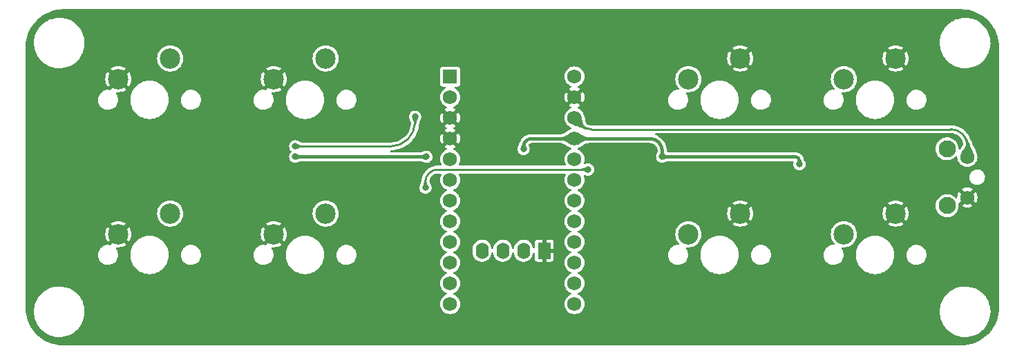
<source format=gbr>
%TF.GenerationSoftware,KiCad,Pcbnew,(6.0.4)*%
%TF.CreationDate,2022-05-04T20:00:02+02:00*%
%TF.ProjectId,TutelPad,54757465-6c50-4616-942e-6b696361645f,rev1.0*%
%TF.SameCoordinates,Original*%
%TF.FileFunction,Copper,L1,Top*%
%TF.FilePolarity,Positive*%
%FSLAX46Y46*%
G04 Gerber Fmt 4.6, Leading zero omitted, Abs format (unit mm)*
G04 Created by KiCad (PCBNEW (6.0.4)) date 2022-05-04 20:00:02*
%MOMM*%
%LPD*%
G01*
G04 APERTURE LIST*
%TA.AperFunction,ComponentPad*%
%ADD10C,2.500000*%
%TD*%
%TA.AperFunction,ComponentPad*%
%ADD11C,2.100000*%
%TD*%
%TA.AperFunction,ComponentPad*%
%ADD12C,1.750000*%
%TD*%
%TA.AperFunction,ComponentPad*%
%ADD13R,1.600000X2.000000*%
%TD*%
%TA.AperFunction,ComponentPad*%
%ADD14O,1.600000X2.000000*%
%TD*%
%TA.AperFunction,ComponentPad*%
%ADD15R,1.752600X1.752600*%
%TD*%
%TA.AperFunction,ComponentPad*%
%ADD16C,1.752600*%
%TD*%
%TA.AperFunction,ViaPad*%
%ADD17C,0.800000*%
%TD*%
%TA.AperFunction,Conductor*%
%ADD18C,0.381000*%
%TD*%
%TA.AperFunction,Conductor*%
%ADD19C,0.254000*%
%TD*%
G04 APERTURE END LIST*
D10*
%TO.P,MX8,1,COL*%
%TO.N,MX8*%
X194242811Y-107223439D03*
%TO.P,MX8,2,ROW*%
%TO.N,GND*%
X200592811Y-104683439D03*
%TD*%
%TO.P,MX5,1,COL*%
%TO.N,GND*%
X105342811Y-107223439D03*
%TO.P,MX5,2,ROW*%
%TO.N,MX5*%
X111692811Y-104683439D03*
%TD*%
%TO.P,MX6,1,COL*%
%TO.N,GND*%
X124392811Y-107223439D03*
%TO.P,MX6,2,ROW*%
%TO.N,MX6*%
X130742811Y-104683439D03*
%TD*%
D11*
%TO.P,SW1,*%
%TO.N,*%
X206876250Y-103728439D03*
X206876250Y-96718439D03*
D12*
%TO.P,SW1,1,1*%
%TO.N,reset*%
X209366250Y-97718439D03*
%TO.P,SW1,2,2*%
%TO.N,GND*%
X209366250Y-102718439D03*
%TD*%
D10*
%TO.P,MX3,1,COL*%
%TO.N,MX3*%
X175192811Y-88173439D03*
%TO.P,MX3,2,ROW*%
%TO.N,GND*%
X181542811Y-85633439D03*
%TD*%
%TO.P,MX7,1,COL*%
%TO.N,MX7*%
X175192811Y-107223439D03*
%TO.P,MX7,2,ROW*%
%TO.N,GND*%
X181542811Y-104683439D03*
%TD*%
D13*
%TO.P,OL1,1,GND*%
%TO.N,GND*%
X157518750Y-109243439D03*
D14*
%TO.P,OL1,2,VCC*%
%TO.N,VCC*%
X154978750Y-109243439D03*
%TO.P,OL1,3,SCL*%
%TO.N,SCL*%
X152438750Y-109243439D03*
%TO.P,OL1,4,SDA*%
%TO.N,SDA*%
X149898750Y-109243439D03*
%TD*%
D10*
%TO.P,MX2,1,COL*%
%TO.N,GND*%
X124392811Y-88173439D03*
%TO.P,MX2,2,ROW*%
%TO.N,MX2*%
X130742811Y-85633439D03*
%TD*%
%TO.P,MX1,1,COL*%
%TO.N,GND*%
X105342811Y-88173439D03*
%TO.P,MX1,2,ROW*%
%TO.N,MX1*%
X111692811Y-85633439D03*
%TD*%
D15*
%TO.P,U1,1,TX0/PD3*%
%TO.N,LED*%
X145982811Y-87855939D03*
D16*
%TO.P,U1,2,RX1/PD2*%
%TO.N,unconnected-(U1-Pad2)*%
X145982811Y-90395939D03*
%TO.P,U1,3,GND*%
%TO.N,GND*%
X145982811Y-92935939D03*
%TO.P,U1,4,GND*%
X145982811Y-95475939D03*
%TO.P,U1,5,2/PD1*%
%TO.N,SDA*%
X145982811Y-98015939D03*
%TO.P,U1,6,3/PD0*%
%TO.N,SCL*%
X145982811Y-100555939D03*
%TO.P,U1,7,4/PD4*%
%TO.N,unconnected-(U1-Pad7)*%
X145982811Y-103095939D03*
%TO.P,U1,8,5/PC6*%
%TO.N,unconnected-(U1-Pad8)*%
X145982811Y-105635939D03*
%TO.P,U1,9,6/PD7*%
%TO.N,MX2*%
X145982811Y-108175939D03*
%TO.P,U1,10,7/PE6*%
%TO.N,MX1*%
X145982811Y-110715939D03*
%TO.P,U1,11,8/PB4*%
%TO.N,MX6*%
X145982811Y-113255939D03*
%TO.P,U1,12,9/PB5*%
%TO.N,MX5*%
X145982811Y-115795939D03*
%TO.P,U1,13,10/PB6*%
%TO.N,MX8*%
X161222811Y-115795939D03*
%TO.P,U1,14,16/PB2*%
%TO.N,MX7*%
X161222811Y-113255939D03*
%TO.P,U1,15,14/PB3*%
%TO.N,MX4*%
X161222811Y-110715939D03*
%TO.P,U1,16,15/PB1*%
%TO.N,MX3*%
X161222811Y-108175939D03*
%TO.P,U1,17,A0/PF7*%
%TO.N,unconnected-(U1-Pad17)*%
X161222811Y-105635939D03*
%TO.P,U1,18,A1/PF6*%
%TO.N,unconnected-(U1-Pad18)*%
X161222811Y-103095939D03*
%TO.P,U1,19,A2/PF5*%
%TO.N,unconnected-(U1-Pad19)*%
X161222811Y-100555939D03*
%TO.P,U1,20,A3/PF4*%
%TO.N,unconnected-(U1-Pad20)*%
X161222811Y-98015939D03*
%TO.P,U1,21,VCC*%
%TO.N,VCC*%
X161222811Y-95475939D03*
%TO.P,U1,22,RST*%
%TO.N,reset*%
X161222811Y-92935939D03*
%TO.P,U1,23,GND*%
%TO.N,GND*%
X161222811Y-90395939D03*
%TO.P,U1,24,RAW*%
%TO.N,unconnected-(U1-Pad24)*%
X161222811Y-87855939D03*
%TD*%
D10*
%TO.P,MX4,1,COL*%
%TO.N,MX4*%
X194242811Y-88173439D03*
%TO.P,MX4,2,ROW*%
%TO.N,GND*%
X200592811Y-85633439D03*
%TD*%
D17*
%TO.N,GND*%
X142158750Y-109303439D03*
X152358750Y-103153439D03*
X162568750Y-109413439D03*
X148958750Y-104573439D03*
X164306250Y-104063439D03*
X162888750Y-91723439D03*
X151028750Y-110903439D03*
X144208750Y-91723439D03*
%TO.N,VCC*%
X171978750Y-97703439D03*
X127018750Y-97703439D03*
X154978750Y-96753439D03*
X143068750Y-97713439D03*
X188788750Y-98633439D03*
%TO.N,LED*%
X127018750Y-96423439D03*
X141696561Y-92803439D03*
%TO.N,Net-(RGB2-Pad2)*%
X142966561Y-101508439D03*
X162878750Y-99283439D03*
%TD*%
D18*
%TO.N,VCC*%
X170473750Y-95475939D02*
X161222811Y-95475939D01*
X171983750Y-97698439D02*
X171978750Y-97703439D01*
X171973750Y-97698439D02*
X171978750Y-97703439D01*
X188288750Y-97698439D02*
X171983750Y-97698439D01*
X127018750Y-97703439D02*
X127023750Y-97698439D01*
X127023750Y-97698439D02*
X143053750Y-97698439D01*
X154978750Y-96753439D02*
X154978750Y-96475939D01*
X188788750Y-98633439D02*
X188788750Y-98198439D01*
X143053750Y-97698439D02*
X143068750Y-97713439D01*
X155978750Y-95475939D02*
X161222811Y-95475939D01*
X171973750Y-96975939D02*
X171973750Y-97698439D01*
X155978750Y-95475950D02*
G75*
G03*
X154978750Y-96475939I-50J-999950D01*
G01*
X170473750Y-95475850D02*
G75*
G02*
X171973750Y-96975939I-50J-1500050D01*
G01*
X188788661Y-98198439D02*
G75*
G03*
X188288750Y-97698439I-499961J39D01*
G01*
D19*
%TO.N,reset*%
X163304737Y-94333439D02*
X207366250Y-94333439D01*
X161222811Y-92935939D02*
X162136350Y-93849478D01*
X209366250Y-96333439D02*
X209366250Y-97718439D01*
X163304737Y-94333416D02*
G75*
G02*
X162136350Y-93849478I-37J1652316D01*
G01*
X207366250Y-94333450D02*
G75*
G02*
X209366250Y-96333439I50J-1999950D01*
G01*
%TO.N,LED*%
X127023750Y-96428439D02*
X138696561Y-96428439D01*
X127018750Y-96423439D02*
X127023750Y-96428439D01*
X141696561Y-93428439D02*
X141696561Y-92803439D01*
X141696639Y-93428439D02*
G75*
G02*
X138696561Y-96428439I-3000039J39D01*
G01*
%TO.N,Net-(RGB2-Pad2)*%
X142966561Y-100783439D02*
X142966561Y-101508439D01*
X162878750Y-99283439D02*
X144466561Y-99283439D01*
X142966639Y-100783439D02*
G75*
G02*
X144466561Y-99283439I1499961J39D01*
G01*
%TD*%
%TA.AperFunction,Conductor*%
%TO.N,VCC*%
G36*
X127195945Y-97344797D02*
G01*
X127254897Y-97372927D01*
X127254950Y-97372952D01*
X127298325Y-97393919D01*
X127313508Y-97401259D01*
X127366954Y-97426260D01*
X127417821Y-97447929D01*
X127435214Y-97454197D01*
X127468499Y-97466193D01*
X127468507Y-97466196D01*
X127468697Y-97466264D01*
X127522168Y-97481266D01*
X127522381Y-97481308D01*
X127522392Y-97481311D01*
X127580614Y-97492894D01*
X127580624Y-97492896D01*
X127580822Y-97492935D01*
X127596209Y-97494866D01*
X127647068Y-97501248D01*
X127647079Y-97501249D01*
X127647246Y-97501270D01*
X127724026Y-97506271D01*
X127724181Y-97506274D01*
X127724184Y-97506274D01*
X127802268Y-97507726D01*
X127810476Y-97511306D01*
X127813750Y-97519424D01*
X127813750Y-97877461D01*
X127810323Y-97885734D01*
X127802275Y-97889159D01*
X127725021Y-97890637D01*
X127649067Y-97895743D01*
X127648898Y-97895765D01*
X127648887Y-97895766D01*
X127583563Y-97904245D01*
X127583553Y-97904247D01*
X127583358Y-97904272D01*
X127583165Y-97904312D01*
X127583158Y-97904313D01*
X127560836Y-97908920D01*
X127525362Y-97916241D01*
X127494769Y-97925176D01*
X127472753Y-97931606D01*
X127472743Y-97931609D01*
X127472549Y-97931666D01*
X127472365Y-97931735D01*
X127472351Y-97931740D01*
X127437894Y-97944722D01*
X127422388Y-97950564D01*
X127372348Y-97972950D01*
X127319899Y-97998841D01*
X127319872Y-97998855D01*
X127262546Y-98028234D01*
X127262509Y-98028253D01*
X127204963Y-98057487D01*
X127196035Y-98058179D01*
X127191665Y-98055593D01*
X126827641Y-97714290D01*
X126823951Y-97706134D01*
X126827429Y-97697427D01*
X127182690Y-97347026D01*
X127190987Y-97343656D01*
X127195945Y-97344797D01*
G37*
%TD.AperFunction*%
%TD*%
%TA.AperFunction,Conductor*%
%TO.N,VCC*%
G36*
X154961846Y-95880124D02*
G01*
X155270802Y-96061143D01*
X155276207Y-96068282D01*
X155275327Y-96076520D01*
X155246822Y-96132854D01*
X155227112Y-96192456D01*
X155219365Y-96246916D01*
X155221784Y-96297640D01*
X155221893Y-96298129D01*
X155232488Y-96345667D01*
X155232490Y-96345675D01*
X155232571Y-96346037D01*
X155232698Y-96346385D01*
X155232700Y-96346391D01*
X155249855Y-96393311D01*
X155249929Y-96393513D01*
X155272060Y-96441475D01*
X155272094Y-96441542D01*
X155297129Y-96491255D01*
X155297167Y-96491331D01*
X155323345Y-96544271D01*
X155323546Y-96544700D01*
X155329174Y-96557388D01*
X155345705Y-96594657D01*
X155345927Y-96603609D01*
X155342910Y-96608031D01*
X154975095Y-96944727D01*
X154966679Y-96947786D01*
X154958180Y-96943555D01*
X154676956Y-96603609D01*
X154638719Y-96557387D01*
X154636086Y-96548829D01*
X154637508Y-96544245D01*
X154674526Y-96477661D01*
X154674535Y-96477645D01*
X154674595Y-96477536D01*
X154674658Y-96477410D01*
X154707233Y-96411625D01*
X154707233Y-96411624D01*
X154707282Y-96411526D01*
X154734027Y-96350818D01*
X154757171Y-96293027D01*
X154765664Y-96270808D01*
X154779033Y-96235832D01*
X154779056Y-96235771D01*
X154801980Y-96176779D01*
X154802086Y-96176517D01*
X154828346Y-96113500D01*
X154828510Y-96113127D01*
X154860469Y-96043614D01*
X154860676Y-96043185D01*
X154900743Y-95964631D01*
X154900964Y-95964219D01*
X154921841Y-95927037D01*
X154945730Y-95884490D01*
X154952768Y-95878955D01*
X154961846Y-95880124D01*
G37*
%TD.AperFunction*%
%TD*%
%TA.AperFunction,Conductor*%
%TO.N,VCC*%
G36*
X172214897Y-97372926D02*
G01*
X172273508Y-97401259D01*
X172283513Y-97405939D01*
X172326954Y-97426260D01*
X172377821Y-97447929D01*
X172395214Y-97454197D01*
X172428499Y-97466193D01*
X172428507Y-97466196D01*
X172428697Y-97466264D01*
X172482168Y-97481266D01*
X172482381Y-97481308D01*
X172482392Y-97481311D01*
X172540614Y-97492894D01*
X172540624Y-97492896D01*
X172540822Y-97492935D01*
X172556209Y-97494866D01*
X172607068Y-97501248D01*
X172607079Y-97501249D01*
X172607246Y-97501270D01*
X172684026Y-97506271D01*
X172684181Y-97506274D01*
X172684184Y-97506274D01*
X172762268Y-97507726D01*
X172770476Y-97511306D01*
X172773750Y-97519424D01*
X172773750Y-97877461D01*
X172770323Y-97885734D01*
X172762275Y-97889159D01*
X172685021Y-97890637D01*
X172609067Y-97895743D01*
X172608898Y-97895765D01*
X172608887Y-97895766D01*
X172543563Y-97904245D01*
X172543553Y-97904247D01*
X172543358Y-97904272D01*
X172543165Y-97904312D01*
X172543158Y-97904313D01*
X172520836Y-97908920D01*
X172485362Y-97916241D01*
X172454769Y-97925176D01*
X172432753Y-97931606D01*
X172432743Y-97931609D01*
X172432549Y-97931666D01*
X172432365Y-97931735D01*
X172432351Y-97931740D01*
X172397894Y-97944722D01*
X172382388Y-97950564D01*
X172332348Y-97972950D01*
X172279899Y-97998841D01*
X172279872Y-97998855D01*
X172222546Y-98028234D01*
X172222509Y-98028253D01*
X172164963Y-98057487D01*
X172156035Y-98058179D01*
X172151665Y-98055593D01*
X171785666Y-97712439D01*
X171781975Y-97704282D01*
X171782181Y-97703173D01*
X171782016Y-97702766D01*
X172148535Y-97341261D01*
X172214897Y-97372926D01*
G37*
%TD.AperFunction*%
%TD*%
%TA.AperFunction,Conductor*%
%TO.N,LED*%
G36*
X141704994Y-92612208D02*
G01*
X142050922Y-92971930D01*
X142054187Y-92980269D01*
X142053028Y-92985121D01*
X142012283Y-93069630D01*
X142009992Y-93074381D01*
X141970601Y-93158281D01*
X141970562Y-93158370D01*
X141970549Y-93158398D01*
X141942145Y-93222693D01*
X141937405Y-93233421D01*
X141909421Y-93303731D01*
X141885664Y-93373139D01*
X141865152Y-93445572D01*
X141846901Y-93524960D01*
X141829927Y-93615232D01*
X141813247Y-93720315D01*
X141801034Y-93807385D01*
X141797494Y-93832621D01*
X141792951Y-93840338D01*
X141784352Y-93842592D01*
X141767549Y-93840338D01*
X141710018Y-93832621D01*
X141555402Y-93811881D01*
X141547657Y-93807385D01*
X141545321Y-93799064D01*
X141556469Y-93692832D01*
X141556491Y-93692626D01*
X141559772Y-93592133D01*
X141555793Y-93525079D01*
X141554637Y-93505609D01*
X141554636Y-93505602D01*
X141554618Y-93505295D01*
X141541676Y-93428518D01*
X141541588Y-93428210D01*
X141541586Y-93428201D01*
X141521667Y-93358474D01*
X141521666Y-93358471D01*
X141521590Y-93358205D01*
X141495004Y-93290763D01*
X141467716Y-93233421D01*
X141462611Y-93222693D01*
X141462603Y-93222678D01*
X141462564Y-93222595D01*
X141424914Y-93150108D01*
X141382757Y-93069820D01*
X141382659Y-93069630D01*
X141340273Y-92985189D01*
X141339625Y-92976258D01*
X141342297Y-92971830D01*
X141688128Y-92612208D01*
X141696332Y-92608620D01*
X141704994Y-92612208D01*
G37*
%TD.AperFunction*%
%TD*%
%TA.AperFunction,Conductor*%
%TO.N,Net-(RGB2-Pad2)*%
G36*
X143131275Y-100418652D02*
G01*
X143138353Y-100424138D01*
X143139583Y-100432609D01*
X143112843Y-100546628D01*
X143112808Y-100546878D01*
X143112807Y-100546882D01*
X143097665Y-100654271D01*
X143097664Y-100654280D01*
X143097617Y-100654615D01*
X143097608Y-100654958D01*
X143097608Y-100654960D01*
X143096201Y-100709450D01*
X143095175Y-100749153D01*
X143104215Y-100833811D01*
X143104307Y-100834186D01*
X143104308Y-100834192D01*
X143123353Y-100911833D01*
X143123356Y-100911841D01*
X143123433Y-100912157D01*
X143151524Y-100987758D01*
X143187187Y-101064184D01*
X143187257Y-101064319D01*
X143187260Y-101064325D01*
X143229084Y-101144940D01*
X143229116Y-101145001D01*
X143275976Y-101233717D01*
X143276032Y-101233825D01*
X143322831Y-101326683D01*
X143323494Y-101335612D01*
X143320816Y-101340058D01*
X142974994Y-101699670D01*
X142966790Y-101703258D01*
X142958128Y-101699670D01*
X142612106Y-101339850D01*
X142608841Y-101331511D01*
X142609922Y-101326824D01*
X142657187Y-101224734D01*
X142657239Y-101224622D01*
X142696829Y-101128866D01*
X142727688Y-101042635D01*
X142744299Y-100987758D01*
X142752130Y-100961888D01*
X142752135Y-100961869D01*
X142752171Y-100961751D01*
X142772636Y-100882034D01*
X142783684Y-100833423D01*
X142791437Y-100799306D01*
X142791443Y-100799279D01*
X142810917Y-100709450D01*
X142810957Y-100709393D01*
X142810931Y-100709387D01*
X142833461Y-100608163D01*
X142833503Y-100607983D01*
X142861401Y-100491362D01*
X142861461Y-100491124D01*
X142894145Y-100366140D01*
X142899552Y-100359004D01*
X142908546Y-100357814D01*
X143131275Y-100418652D01*
G37*
%TD.AperFunction*%
%TD*%
%TA.AperFunction,Conductor*%
%TO.N,reset*%
G36*
X162042015Y-92648192D02*
G01*
X162050219Y-92651780D01*
X162053006Y-92656573D01*
X162113358Y-92860728D01*
X162113575Y-92861580D01*
X162156946Y-93062828D01*
X162157032Y-93063267D01*
X162190389Y-93252994D01*
X162222940Y-93429899D01*
X162263923Y-93592686D01*
X162322610Y-93740275D01*
X162322924Y-93740757D01*
X162322926Y-93740760D01*
X162352497Y-93786087D01*
X162408276Y-93871588D01*
X162408789Y-93872067D01*
X162408791Y-93872070D01*
X162447415Y-93908171D01*
X162530195Y-93985545D01*
X162599036Y-94024817D01*
X162697166Y-94080798D01*
X162697169Y-94080800D01*
X162697640Y-94081068D01*
X162758704Y-94101952D01*
X162909611Y-94153564D01*
X162916330Y-94159483D01*
X162917147Y-94167586D01*
X162858799Y-94391383D01*
X162853395Y-94398524D01*
X162844371Y-94399711D01*
X162840061Y-94398524D01*
X162781501Y-94382399D01*
X162596817Y-94331543D01*
X162596476Y-94331444D01*
X162380166Y-94264759D01*
X162379814Y-94264644D01*
X162280513Y-94230556D01*
X162196234Y-94201623D01*
X162195975Y-94201530D01*
X162035217Y-94141203D01*
X162035016Y-94141125D01*
X161887324Y-94082574D01*
X161887295Y-94082563D01*
X161742771Y-94024817D01*
X161591828Y-93967033D01*
X161591826Y-93967032D01*
X161591760Y-93967007D01*
X161424454Y-93908203D01*
X161231047Y-93847474D01*
X161009647Y-93786087D01*
X161002590Y-93780574D01*
X161001107Y-93775706D01*
X160913977Y-92638964D01*
X160916762Y-92630454D01*
X160924749Y-92626405D01*
X160925872Y-92626373D01*
X162042015Y-92648192D01*
G37*
%TD.AperFunction*%
%TD*%
%TA.AperFunction,Conductor*%
%TO.N,VCC*%
G36*
X142913537Y-97353135D02*
G01*
X143260160Y-97712089D01*
X143263442Y-97720420D01*
X143259536Y-97728944D01*
X142887301Y-98061283D01*
X142878848Y-98064236D01*
X142873974Y-98062862D01*
X142816788Y-98032143D01*
X142816787Y-98032142D01*
X142759756Y-98001498D01*
X142759746Y-98001493D01*
X142759659Y-98001446D01*
X142707297Y-97974585D01*
X142657197Y-97951501D01*
X142626120Y-97939546D01*
X142607058Y-97932213D01*
X142607053Y-97932211D01*
X142606852Y-97932134D01*
X142553756Y-97916423D01*
X142495404Y-97904308D01*
X142495205Y-97904282D01*
X142495198Y-97904281D01*
X142460312Y-97899755D01*
X142429289Y-97895729D01*
X142352907Y-97890626D01*
X142300329Y-97889631D01*
X142275229Y-97889156D01*
X142267022Y-97885573D01*
X142263750Y-97877458D01*
X142263750Y-97519439D01*
X142267177Y-97511166D01*
X142275248Y-97507741D01*
X142302725Y-97507269D01*
X142355656Y-97506359D01*
X142355678Y-97506358D01*
X142355802Y-97506356D01*
X142434589Y-97501596D01*
X142434766Y-97501575D01*
X142434770Y-97501575D01*
X142449893Y-97499811D01*
X142502781Y-97493644D01*
X142517933Y-97490838D01*
X142562825Y-97482525D01*
X142562833Y-97482523D01*
X142563050Y-97482483D01*
X142618066Y-97468097D01*
X142628099Y-97464724D01*
X142670342Y-97450524D01*
X142670360Y-97450518D01*
X142670501Y-97450470D01*
X142670647Y-97450412D01*
X142670655Y-97450409D01*
X142722947Y-97429617D01*
X142722966Y-97429609D01*
X142723024Y-97429586D01*
X142778308Y-97405429D01*
X142839022Y-97377984D01*
X142900348Y-97350580D01*
X142909299Y-97350333D01*
X142913537Y-97353135D01*
G37*
%TD.AperFunction*%
%TD*%
%TA.AperFunction,Conductor*%
%TO.N,Net-(RGB2-Pad2)*%
G36*
X162710449Y-98929261D02*
G01*
X163069981Y-99275006D01*
X163073569Y-99283210D01*
X163069981Y-99291872D01*
X162933747Y-99422882D01*
X162710449Y-99637617D01*
X162702110Y-99640882D01*
X162696944Y-99639565D01*
X162634861Y-99607292D01*
X162634346Y-99607007D01*
X162575017Y-99572266D01*
X162574776Y-99572121D01*
X162522129Y-99539113D01*
X162473261Y-99508527D01*
X162454107Y-99497568D01*
X162425395Y-99481139D01*
X162425389Y-99481136D01*
X162425190Y-99481022D01*
X162374830Y-99457191D01*
X162374551Y-99457093D01*
X162319393Y-99437730D01*
X162319388Y-99437729D01*
X162319093Y-99437625D01*
X162318792Y-99437556D01*
X162318785Y-99437554D01*
X162255169Y-99422979D01*
X162255161Y-99422978D01*
X162254892Y-99422916D01*
X162216534Y-99418228D01*
X162179381Y-99413686D01*
X162179371Y-99413685D01*
X162179140Y-99413657D01*
X162178903Y-99413649D01*
X162178896Y-99413648D01*
X162136907Y-99412153D01*
X162100033Y-99410841D01*
X162091888Y-99407122D01*
X162088750Y-99399148D01*
X162088750Y-99167730D01*
X162092177Y-99159457D01*
X162100034Y-99156037D01*
X162125750Y-99155121D01*
X162178896Y-99153229D01*
X162178903Y-99153228D01*
X162179140Y-99153220D01*
X162179371Y-99153192D01*
X162179381Y-99153191D01*
X162216534Y-99148649D01*
X162254892Y-99143961D01*
X162255161Y-99143899D01*
X162255169Y-99143898D01*
X162318785Y-99129323D01*
X162318792Y-99129321D01*
X162319093Y-99129252D01*
X162319388Y-99129148D01*
X162319393Y-99129147D01*
X162374551Y-99109784D01*
X162374552Y-99109784D01*
X162374830Y-99109686D01*
X162425190Y-99085855D01*
X162425389Y-99085741D01*
X162425395Y-99085738D01*
X162473189Y-99058391D01*
X162473261Y-99058350D01*
X162522129Y-99027764D01*
X162574776Y-98994756D01*
X162575017Y-98994611D01*
X162634364Y-98959860D01*
X162634860Y-98959586D01*
X162672419Y-98940061D01*
X162696943Y-98927313D01*
X162705864Y-98926538D01*
X162710449Y-98929261D01*
G37*
%TD.AperFunction*%
%TD*%
%TA.AperFunction,Conductor*%
%TO.N,reset*%
G36*
X209297862Y-95442937D02*
G01*
X209413765Y-95693232D01*
X209451057Y-95775540D01*
X209513825Y-95914079D01*
X209513864Y-95914166D01*
X209598072Y-96104146D01*
X209598104Y-96104217D01*
X209671352Y-96272481D01*
X209671367Y-96272516D01*
X209738532Y-96428199D01*
X209804477Y-96580385D01*
X209804483Y-96580398D01*
X209874099Y-96738247D01*
X209952261Y-96910881D01*
X210043851Y-97107432D01*
X210150159Y-97329532D01*
X210150249Y-97329721D01*
X210150730Y-97338663D01*
X210148130Y-97342880D01*
X209374683Y-98147170D01*
X209366479Y-98150758D01*
X209357817Y-98147170D01*
X208584653Y-97343174D01*
X208581388Y-97334836D01*
X208582777Y-97329532D01*
X208689803Y-97130106D01*
X208690198Y-97129426D01*
X208703982Y-97107432D01*
X208804402Y-96947202D01*
X208804584Y-96946923D01*
X208915793Y-96782021D01*
X209017440Y-96627718D01*
X209102971Y-96477233D01*
X209165929Y-96323646D01*
X209199854Y-96160038D01*
X209198289Y-95979489D01*
X209154774Y-95775079D01*
X209066842Y-95550100D01*
X209067022Y-95541148D01*
X209072782Y-95535244D01*
X209282288Y-95437255D01*
X209291234Y-95436854D01*
X209297862Y-95442937D01*
G37*
%TD.AperFunction*%
%TD*%
%TA.AperFunction,Conductor*%
%TO.N,VCC*%
G36*
X160846967Y-94693161D02*
G01*
X161187023Y-95020176D01*
X161660961Y-95475939D01*
X161018612Y-96093655D01*
X160930057Y-96178814D01*
X160846968Y-96258717D01*
X160838629Y-96261982D01*
X160833345Y-96260604D01*
X160730202Y-96205506D01*
X160681044Y-96179247D01*
X160680307Y-96178818D01*
X160546182Y-96093816D01*
X160545669Y-96093471D01*
X160429152Y-96010580D01*
X160428977Y-96010453D01*
X160322544Y-95931734D01*
X160322520Y-95931716D01*
X160322509Y-95931708D01*
X160322499Y-95931701D01*
X160218903Y-95859450D01*
X160218897Y-95859446D01*
X160218729Y-95859329D01*
X160218548Y-95859223D01*
X160218541Y-95859218D01*
X160110432Y-95795612D01*
X160110428Y-95795610D01*
X160110134Y-95795437D01*
X159989175Y-95742121D01*
X159848291Y-95701462D01*
X159847931Y-95701407D01*
X159847924Y-95701405D01*
X159749591Y-95686267D01*
X159679923Y-95675541D01*
X159679614Y-95675527D01*
X159679612Y-95675527D01*
X159487688Y-95666939D01*
X159479576Y-95663146D01*
X159476511Y-95655251D01*
X159476511Y-95296627D01*
X159479938Y-95288354D01*
X159487688Y-95284939D01*
X159679612Y-95276350D01*
X159679614Y-95276350D01*
X159679923Y-95276336D01*
X159749591Y-95265610D01*
X159847924Y-95250472D01*
X159847931Y-95250470D01*
X159848291Y-95250415D01*
X159989175Y-95209756D01*
X160110134Y-95156440D01*
X160110428Y-95156267D01*
X160110432Y-95156265D01*
X160218541Y-95092659D01*
X160218548Y-95092654D01*
X160218729Y-95092548D01*
X160218897Y-95092431D01*
X160218903Y-95092427D01*
X160322499Y-95020176D01*
X160322509Y-95020169D01*
X160322520Y-95020161D01*
X160428977Y-94941424D01*
X160429152Y-94941297D01*
X160545669Y-94858406D01*
X160546188Y-94858057D01*
X160680307Y-94773059D01*
X160681044Y-94772630D01*
X160833343Y-94691274D01*
X160842256Y-94690399D01*
X160846967Y-94693161D01*
G37*
%TD.AperFunction*%
%TD*%
%TA.AperFunction,Conductor*%
%TO.N,VCC*%
G36*
X188778120Y-97712512D02*
G01*
X188833691Y-97775023D01*
X188834832Y-97776537D01*
X188878096Y-97844862D01*
X188878979Y-97846546D01*
X188906994Y-97912486D01*
X188907515Y-97913988D01*
X188925005Y-97978239D01*
X188925225Y-97979207D01*
X188936782Y-98042381D01*
X188936819Y-98042595D01*
X188942236Y-98075677D01*
X188947010Y-98104831D01*
X188947044Y-98104985D01*
X188960391Y-98165729D01*
X188960393Y-98165737D01*
X188960470Y-98166086D01*
X188981890Y-98226569D01*
X188982148Y-98227023D01*
X189015695Y-98286106D01*
X189015698Y-98286110D01*
X189015976Y-98286600D01*
X189016343Y-98287027D01*
X189016345Y-98287030D01*
X189062054Y-98340235D01*
X189064846Y-98348743D01*
X189063335Y-98353669D01*
X189003003Y-98459084D01*
X188796510Y-98819881D01*
X188789426Y-98825359D01*
X188780543Y-98824224D01*
X188777922Y-98822179D01*
X188434634Y-98465203D01*
X188431369Y-98456864D01*
X188432741Y-98451592D01*
X188456403Y-98407179D01*
X188456673Y-98406702D01*
X188486510Y-98356921D01*
X188516179Y-98308550D01*
X188528948Y-98286106D01*
X188542896Y-98261589D01*
X188542901Y-98261579D01*
X188543028Y-98261356D01*
X188564545Y-98214866D01*
X188578220Y-98168606D01*
X188581545Y-98122103D01*
X188572007Y-98074885D01*
X188547098Y-98026477D01*
X188511233Y-97984513D01*
X188508464Y-97975999D01*
X188511735Y-97968761D01*
X188760983Y-97712133D01*
X188769205Y-97708586D01*
X188778120Y-97712512D01*
G37*
%TD.AperFunction*%
%TD*%
%TA.AperFunction,Conductor*%
%TO.N,VCC*%
G36*
X161612278Y-94691274D02*
G01*
X161667829Y-94720948D01*
X161764577Y-94772630D01*
X161765314Y-94773059D01*
X161899433Y-94858057D01*
X161899952Y-94858406D01*
X162016469Y-94941297D01*
X162016644Y-94941424D01*
X162123101Y-95020161D01*
X162123112Y-95020169D01*
X162123122Y-95020176D01*
X162226718Y-95092427D01*
X162226724Y-95092431D01*
X162226892Y-95092548D01*
X162227073Y-95092654D01*
X162227080Y-95092659D01*
X162335189Y-95156265D01*
X162335193Y-95156267D01*
X162335487Y-95156440D01*
X162456446Y-95209756D01*
X162597330Y-95250415D01*
X162597690Y-95250470D01*
X162597697Y-95250472D01*
X162696030Y-95265610D01*
X162765698Y-95276336D01*
X162766007Y-95276350D01*
X162766009Y-95276350D01*
X162957934Y-95284939D01*
X162966046Y-95288732D01*
X162969111Y-95296627D01*
X162969111Y-95655251D01*
X162965684Y-95663524D01*
X162957934Y-95666939D01*
X162766009Y-95675527D01*
X162766007Y-95675527D01*
X162765698Y-95675541D01*
X162696030Y-95686267D01*
X162597697Y-95701405D01*
X162597690Y-95701407D01*
X162597330Y-95701462D01*
X162456446Y-95742121D01*
X162335487Y-95795437D01*
X162335193Y-95795610D01*
X162335189Y-95795612D01*
X162227080Y-95859218D01*
X162227073Y-95859223D01*
X162226892Y-95859329D01*
X162226724Y-95859446D01*
X162226718Y-95859450D01*
X162123122Y-95931701D01*
X162123112Y-95931708D01*
X162123101Y-95931716D01*
X162123077Y-95931734D01*
X162016644Y-96010453D01*
X162016469Y-96010580D01*
X161899952Y-96093471D01*
X161899439Y-96093816D01*
X161765314Y-96178818D01*
X161764577Y-96179247D01*
X161714341Y-96206083D01*
X161612277Y-96260604D01*
X161603365Y-96261479D01*
X161598654Y-96258717D01*
X161224490Y-95898901D01*
X161224489Y-95898901D01*
X160784661Y-95475939D01*
X161222811Y-95054591D01*
X161340560Y-94941358D01*
X161515566Y-94773063D01*
X161598655Y-94693161D01*
X161606994Y-94689896D01*
X161612278Y-94691274D01*
G37*
%TD.AperFunction*%
%TD*%
%TA.AperFunction,Conductor*%
%TO.N,LED*%
G36*
X127205047Y-96069633D02*
G01*
X127266931Y-96102739D01*
X127267423Y-96103018D01*
X127326608Y-96138460D01*
X127326878Y-96138627D01*
X127379423Y-96172123D01*
X127428293Y-96203054D01*
X127476429Y-96230770D01*
X127526906Y-96254710D01*
X127527202Y-96254814D01*
X127527205Y-96254815D01*
X127582498Y-96274203D01*
X127582502Y-96274204D01*
X127582801Y-96274309D01*
X127583102Y-96274378D01*
X127583110Y-96274380D01*
X127646903Y-96288941D01*
X127646908Y-96288942D01*
X127647189Y-96289006D01*
X127647471Y-96289040D01*
X127647481Y-96289042D01*
X127722916Y-96298208D01*
X127722918Y-96298208D01*
X127723147Y-96298236D01*
X127797467Y-96300863D01*
X127802463Y-96301040D01*
X127810610Y-96304757D01*
X127813750Y-96312733D01*
X127813750Y-96544139D01*
X127810323Y-96552412D01*
X127802457Y-96555832D01*
X127722492Y-96558616D01*
X127722482Y-96558617D01*
X127722246Y-96558625D01*
X127645522Y-96567792D01*
X127645245Y-96567854D01*
X127645239Y-96567855D01*
X127609223Y-96575912D01*
X127580451Y-96582349D01*
X127523905Y-96601705D01*
X127472758Y-96625273D01*
X127423881Y-96652460D01*
X127423790Y-96652516D01*
X127423775Y-96652524D01*
X127374147Y-96682678D01*
X127320559Y-96715258D01*
X127320291Y-96715416D01*
X127290050Y-96732572D01*
X127259863Y-96749697D01*
X127259356Y-96749969D01*
X127196032Y-96781843D01*
X127187104Y-96782501D01*
X127182558Y-96779722D01*
X127152396Y-96749972D01*
X127025967Y-96625273D01*
X126827429Y-96429451D01*
X126823945Y-96421202D01*
X126827643Y-96412586D01*
X127191526Y-96071415D01*
X127199905Y-96068256D01*
X127205047Y-96069633D01*
G37*
%TD.AperFunction*%
%TD*%
%TA.AperFunction,Conductor*%
%TO.N,VCC*%
G36*
X172101847Y-96534748D02*
G01*
X172107399Y-96542085D01*
X172129470Y-96630854D01*
X172138630Y-96667694D01*
X172138750Y-96668227D01*
X172162501Y-96787222D01*
X172162586Y-96787699D01*
X172179000Y-96892368D01*
X172179046Y-96892695D01*
X172191072Y-96986641D01*
X172191081Y-96986710D01*
X172201678Y-97073582D01*
X172201694Y-97073699D01*
X172213773Y-97156728D01*
X172213794Y-97156871D01*
X172213821Y-97157008D01*
X172213822Y-97157012D01*
X172222050Y-97198269D01*
X172230371Y-97239997D01*
X172254375Y-97326596D01*
X172254455Y-97326813D01*
X172254455Y-97326814D01*
X172282715Y-97403766D01*
X172288769Y-97420250D01*
X172336514Y-97524541D01*
X171985062Y-97899389D01*
X171984403Y-97900092D01*
X171982322Y-97899308D01*
X171978845Y-97899421D01*
X171974639Y-97896688D01*
X171882011Y-97802775D01*
X171622312Y-97539473D01*
X171618942Y-97531177D01*
X171620062Y-97526262D01*
X171621043Y-97524186D01*
X171661186Y-97439169D01*
X171700667Y-97353830D01*
X171713061Y-97324553D01*
X171734152Y-97274732D01*
X171734157Y-97274718D01*
X171734226Y-97274556D01*
X171761072Y-97198269D01*
X171771557Y-97156871D01*
X171780338Y-97122196D01*
X171780416Y-97121889D01*
X171791469Y-97042339D01*
X171793441Y-96956540D01*
X171785542Y-96861411D01*
X171766983Y-96753876D01*
X171739673Y-96641914D01*
X171741042Y-96633064D01*
X171747956Y-96627855D01*
X172092963Y-96533622D01*
X172101847Y-96534748D01*
G37*
%TD.AperFunction*%
%TD*%
%TA.AperFunction,Conductor*%
%TO.N,GND*%
G36*
X208580961Y-79595490D02*
G01*
X208598754Y-79598308D01*
X208608546Y-79596757D01*
X208609798Y-79596757D01*
X208633051Y-79595436D01*
X208998493Y-79611388D01*
X209009437Y-79612346D01*
X209400684Y-79663851D01*
X209411504Y-79665759D01*
X209411543Y-79665767D01*
X209796759Y-79751165D01*
X209807376Y-79754009D01*
X210183743Y-79872674D01*
X210194072Y-79876434D01*
X210558636Y-80027439D01*
X210568599Y-80032084D01*
X210918637Y-80214300D01*
X210928156Y-80219796D01*
X211260967Y-80431818D01*
X211269971Y-80438122D01*
X211559792Y-80660509D01*
X211583049Y-80678355D01*
X211591466Y-80685419D01*
X211881268Y-80950971D01*
X211882406Y-80952014D01*
X211890175Y-80959783D01*
X212038339Y-81121476D01*
X212156778Y-81250730D01*
X212163843Y-81259150D01*
X212404067Y-81572215D01*
X212410372Y-81581219D01*
X212622396Y-81914031D01*
X212627893Y-81923551D01*
X212810109Y-82273588D01*
X212814754Y-82283550D01*
X212940642Y-82587471D01*
X212965764Y-82648122D01*
X212969524Y-82658452D01*
X213088188Y-83034815D01*
X213091032Y-83045432D01*
X213176439Y-83430683D01*
X213178348Y-83441509D01*
X213229853Y-83832749D01*
X213230811Y-83843696D01*
X213246628Y-84206006D01*
X213246762Y-84209082D01*
X213245433Y-84232485D01*
X213245433Y-84233639D01*
X213243881Y-84243436D01*
X213245432Y-84253229D01*
X213245432Y-84253231D01*
X213246699Y-84261229D01*
X213248250Y-84280939D01*
X213248250Y-116205933D01*
X213246699Y-116225645D01*
X213243881Y-116243436D01*
X213245432Y-116253228D01*
X213245432Y-116254490D01*
X213246752Y-116277738D01*
X213230794Y-116643166D01*
X213229836Y-116654116D01*
X213183087Y-117009195D01*
X213178326Y-117045353D01*
X213176417Y-117056179D01*
X213091005Y-117441431D01*
X213088160Y-117452048D01*
X213054739Y-117558045D01*
X213001493Y-117726916D01*
X212969494Y-117828400D01*
X212965735Y-117838726D01*
X212906298Y-117982215D01*
X212814723Y-118203291D01*
X212810078Y-118213253D01*
X212679154Y-118464752D01*
X212627865Y-118563275D01*
X212622374Y-118572786D01*
X212410338Y-118905610D01*
X212404033Y-118914614D01*
X212163804Y-119227680D01*
X212156738Y-119236100D01*
X211890151Y-119527024D01*
X211882379Y-119534797D01*
X211591427Y-119801401D01*
X211583006Y-119808466D01*
X211269948Y-120048679D01*
X211260944Y-120054984D01*
X210928126Y-120267008D01*
X210918606Y-120272504D01*
X210568580Y-120454712D01*
X210558618Y-120459357D01*
X210194053Y-120610361D01*
X210183724Y-120614121D01*
X209807363Y-120732783D01*
X209796759Y-120735624D01*
X209411485Y-120821033D01*
X209400665Y-120822941D01*
X209009434Y-120874443D01*
X208998489Y-120875401D01*
X208632610Y-120891372D01*
X208610589Y-120890121D01*
X208608547Y-120890121D01*
X208598754Y-120888570D01*
X208588961Y-120890121D01*
X208580961Y-120891388D01*
X208561251Y-120892939D01*
X98636249Y-120892939D01*
X98616539Y-120891388D01*
X98608539Y-120890121D01*
X98598746Y-120888570D01*
X98588954Y-120890121D01*
X98587702Y-120890121D01*
X98564448Y-120891442D01*
X98199004Y-120875490D01*
X98188059Y-120874532D01*
X97796820Y-120823029D01*
X97786000Y-120821121D01*
X97400718Y-120735710D01*
X97390114Y-120732869D01*
X97013746Y-120614205D01*
X97003417Y-120610445D01*
X96638849Y-120459440D01*
X96628887Y-120454795D01*
X96278846Y-120272579D01*
X96269326Y-120267083D01*
X96269209Y-120267008D01*
X96137735Y-120183252D01*
X95936505Y-120055057D01*
X95927501Y-120048752D01*
X95614431Y-119808529D01*
X95606011Y-119801464D01*
X95356391Y-119572734D01*
X95315060Y-119534862D01*
X95307291Y-119527093D01*
X95040694Y-119236157D01*
X95033628Y-119227737D01*
X94793394Y-118914665D01*
X94787089Y-118905661D01*
X94783878Y-118900621D01*
X94575049Y-118572831D01*
X94569558Y-118563320D01*
X94516779Y-118461933D01*
X94387341Y-118213291D01*
X94382696Y-118203329D01*
X94231683Y-117838759D01*
X94227923Y-117828430D01*
X94109255Y-117452073D01*
X94106410Y-117441456D01*
X94020995Y-117056192D01*
X94019086Y-117045366D01*
X93973626Y-116700081D01*
X94993668Y-116700081D01*
X94993815Y-116703591D01*
X94993815Y-116703597D01*
X94995485Y-116743439D01*
X95007368Y-117026946D01*
X95008186Y-117046471D01*
X95028180Y-117175625D01*
X95053653Y-117340170D01*
X95061225Y-117389085D01*
X95062147Y-117392477D01*
X95062147Y-117392479D01*
X95088475Y-117489383D01*
X95152125Y-117723651D01*
X95279751Y-118045999D01*
X95442515Y-118352112D01*
X95444500Y-118355011D01*
X95636395Y-118635268D01*
X95636400Y-118635274D01*
X95638386Y-118638175D01*
X95864923Y-118900621D01*
X95867493Y-118903001D01*
X95867497Y-118903005D01*
X95880034Y-118914614D01*
X96119303Y-119136179D01*
X96398355Y-119341914D01*
X96698602Y-119515262D01*
X97016300Y-119654060D01*
X97019656Y-119655099D01*
X97019659Y-119655100D01*
X97157380Y-119697732D01*
X97347489Y-119756581D01*
X97350941Y-119757239D01*
X97350947Y-119757241D01*
X97684592Y-119820887D01*
X97684597Y-119820888D01*
X97688043Y-119821545D01*
X97916530Y-119839126D01*
X98030219Y-119847874D01*
X98030220Y-119847874D01*
X98033716Y-119848143D01*
X98262909Y-119840139D01*
X98376683Y-119836166D01*
X98376687Y-119836166D01*
X98380199Y-119836043D01*
X98383678Y-119835529D01*
X98383681Y-119835529D01*
X98719682Y-119785913D01*
X98719688Y-119785912D01*
X98723174Y-119785397D01*
X98726578Y-119784498D01*
X98726581Y-119784497D01*
X99054976Y-119697732D01*
X99054977Y-119697732D01*
X99058367Y-119696836D01*
X99381598Y-119571462D01*
X99688840Y-119410840D01*
X99976263Y-119216971D01*
X100240284Y-118992271D01*
X100313209Y-118914614D01*
X100475202Y-118742110D01*
X100475206Y-118742105D01*
X100477613Y-118739542D01*
X100479718Y-118736728D01*
X100479724Y-118736721D01*
X100683182Y-118464752D01*
X100685291Y-118461933D01*
X100749723Y-118352112D01*
X100834028Y-118208416D01*
X100860730Y-118162904D01*
X100941165Y-117982245D01*
X101000312Y-117849400D01*
X101000314Y-117849395D01*
X101001744Y-117846183D01*
X101106574Y-117515717D01*
X101173914Y-117175625D01*
X101192790Y-116950834D01*
X101202741Y-116832330D01*
X101202742Y-116832319D01*
X101202924Y-116830146D01*
X101204135Y-116743439D01*
X101203905Y-116739312D01*
X101185839Y-116416191D01*
X101184782Y-116397285D01*
X101158762Y-116243442D01*
X101127553Y-116058927D01*
X101127552Y-116058923D01*
X101126964Y-116055446D01*
X101115854Y-116016699D01*
X101032371Y-115725561D01*
X101031402Y-115722181D01*
X100971472Y-115576779D01*
X100900625Y-115404891D01*
X100900621Y-115404883D01*
X100899287Y-115401646D01*
X100732266Y-115097836D01*
X100532420Y-114814536D01*
X100302240Y-114555278D01*
X100114727Y-114386441D01*
X100047214Y-114325652D01*
X100047211Y-114325650D01*
X100044596Y-114323295D01*
X99762698Y-114121476D01*
X99759635Y-114119764D01*
X99759630Y-114119761D01*
X99604628Y-114033133D01*
X99460061Y-113952337D01*
X99456816Y-113950973D01*
X99456812Y-113950971D01*
X99278916Y-113876191D01*
X99140456Y-113817988D01*
X99137093Y-113816998D01*
X99137084Y-113816995D01*
X98931972Y-113756628D01*
X98807867Y-113720102D01*
X98534058Y-113671822D01*
X98469900Y-113660509D01*
X98469898Y-113660509D01*
X98466440Y-113659899D01*
X98462931Y-113659678D01*
X98462929Y-113659678D01*
X98123948Y-113638351D01*
X98123942Y-113638351D01*
X98120430Y-113638130D01*
X98022249Y-113642932D01*
X97777656Y-113654894D01*
X97777647Y-113654895D01*
X97774149Y-113655066D01*
X97770681Y-113655628D01*
X97770678Y-113655628D01*
X97435389Y-113709933D01*
X97435386Y-113709934D01*
X97431914Y-113710496D01*
X97428527Y-113711442D01*
X97428521Y-113711443D01*
X97152607Y-113788480D01*
X97097991Y-113803729D01*
X96942144Y-113866695D01*
X96779805Y-113932284D01*
X96779801Y-113932286D01*
X96776541Y-113933603D01*
X96773454Y-113935272D01*
X96773450Y-113935274D01*
X96741893Y-113952337D01*
X96471572Y-114098499D01*
X96186884Y-114296362D01*
X96184242Y-114298675D01*
X96184238Y-114298678D01*
X96001491Y-114458661D01*
X95926026Y-114524726D01*
X95692249Y-114780745D01*
X95488467Y-115061226D01*
X95317220Y-115362676D01*
X95180643Y-115681335D01*
X95168311Y-115722181D01*
X95083133Y-116004304D01*
X95080437Y-116013232D01*
X95055940Y-116146708D01*
X95038186Y-116243442D01*
X95017852Y-116354231D01*
X94993668Y-116700081D01*
X93973626Y-116700081D01*
X93967575Y-116654124D01*
X93966617Y-116643174D01*
X93956508Y-116411682D01*
X93950678Y-116278169D01*
X93952068Y-116253703D01*
X93952068Y-116253230D01*
X93953619Y-116243436D01*
X93950801Y-116225645D01*
X93949250Y-116205933D01*
X93949250Y-109802088D01*
X102842965Y-109802088D01*
X102869246Y-110019265D01*
X102870893Y-110024619D01*
X102870894Y-110024623D01*
X102887090Y-110077268D01*
X102933571Y-110228354D01*
X103033905Y-110422749D01*
X103167078Y-110596303D01*
X103171223Y-110600074D01*
X103171226Y-110600078D01*
X103270990Y-110690856D01*
X103328880Y-110743532D01*
X103333636Y-110746515D01*
X103333638Y-110746517D01*
X103509441Y-110856798D01*
X103509445Y-110856800D01*
X103514197Y-110859781D01*
X103717171Y-110941376D01*
X103804375Y-110959435D01*
X103926860Y-110984800D01*
X103926864Y-110984800D01*
X103931386Y-110985737D01*
X103935999Y-110986003D01*
X103985093Y-110988834D01*
X103985095Y-110988834D01*
X103986915Y-110988939D01*
X104128307Y-110988939D01*
X104131094Y-110988690D01*
X104131100Y-110988690D01*
X104190132Y-110983421D01*
X104290705Y-110974445D01*
X104501713Y-110916720D01*
X104506771Y-110914308D01*
X104506775Y-110914306D01*
X104694096Y-110824959D01*
X104694098Y-110824958D01*
X104699163Y-110822542D01*
X104703725Y-110819264D01*
X104872254Y-110698163D01*
X104872256Y-110698161D01*
X104876814Y-110694886D01*
X104975763Y-110592779D01*
X105025150Y-110541816D01*
X105025152Y-110541813D01*
X105029053Y-110537788D01*
X105083429Y-110456867D01*
X105147939Y-110360867D01*
X105147942Y-110360862D01*
X105151065Y-110356214D01*
X105238995Y-110155903D01*
X105290064Y-109943187D01*
X105298523Y-109796481D01*
X105300429Y-109763439D01*
X106797268Y-109763439D01*
X106797538Y-109767558D01*
X106816167Y-110051777D01*
X106817420Y-110070899D01*
X106818224Y-110074939D01*
X106818224Y-110074942D01*
X106875559Y-110363183D01*
X106877531Y-110373098D01*
X106878856Y-110377002D01*
X106878857Y-110377005D01*
X106953299Y-110596303D01*
X106976573Y-110664866D01*
X107013503Y-110739753D01*
X107101504Y-110918200D01*
X107112851Y-110941210D01*
X107284033Y-111197403D01*
X107286747Y-111200497D01*
X107286751Y-111200503D01*
X107401793Y-111331682D01*
X107487191Y-111429059D01*
X107490280Y-111431768D01*
X107715747Y-111629499D01*
X107715753Y-111629503D01*
X107718847Y-111632217D01*
X107975040Y-111803399D01*
X107978739Y-111805223D01*
X107978744Y-111805226D01*
X108113630Y-111871744D01*
X108251384Y-111939677D01*
X108255289Y-111941003D01*
X108255290Y-111941003D01*
X108539245Y-112037393D01*
X108539248Y-112037394D01*
X108543152Y-112038719D01*
X108547191Y-112039522D01*
X108547197Y-112039524D01*
X108841308Y-112098026D01*
X108841311Y-112098026D01*
X108845351Y-112098830D01*
X108849462Y-112099099D01*
X108849466Y-112099100D01*
X109073821Y-112113805D01*
X109073830Y-112113805D01*
X109075870Y-112113939D01*
X109229752Y-112113939D01*
X109231792Y-112113805D01*
X109231801Y-112113805D01*
X109456156Y-112099100D01*
X109456160Y-112099099D01*
X109460271Y-112098830D01*
X109464311Y-112098026D01*
X109464314Y-112098026D01*
X109758425Y-112039524D01*
X109758431Y-112039522D01*
X109762470Y-112038719D01*
X109766374Y-112037394D01*
X109766377Y-112037393D01*
X110050332Y-111941003D01*
X110050333Y-111941003D01*
X110054238Y-111939677D01*
X110191992Y-111871744D01*
X110326878Y-111805226D01*
X110326883Y-111805223D01*
X110330582Y-111803399D01*
X110586775Y-111632217D01*
X110589869Y-111629503D01*
X110589875Y-111629499D01*
X110815342Y-111431768D01*
X110818431Y-111429059D01*
X110903829Y-111331682D01*
X111018871Y-111200503D01*
X111018875Y-111200497D01*
X111021589Y-111197403D01*
X111192771Y-110941211D01*
X111198407Y-110929784D01*
X111292119Y-110739753D01*
X111329049Y-110664866D01*
X111352323Y-110596303D01*
X111426765Y-110377005D01*
X111426766Y-110377002D01*
X111428091Y-110373098D01*
X111430064Y-110363183D01*
X111487398Y-110074942D01*
X111487398Y-110074939D01*
X111488202Y-110070899D01*
X111489456Y-110051777D01*
X111505821Y-109802088D01*
X113002965Y-109802088D01*
X113029246Y-110019265D01*
X113030893Y-110024619D01*
X113030894Y-110024623D01*
X113047090Y-110077268D01*
X113093571Y-110228354D01*
X113193905Y-110422749D01*
X113327078Y-110596303D01*
X113331223Y-110600074D01*
X113331226Y-110600078D01*
X113430990Y-110690856D01*
X113488880Y-110743532D01*
X113493636Y-110746515D01*
X113493638Y-110746517D01*
X113669441Y-110856798D01*
X113669445Y-110856800D01*
X113674197Y-110859781D01*
X113877171Y-110941376D01*
X113964375Y-110959435D01*
X114086860Y-110984800D01*
X114086864Y-110984800D01*
X114091386Y-110985737D01*
X114095999Y-110986003D01*
X114145093Y-110988834D01*
X114145095Y-110988834D01*
X114146915Y-110988939D01*
X114288307Y-110988939D01*
X114291094Y-110988690D01*
X114291100Y-110988690D01*
X114350132Y-110983421D01*
X114450705Y-110974445D01*
X114661713Y-110916720D01*
X114666771Y-110914308D01*
X114666775Y-110914306D01*
X114854096Y-110824959D01*
X114854098Y-110824958D01*
X114859163Y-110822542D01*
X114863725Y-110819264D01*
X115032254Y-110698163D01*
X115032256Y-110698161D01*
X115036814Y-110694886D01*
X115135763Y-110592779D01*
X115185150Y-110541816D01*
X115185152Y-110541813D01*
X115189053Y-110537788D01*
X115243429Y-110456867D01*
X115307939Y-110360867D01*
X115307942Y-110360862D01*
X115311065Y-110356214D01*
X115398995Y-110155903D01*
X115450064Y-109943187D01*
X115458200Y-109802088D01*
X121892965Y-109802088D01*
X121919246Y-110019265D01*
X121920893Y-110024619D01*
X121920894Y-110024623D01*
X121937090Y-110077268D01*
X121983571Y-110228354D01*
X122083905Y-110422749D01*
X122217078Y-110596303D01*
X122221223Y-110600074D01*
X122221226Y-110600078D01*
X122320990Y-110690856D01*
X122378880Y-110743532D01*
X122383636Y-110746515D01*
X122383638Y-110746517D01*
X122559441Y-110856798D01*
X122559445Y-110856800D01*
X122564197Y-110859781D01*
X122767171Y-110941376D01*
X122854375Y-110959435D01*
X122976860Y-110984800D01*
X122976864Y-110984800D01*
X122981386Y-110985737D01*
X122985999Y-110986003D01*
X123035093Y-110988834D01*
X123035095Y-110988834D01*
X123036915Y-110988939D01*
X123178307Y-110988939D01*
X123181094Y-110988690D01*
X123181100Y-110988690D01*
X123240132Y-110983421D01*
X123340705Y-110974445D01*
X123551713Y-110916720D01*
X123556771Y-110914308D01*
X123556775Y-110914306D01*
X123744096Y-110824959D01*
X123744098Y-110824958D01*
X123749163Y-110822542D01*
X123753725Y-110819264D01*
X123922254Y-110698163D01*
X123922256Y-110698161D01*
X123926814Y-110694886D01*
X124025763Y-110592779D01*
X124075150Y-110541816D01*
X124075152Y-110541813D01*
X124079053Y-110537788D01*
X124133429Y-110456867D01*
X124197939Y-110360867D01*
X124197942Y-110360862D01*
X124201065Y-110356214D01*
X124288995Y-110155903D01*
X124340064Y-109943187D01*
X124348523Y-109796481D01*
X124350429Y-109763439D01*
X125847268Y-109763439D01*
X125847538Y-109767558D01*
X125866167Y-110051777D01*
X125867420Y-110070899D01*
X125868224Y-110074939D01*
X125868224Y-110074942D01*
X125925559Y-110363183D01*
X125927531Y-110373098D01*
X125928856Y-110377002D01*
X125928857Y-110377005D01*
X126003299Y-110596303D01*
X126026573Y-110664866D01*
X126063503Y-110739753D01*
X126151504Y-110918200D01*
X126162851Y-110941210D01*
X126334033Y-111197403D01*
X126336747Y-111200497D01*
X126336751Y-111200503D01*
X126451793Y-111331682D01*
X126537191Y-111429059D01*
X126540280Y-111431768D01*
X126765747Y-111629499D01*
X126765753Y-111629503D01*
X126768847Y-111632217D01*
X127025040Y-111803399D01*
X127028739Y-111805223D01*
X127028744Y-111805226D01*
X127163630Y-111871744D01*
X127301384Y-111939677D01*
X127305289Y-111941003D01*
X127305290Y-111941003D01*
X127589245Y-112037393D01*
X127589248Y-112037394D01*
X127593152Y-112038719D01*
X127597191Y-112039522D01*
X127597197Y-112039524D01*
X127891308Y-112098026D01*
X127891311Y-112098026D01*
X127895351Y-112098830D01*
X127899462Y-112099099D01*
X127899466Y-112099100D01*
X128123821Y-112113805D01*
X128123830Y-112113805D01*
X128125870Y-112113939D01*
X128279752Y-112113939D01*
X128281792Y-112113805D01*
X128281801Y-112113805D01*
X128506156Y-112099100D01*
X128506160Y-112099099D01*
X128510271Y-112098830D01*
X128514311Y-112098026D01*
X128514314Y-112098026D01*
X128808425Y-112039524D01*
X128808431Y-112039522D01*
X128812470Y-112038719D01*
X128816374Y-112037394D01*
X128816377Y-112037393D01*
X129100332Y-111941003D01*
X129100333Y-111941003D01*
X129104238Y-111939677D01*
X129241992Y-111871744D01*
X129376878Y-111805226D01*
X129376883Y-111805223D01*
X129380582Y-111803399D01*
X129636775Y-111632217D01*
X129639869Y-111629503D01*
X129639875Y-111629499D01*
X129865342Y-111431768D01*
X129868431Y-111429059D01*
X129953829Y-111331682D01*
X130068871Y-111200503D01*
X130068875Y-111200497D01*
X130071589Y-111197403D01*
X130242771Y-110941211D01*
X130248407Y-110929784D01*
X130342119Y-110739753D01*
X130379049Y-110664866D01*
X130402323Y-110596303D01*
X130476765Y-110377005D01*
X130476766Y-110377002D01*
X130478091Y-110373098D01*
X130480064Y-110363183D01*
X130537398Y-110074942D01*
X130537398Y-110074939D01*
X130538202Y-110070899D01*
X130539456Y-110051777D01*
X130555821Y-109802088D01*
X132052965Y-109802088D01*
X132079246Y-110019265D01*
X132080893Y-110024619D01*
X132080894Y-110024623D01*
X132097090Y-110077268D01*
X132143571Y-110228354D01*
X132243905Y-110422749D01*
X132377078Y-110596303D01*
X132381223Y-110600074D01*
X132381226Y-110600078D01*
X132480990Y-110690856D01*
X132538880Y-110743532D01*
X132543636Y-110746515D01*
X132543638Y-110746517D01*
X132719441Y-110856798D01*
X132719445Y-110856800D01*
X132724197Y-110859781D01*
X132927171Y-110941376D01*
X133014375Y-110959435D01*
X133136860Y-110984800D01*
X133136864Y-110984800D01*
X133141386Y-110985737D01*
X133145999Y-110986003D01*
X133195093Y-110988834D01*
X133195095Y-110988834D01*
X133196915Y-110988939D01*
X133338307Y-110988939D01*
X133341094Y-110988690D01*
X133341100Y-110988690D01*
X133400132Y-110983421D01*
X133500705Y-110974445D01*
X133711713Y-110916720D01*
X133716771Y-110914308D01*
X133716775Y-110914306D01*
X133904096Y-110824959D01*
X133904098Y-110824958D01*
X133909163Y-110822542D01*
X133913725Y-110819264D01*
X134082254Y-110698163D01*
X134082256Y-110698161D01*
X134086814Y-110694886D01*
X134185763Y-110592779D01*
X134235150Y-110541816D01*
X134235152Y-110541813D01*
X134239053Y-110537788D01*
X134293429Y-110456867D01*
X134357939Y-110360867D01*
X134357942Y-110360862D01*
X134361065Y-110356214D01*
X134448995Y-110155903D01*
X134500064Y-109943187D01*
X134508523Y-109796481D01*
X134512334Y-109730397D01*
X134512334Y-109730394D01*
X134512657Y-109724790D01*
X134492561Y-109558721D01*
X134487050Y-109513182D01*
X134487050Y-109513181D01*
X134486376Y-109507613D01*
X134469248Y-109451936D01*
X134423699Y-109303881D01*
X134422051Y-109298524D01*
X134331184Y-109122471D01*
X134324288Y-109109110D01*
X134324287Y-109109109D01*
X134321717Y-109104129D01*
X134188544Y-108930575D01*
X134184399Y-108926804D01*
X134184396Y-108926800D01*
X134030895Y-108787125D01*
X134026742Y-108783346D01*
X134021986Y-108780363D01*
X134021984Y-108780361D01*
X133846181Y-108670080D01*
X133846177Y-108670078D01*
X133841425Y-108667097D01*
X133638451Y-108585502D01*
X133551247Y-108567443D01*
X133428762Y-108542078D01*
X133428758Y-108542078D01*
X133424236Y-108541141D01*
X133418100Y-108540787D01*
X133370529Y-108538044D01*
X133370527Y-108538044D01*
X133368707Y-108537939D01*
X133227315Y-108537939D01*
X133224528Y-108538188D01*
X133224522Y-108538188D01*
X133165490Y-108543457D01*
X133064917Y-108552433D01*
X132853909Y-108610158D01*
X132848851Y-108612570D01*
X132848847Y-108612572D01*
X132661526Y-108701919D01*
X132656459Y-108704336D01*
X132651898Y-108707613D01*
X132651897Y-108707614D01*
X132483668Y-108828500D01*
X132478808Y-108831992D01*
X132432228Y-108880059D01*
X132336725Y-108978610D01*
X132326569Y-108989090D01*
X132323442Y-108993744D01*
X132207683Y-109166011D01*
X132207680Y-109166016D01*
X132204557Y-109170664D01*
X132116627Y-109370975D01*
X132115318Y-109376426D01*
X132115317Y-109376430D01*
X132070650Y-109562481D01*
X132065558Y-109583691D01*
X132065235Y-109589296D01*
X132054443Y-109776463D01*
X132052965Y-109802088D01*
X130555821Y-109802088D01*
X130558084Y-109767558D01*
X130558354Y-109763439D01*
X130545029Y-109560134D01*
X130538472Y-109460094D01*
X130538471Y-109460090D01*
X130538202Y-109455979D01*
X130520272Y-109365838D01*
X130478896Y-109157825D01*
X130478894Y-109157819D01*
X130478091Y-109153780D01*
X130437038Y-109032840D01*
X130380375Y-108865918D01*
X130380375Y-108865917D01*
X130379049Y-108862012D01*
X130300100Y-108701919D01*
X130244598Y-108589372D01*
X130244595Y-108589367D01*
X130242771Y-108585668D01*
X130071589Y-108329475D01*
X130068875Y-108326381D01*
X130068871Y-108326375D01*
X129871140Y-108100908D01*
X129868431Y-108097819D01*
X129791111Y-108030011D01*
X129639875Y-107897379D01*
X129639869Y-107897375D01*
X129636775Y-107894661D01*
X129380582Y-107723479D01*
X129376883Y-107721655D01*
X129376878Y-107721652D01*
X129234849Y-107651611D01*
X129104238Y-107587201D01*
X129100332Y-107585875D01*
X128816377Y-107489485D01*
X128816374Y-107489484D01*
X128812470Y-107488159D01*
X128808431Y-107487356D01*
X128808425Y-107487354D01*
X128514314Y-107428852D01*
X128514311Y-107428852D01*
X128510271Y-107428048D01*
X128506160Y-107427779D01*
X128506156Y-107427778D01*
X128281801Y-107413073D01*
X128281792Y-107413073D01*
X128279752Y-107412939D01*
X128125870Y-107412939D01*
X128123830Y-107413073D01*
X128123821Y-107413073D01*
X127899466Y-107427778D01*
X127899462Y-107427779D01*
X127895351Y-107428048D01*
X127891311Y-107428852D01*
X127891308Y-107428852D01*
X127597197Y-107487354D01*
X127597191Y-107487356D01*
X127593152Y-107488159D01*
X127589248Y-107489484D01*
X127589245Y-107489485D01*
X127305290Y-107585875D01*
X127301384Y-107587201D01*
X127170773Y-107651611D01*
X127028744Y-107721652D01*
X127028739Y-107721655D01*
X127025040Y-107723479D01*
X126768847Y-107894661D01*
X126765753Y-107897375D01*
X126765747Y-107897379D01*
X126614511Y-108030011D01*
X126537191Y-108097819D01*
X126534482Y-108100908D01*
X126336751Y-108326375D01*
X126336747Y-108326381D01*
X126334033Y-108329475D01*
X126331744Y-108332901D01*
X126331740Y-108332906D01*
X126207783Y-108518421D01*
X126162851Y-108585667D01*
X126161027Y-108589366D01*
X126161024Y-108589371D01*
X126091048Y-108731268D01*
X126026573Y-108862012D01*
X126025247Y-108865917D01*
X126025247Y-108865918D01*
X125968585Y-109032840D01*
X125927531Y-109153780D01*
X125926728Y-109157819D01*
X125926726Y-109157825D01*
X125885350Y-109365838D01*
X125867420Y-109455979D01*
X125867151Y-109460090D01*
X125867150Y-109460094D01*
X125860593Y-109560134D01*
X125847268Y-109763439D01*
X124350429Y-109763439D01*
X124352334Y-109730397D01*
X124352334Y-109730394D01*
X124352657Y-109724790D01*
X124332561Y-109558721D01*
X124327050Y-109513182D01*
X124327050Y-109513181D01*
X124326376Y-109507613D01*
X124309248Y-109451936D01*
X124263699Y-109303881D01*
X124262051Y-109298524D01*
X124171184Y-109122471D01*
X124164288Y-109109110D01*
X124164287Y-109109109D01*
X124161717Y-109104129D01*
X124093961Y-109015828D01*
X124068360Y-108949608D01*
X124082625Y-108880059D01*
X124132226Y-108829263D01*
X124203809Y-108813512D01*
X124387881Y-108827999D01*
X124397741Y-108827999D01*
X124638946Y-108809015D01*
X124648693Y-108807472D01*
X124883955Y-108750990D01*
X124893340Y-108747941D01*
X125116868Y-108655353D01*
X125125662Y-108650872D01*
X125318161Y-108532909D01*
X125327621Y-108522453D01*
X125323837Y-108513675D01*
X124405623Y-107595461D01*
X124391679Y-107587847D01*
X124389846Y-107587978D01*
X124383231Y-107592229D01*
X123453213Y-108522247D01*
X123390901Y-108556273D01*
X123338567Y-108556534D01*
X123268762Y-108542078D01*
X123268758Y-108542078D01*
X123264236Y-108541141D01*
X123258100Y-108540787D01*
X123210529Y-108538044D01*
X123210527Y-108538044D01*
X123208707Y-108537939D01*
X123067315Y-108537939D01*
X123064528Y-108538188D01*
X123064522Y-108538188D01*
X123005490Y-108543457D01*
X122904917Y-108552433D01*
X122693909Y-108610158D01*
X122688851Y-108612570D01*
X122688847Y-108612572D01*
X122501526Y-108701919D01*
X122496459Y-108704336D01*
X122491898Y-108707613D01*
X122491897Y-108707614D01*
X122323668Y-108828500D01*
X122318808Y-108831992D01*
X122272228Y-108880059D01*
X122176725Y-108978610D01*
X122166569Y-108989090D01*
X122163442Y-108993744D01*
X122047683Y-109166011D01*
X122047680Y-109166016D01*
X122044557Y-109170664D01*
X121956627Y-109370975D01*
X121955318Y-109376426D01*
X121955317Y-109376430D01*
X121910650Y-109562481D01*
X121905558Y-109583691D01*
X121905235Y-109589296D01*
X121894443Y-109776463D01*
X121892965Y-109802088D01*
X115458200Y-109802088D01*
X115458523Y-109796481D01*
X115462334Y-109730397D01*
X115462334Y-109730394D01*
X115462657Y-109724790D01*
X115442561Y-109558721D01*
X115437050Y-109513182D01*
X115437050Y-109513181D01*
X115436376Y-109507613D01*
X115419248Y-109451936D01*
X115373699Y-109303881D01*
X115372051Y-109298524D01*
X115281184Y-109122471D01*
X115274288Y-109109110D01*
X115274287Y-109109109D01*
X115271717Y-109104129D01*
X115138544Y-108930575D01*
X115134399Y-108926804D01*
X115134396Y-108926800D01*
X114980895Y-108787125D01*
X114976742Y-108783346D01*
X114971986Y-108780363D01*
X114971984Y-108780361D01*
X114796181Y-108670080D01*
X114796177Y-108670078D01*
X114791425Y-108667097D01*
X114588451Y-108585502D01*
X114501247Y-108567443D01*
X114378762Y-108542078D01*
X114378758Y-108542078D01*
X114374236Y-108541141D01*
X114368100Y-108540787D01*
X114320529Y-108538044D01*
X114320527Y-108538044D01*
X114318707Y-108537939D01*
X114177315Y-108537939D01*
X114174528Y-108538188D01*
X114174522Y-108538188D01*
X114115490Y-108543457D01*
X114014917Y-108552433D01*
X113803909Y-108610158D01*
X113798851Y-108612570D01*
X113798847Y-108612572D01*
X113611526Y-108701919D01*
X113606459Y-108704336D01*
X113601898Y-108707613D01*
X113601897Y-108707614D01*
X113433668Y-108828500D01*
X113428808Y-108831992D01*
X113382228Y-108880059D01*
X113286725Y-108978610D01*
X113276569Y-108989090D01*
X113273442Y-108993744D01*
X113157683Y-109166011D01*
X113157680Y-109166016D01*
X113154557Y-109170664D01*
X113066627Y-109370975D01*
X113065318Y-109376426D01*
X113065317Y-109376430D01*
X113020650Y-109562481D01*
X113015558Y-109583691D01*
X113015235Y-109589296D01*
X113004443Y-109776463D01*
X113002965Y-109802088D01*
X111505821Y-109802088D01*
X111508084Y-109767558D01*
X111508354Y-109763439D01*
X111495029Y-109560134D01*
X111488472Y-109460094D01*
X111488471Y-109460090D01*
X111488202Y-109455979D01*
X111470272Y-109365838D01*
X111428896Y-109157825D01*
X111428894Y-109157819D01*
X111428091Y-109153780D01*
X111387038Y-109032840D01*
X111330375Y-108865918D01*
X111330375Y-108865917D01*
X111329049Y-108862012D01*
X111250100Y-108701919D01*
X111194598Y-108589372D01*
X111194595Y-108589367D01*
X111192771Y-108585668D01*
X111021589Y-108329475D01*
X111018875Y-108326381D01*
X111018871Y-108326375D01*
X110821140Y-108100908D01*
X110818431Y-108097819D01*
X110741111Y-108030011D01*
X110589875Y-107897379D01*
X110589869Y-107897375D01*
X110586775Y-107894661D01*
X110330582Y-107723479D01*
X110326883Y-107721655D01*
X110326878Y-107721652D01*
X110184849Y-107651611D01*
X110054238Y-107587201D01*
X110050332Y-107585875D01*
X109766377Y-107489485D01*
X109766374Y-107489484D01*
X109762470Y-107488159D01*
X109758431Y-107487356D01*
X109758425Y-107487354D01*
X109464314Y-107428852D01*
X109464311Y-107428852D01*
X109460271Y-107428048D01*
X109456160Y-107427779D01*
X109456156Y-107427778D01*
X109231801Y-107413073D01*
X109231792Y-107413073D01*
X109229752Y-107412939D01*
X109075870Y-107412939D01*
X109073830Y-107413073D01*
X109073821Y-107413073D01*
X108849466Y-107427778D01*
X108849462Y-107427779D01*
X108845351Y-107428048D01*
X108841311Y-107428852D01*
X108841308Y-107428852D01*
X108547197Y-107487354D01*
X108547191Y-107487356D01*
X108543152Y-107488159D01*
X108539248Y-107489484D01*
X108539245Y-107489485D01*
X108255290Y-107585875D01*
X108251384Y-107587201D01*
X108120773Y-107651611D01*
X107978744Y-107721652D01*
X107978739Y-107721655D01*
X107975040Y-107723479D01*
X107718847Y-107894661D01*
X107715753Y-107897375D01*
X107715747Y-107897379D01*
X107564511Y-108030011D01*
X107487191Y-108097819D01*
X107484482Y-108100908D01*
X107286751Y-108326375D01*
X107286747Y-108326381D01*
X107284033Y-108329475D01*
X107281744Y-108332901D01*
X107281740Y-108332906D01*
X107157783Y-108518421D01*
X107112851Y-108585667D01*
X107111027Y-108589366D01*
X107111024Y-108589371D01*
X107041048Y-108731268D01*
X106976573Y-108862012D01*
X106975247Y-108865917D01*
X106975247Y-108865918D01*
X106918585Y-109032840D01*
X106877531Y-109153780D01*
X106876728Y-109157819D01*
X106876726Y-109157825D01*
X106835350Y-109365838D01*
X106817420Y-109455979D01*
X106817151Y-109460090D01*
X106817150Y-109460094D01*
X106810593Y-109560134D01*
X106797268Y-109763439D01*
X105300429Y-109763439D01*
X105302334Y-109730397D01*
X105302334Y-109730394D01*
X105302657Y-109724790D01*
X105282561Y-109558721D01*
X105277050Y-109513182D01*
X105277050Y-109513181D01*
X105276376Y-109507613D01*
X105259248Y-109451936D01*
X105213699Y-109303881D01*
X105212051Y-109298524D01*
X105121184Y-109122471D01*
X105114288Y-109109110D01*
X105114287Y-109109109D01*
X105111717Y-109104129D01*
X105043961Y-109015828D01*
X105018360Y-108949608D01*
X105032625Y-108880059D01*
X105082226Y-108829263D01*
X105153809Y-108813512D01*
X105337881Y-108827999D01*
X105347741Y-108827999D01*
X105588946Y-108809015D01*
X105598693Y-108807472D01*
X105833955Y-108750990D01*
X105843340Y-108747941D01*
X106066868Y-108655353D01*
X106075662Y-108650872D01*
X106268161Y-108532909D01*
X106277621Y-108522453D01*
X106273837Y-108513675D01*
X105355623Y-107595461D01*
X105341679Y-107587847D01*
X105339846Y-107587978D01*
X105333231Y-107592229D01*
X104403213Y-108522247D01*
X104340901Y-108556273D01*
X104288567Y-108556534D01*
X104218762Y-108542078D01*
X104218758Y-108542078D01*
X104214236Y-108541141D01*
X104208100Y-108540787D01*
X104160529Y-108538044D01*
X104160527Y-108538044D01*
X104158707Y-108537939D01*
X104017315Y-108537939D01*
X104014528Y-108538188D01*
X104014522Y-108538188D01*
X103955490Y-108543457D01*
X103854917Y-108552433D01*
X103643909Y-108610158D01*
X103638851Y-108612570D01*
X103638847Y-108612572D01*
X103451526Y-108701919D01*
X103446459Y-108704336D01*
X103441898Y-108707613D01*
X103441897Y-108707614D01*
X103273668Y-108828500D01*
X103268808Y-108831992D01*
X103222228Y-108880059D01*
X103126725Y-108978610D01*
X103116569Y-108989090D01*
X103113442Y-108993744D01*
X102997683Y-109166011D01*
X102997680Y-109166016D01*
X102994557Y-109170664D01*
X102906627Y-109370975D01*
X102905318Y-109376426D01*
X102905317Y-109376430D01*
X102860650Y-109562481D01*
X102855558Y-109583691D01*
X102855235Y-109589296D01*
X102844443Y-109776463D01*
X102842965Y-109802088D01*
X93949250Y-109802088D01*
X93949250Y-107228369D01*
X103738251Y-107228369D01*
X103757235Y-107469574D01*
X103758778Y-107479321D01*
X103815260Y-107714583D01*
X103818309Y-107723968D01*
X103910897Y-107947496D01*
X103915378Y-107956290D01*
X104033341Y-108148789D01*
X104043797Y-108158249D01*
X104052575Y-108154465D01*
X104970789Y-107236251D01*
X104977167Y-107224571D01*
X105707219Y-107224571D01*
X105707350Y-107226404D01*
X105711601Y-107233019D01*
X106630004Y-108151422D01*
X106642384Y-108158182D01*
X106650034Y-108152455D01*
X106770244Y-107956290D01*
X106774725Y-107947496D01*
X106867313Y-107723968D01*
X106870362Y-107714583D01*
X106926844Y-107479321D01*
X106928387Y-107469574D01*
X106947371Y-107228369D01*
X122788251Y-107228369D01*
X122807235Y-107469574D01*
X122808778Y-107479321D01*
X122865260Y-107714583D01*
X122868309Y-107723968D01*
X122960897Y-107947496D01*
X122965378Y-107956290D01*
X123083341Y-108148789D01*
X123093797Y-108158249D01*
X123102575Y-108154465D01*
X124020789Y-107236251D01*
X124027167Y-107224571D01*
X124757219Y-107224571D01*
X124757350Y-107226404D01*
X124761601Y-107233019D01*
X125680004Y-108151422D01*
X125692384Y-108158182D01*
X125700034Y-108152455D01*
X125820244Y-107956290D01*
X125824725Y-107947496D01*
X125917313Y-107723968D01*
X125920362Y-107714583D01*
X125976844Y-107479321D01*
X125978387Y-107469574D01*
X125997371Y-107228369D01*
X125997371Y-107218509D01*
X125978387Y-106977304D01*
X125976844Y-106967557D01*
X125920362Y-106732295D01*
X125917313Y-106722910D01*
X125824725Y-106499382D01*
X125820244Y-106490588D01*
X125702281Y-106298089D01*
X125691825Y-106288629D01*
X125683047Y-106292413D01*
X124764833Y-107210627D01*
X124757219Y-107224571D01*
X124027167Y-107224571D01*
X124028403Y-107222307D01*
X124028272Y-107220474D01*
X124024021Y-107213859D01*
X123105618Y-106295456D01*
X123093238Y-106288696D01*
X123085588Y-106294423D01*
X122965378Y-106490588D01*
X122960897Y-106499382D01*
X122868309Y-106722910D01*
X122865260Y-106732295D01*
X122808778Y-106967557D01*
X122807235Y-106977304D01*
X122788251Y-107218509D01*
X122788251Y-107228369D01*
X106947371Y-107228369D01*
X106947371Y-107218509D01*
X106928387Y-106977304D01*
X106926844Y-106967557D01*
X106870362Y-106732295D01*
X106867313Y-106722910D01*
X106774725Y-106499382D01*
X106770244Y-106490588D01*
X106652281Y-106298089D01*
X106641825Y-106288629D01*
X106633047Y-106292413D01*
X105714833Y-107210627D01*
X105707219Y-107224571D01*
X104977167Y-107224571D01*
X104978403Y-107222307D01*
X104978272Y-107220474D01*
X104974021Y-107213859D01*
X104055618Y-106295456D01*
X104043238Y-106288696D01*
X104035588Y-106294423D01*
X103915378Y-106490588D01*
X103910897Y-106499382D01*
X103818309Y-106722910D01*
X103815260Y-106732295D01*
X103758778Y-106967557D01*
X103757235Y-106977304D01*
X103738251Y-107218509D01*
X103738251Y-107228369D01*
X93949250Y-107228369D01*
X93949250Y-105924425D01*
X104408001Y-105924425D01*
X104411785Y-105933203D01*
X105329999Y-106851417D01*
X105343943Y-106859031D01*
X105345776Y-106858900D01*
X105352391Y-106854649D01*
X106270794Y-105936246D01*
X106277554Y-105923866D01*
X106271827Y-105916216D01*
X106075662Y-105796006D01*
X106066868Y-105791525D01*
X105843340Y-105698937D01*
X105833955Y-105695888D01*
X105598693Y-105639406D01*
X105588946Y-105637863D01*
X105347741Y-105618879D01*
X105337881Y-105618879D01*
X105096676Y-105637863D01*
X105086929Y-105639406D01*
X104851667Y-105695888D01*
X104842282Y-105698937D01*
X104618754Y-105791525D01*
X104609960Y-105796006D01*
X104417461Y-105913969D01*
X104408001Y-105924425D01*
X93949250Y-105924425D01*
X93949250Y-104683439D01*
X110087362Y-104683439D01*
X110107128Y-104934587D01*
X110108282Y-104939394D01*
X110108283Y-104939400D01*
X110135371Y-105052229D01*
X110165938Y-105179550D01*
X110167831Y-105184121D01*
X110167832Y-105184123D01*
X110180517Y-105214746D01*
X110262345Y-105412298D01*
X110393975Y-105627098D01*
X110397187Y-105630858D01*
X110397190Y-105630863D01*
X110452727Y-105695888D01*
X110557587Y-105818663D01*
X110561349Y-105821876D01*
X110745387Y-105979060D01*
X110745392Y-105979063D01*
X110749152Y-105982275D01*
X110963952Y-106113905D01*
X110968522Y-106115798D01*
X110968526Y-106115800D01*
X111192127Y-106208418D01*
X111196700Y-106210312D01*
X111281100Y-106230574D01*
X111436850Y-106267967D01*
X111436856Y-106267968D01*
X111441663Y-106269122D01*
X111692811Y-106288888D01*
X111943959Y-106269122D01*
X111948766Y-106267968D01*
X111948772Y-106267967D01*
X112104522Y-106230574D01*
X112188922Y-106210312D01*
X112193495Y-106208418D01*
X112417096Y-106115800D01*
X112417100Y-106115798D01*
X112421670Y-106113905D01*
X112636470Y-105982275D01*
X112640230Y-105979063D01*
X112640235Y-105979060D01*
X112704204Y-105924425D01*
X123458001Y-105924425D01*
X123461785Y-105933203D01*
X124379999Y-106851417D01*
X124393943Y-106859031D01*
X124395776Y-106858900D01*
X124402391Y-106854649D01*
X125320794Y-105936246D01*
X125327554Y-105923866D01*
X125321827Y-105916216D01*
X125125662Y-105796006D01*
X125116868Y-105791525D01*
X124893340Y-105698937D01*
X124883955Y-105695888D01*
X124648693Y-105639406D01*
X124638946Y-105637863D01*
X124397741Y-105618879D01*
X124387881Y-105618879D01*
X124146676Y-105637863D01*
X124136929Y-105639406D01*
X123901667Y-105695888D01*
X123892282Y-105698937D01*
X123668754Y-105791525D01*
X123659960Y-105796006D01*
X123467461Y-105913969D01*
X123458001Y-105924425D01*
X112704204Y-105924425D01*
X112824273Y-105821876D01*
X112828035Y-105818663D01*
X112932895Y-105695888D01*
X112988432Y-105630863D01*
X112988435Y-105630858D01*
X112991647Y-105627098D01*
X113123277Y-105412298D01*
X113205106Y-105214746D01*
X113217790Y-105184123D01*
X113217791Y-105184121D01*
X113219684Y-105179550D01*
X113250251Y-105052229D01*
X113277339Y-104939400D01*
X113277340Y-104939394D01*
X113278494Y-104934587D01*
X113298260Y-104683439D01*
X129137362Y-104683439D01*
X129157128Y-104934587D01*
X129158282Y-104939394D01*
X129158283Y-104939400D01*
X129185371Y-105052229D01*
X129215938Y-105179550D01*
X129217831Y-105184121D01*
X129217832Y-105184123D01*
X129230517Y-105214746D01*
X129312345Y-105412298D01*
X129443975Y-105627098D01*
X129447187Y-105630858D01*
X129447190Y-105630863D01*
X129502727Y-105695888D01*
X129607587Y-105818663D01*
X129611349Y-105821876D01*
X129795387Y-105979060D01*
X129795392Y-105979063D01*
X129799152Y-105982275D01*
X130013952Y-106113905D01*
X130018522Y-106115798D01*
X130018526Y-106115800D01*
X130242127Y-106208418D01*
X130246700Y-106210312D01*
X130331100Y-106230574D01*
X130486850Y-106267967D01*
X130486856Y-106267968D01*
X130491663Y-106269122D01*
X130742811Y-106288888D01*
X130993959Y-106269122D01*
X130998766Y-106267968D01*
X130998772Y-106267967D01*
X131154522Y-106230574D01*
X131238922Y-106210312D01*
X131243495Y-106208418D01*
X131467096Y-106115800D01*
X131467100Y-106115798D01*
X131471670Y-106113905D01*
X131686470Y-105982275D01*
X131690230Y-105979063D01*
X131690235Y-105979060D01*
X131874273Y-105821876D01*
X131878035Y-105818663D01*
X131982895Y-105695888D01*
X132038432Y-105630863D01*
X132038435Y-105630858D01*
X132041647Y-105627098D01*
X132173277Y-105412298D01*
X132255106Y-105214746D01*
X132267790Y-105184123D01*
X132267791Y-105184121D01*
X132269684Y-105179550D01*
X132300251Y-105052229D01*
X132327339Y-104939400D01*
X132327340Y-104939394D01*
X132328494Y-104934587D01*
X132348260Y-104683439D01*
X132328494Y-104432291D01*
X132326303Y-104423162D01*
X132270839Y-104192140D01*
X132269684Y-104187328D01*
X132267790Y-104182755D01*
X132175172Y-103959154D01*
X132175170Y-103959150D01*
X132173277Y-103954580D01*
X132041647Y-103739780D01*
X132038435Y-103736020D01*
X132038432Y-103736015D01*
X131881248Y-103551977D01*
X131878035Y-103548215D01*
X131847475Y-103522114D01*
X131690235Y-103387818D01*
X131690230Y-103387815D01*
X131686470Y-103384603D01*
X131471670Y-103252973D01*
X131467100Y-103251080D01*
X131467096Y-103251078D01*
X131243495Y-103158460D01*
X131243493Y-103158459D01*
X131238922Y-103156566D01*
X131143694Y-103133704D01*
X130998772Y-103098911D01*
X130998766Y-103098910D01*
X130993959Y-103097756D01*
X130742811Y-103077990D01*
X130491663Y-103097756D01*
X130486856Y-103098910D01*
X130486850Y-103098911D01*
X130341928Y-103133704D01*
X130246700Y-103156566D01*
X130242129Y-103158459D01*
X130242127Y-103158460D01*
X130018526Y-103251078D01*
X130018522Y-103251080D01*
X130013952Y-103252973D01*
X129799152Y-103384603D01*
X129795392Y-103387815D01*
X129795387Y-103387818D01*
X129638147Y-103522114D01*
X129607587Y-103548215D01*
X129604374Y-103551977D01*
X129447190Y-103736015D01*
X129447187Y-103736020D01*
X129443975Y-103739780D01*
X129312345Y-103954580D01*
X129310452Y-103959150D01*
X129310450Y-103959154D01*
X129217832Y-104182755D01*
X129215938Y-104187328D01*
X129214783Y-104192140D01*
X129159320Y-104423162D01*
X129157128Y-104432291D01*
X129137362Y-104683439D01*
X113298260Y-104683439D01*
X113278494Y-104432291D01*
X113276303Y-104423162D01*
X113220839Y-104192140D01*
X113219684Y-104187328D01*
X113217790Y-104182755D01*
X113125172Y-103959154D01*
X113125170Y-103959150D01*
X113123277Y-103954580D01*
X112991647Y-103739780D01*
X112988435Y-103736020D01*
X112988432Y-103736015D01*
X112831248Y-103551977D01*
X112828035Y-103548215D01*
X112797475Y-103522114D01*
X112640235Y-103387818D01*
X112640230Y-103387815D01*
X112636470Y-103384603D01*
X112421670Y-103252973D01*
X112417100Y-103251080D01*
X112417096Y-103251078D01*
X112193495Y-103158460D01*
X112193493Y-103158459D01*
X112188922Y-103156566D01*
X112093694Y-103133704D01*
X111948772Y-103098911D01*
X111948766Y-103098910D01*
X111943959Y-103097756D01*
X111692811Y-103077990D01*
X111441663Y-103097756D01*
X111436856Y-103098910D01*
X111436850Y-103098911D01*
X111291928Y-103133704D01*
X111196700Y-103156566D01*
X111192129Y-103158459D01*
X111192127Y-103158460D01*
X110968526Y-103251078D01*
X110968522Y-103251080D01*
X110963952Y-103252973D01*
X110749152Y-103384603D01*
X110745392Y-103387815D01*
X110745387Y-103387818D01*
X110588147Y-103522114D01*
X110557587Y-103548215D01*
X110554374Y-103551977D01*
X110397190Y-103736015D01*
X110397187Y-103736020D01*
X110393975Y-103739780D01*
X110262345Y-103954580D01*
X110260452Y-103959150D01*
X110260450Y-103959154D01*
X110167832Y-104182755D01*
X110165938Y-104187328D01*
X110164783Y-104192140D01*
X110109320Y-104423162D01*
X110107128Y-104432291D01*
X110087362Y-104683439D01*
X93949250Y-104683439D01*
X93949250Y-101497894D01*
X142211386Y-101497894D01*
X142212073Y-101504901D01*
X142212073Y-101504904D01*
X142214872Y-101533449D01*
X142227816Y-101665464D01*
X142280963Y-101825230D01*
X142284610Y-101831252D01*
X142284611Y-101831254D01*
X142316048Y-101883162D01*
X142368185Y-101969251D01*
X142373074Y-101974314D01*
X142373075Y-101974315D01*
X142424064Y-102027115D01*
X142485147Y-102090368D01*
X142491044Y-102094227D01*
X142620138Y-102178705D01*
X142620142Y-102178707D01*
X142626036Y-102182564D01*
X142783850Y-102241254D01*
X142790831Y-102242185D01*
X142790833Y-102242186D01*
X142836373Y-102248262D01*
X142950744Y-102263522D01*
X142957755Y-102262884D01*
X142957759Y-102262884D01*
X143111404Y-102248901D01*
X143118425Y-102248262D01*
X143125127Y-102246084D01*
X143125129Y-102246084D01*
X143271859Y-102198409D01*
X143271862Y-102198408D01*
X143278558Y-102196232D01*
X143423184Y-102110017D01*
X143428278Y-102105166D01*
X143428282Y-102105163D01*
X143540015Y-101998761D01*
X143540016Y-101998759D01*
X143545115Y-101993904D01*
X143561495Y-101969251D01*
X143610895Y-101894898D01*
X143638292Y-101853662D01*
X143698082Y-101696262D01*
X143711820Y-101598511D01*
X143720965Y-101533449D01*
X143720965Y-101533445D01*
X143721516Y-101529527D01*
X143721810Y-101508439D01*
X143703042Y-101341115D01*
X143662335Y-101224221D01*
X143649986Y-101188760D01*
X143649985Y-101188759D01*
X143647669Y-101182107D01*
X143643934Y-101176130D01*
X143643793Y-101175836D01*
X143641571Y-101170801D01*
X143640292Y-101166687D01*
X143604961Y-101096583D01*
X143593631Y-101074102D01*
X143593603Y-101074047D01*
X143593493Y-101073829D01*
X143590377Y-101067791D01*
X143544255Y-100980470D01*
X143543899Y-100979791D01*
X143507401Y-100909440D01*
X143505065Y-100904696D01*
X143481909Y-100855073D01*
X143477980Y-100845681D01*
X143466345Y-100814370D01*
X143462082Y-100800498D01*
X143457186Y-100780538D01*
X143454270Y-100763899D01*
X143452049Y-100743099D01*
X143451379Y-100726466D01*
X143451474Y-100722812D01*
X143452226Y-100693687D01*
X143452664Y-100685958D01*
X143453110Y-100680863D01*
X143453864Y-100674260D01*
X143461824Y-100617802D01*
X143463918Y-100606624D01*
X143475512Y-100557189D01*
X143485692Y-100513779D01*
X143488918Y-100498526D01*
X143489083Y-100498561D01*
X143490711Y-100490012D01*
X143502940Y-100444368D01*
X143510452Y-100423729D01*
X143576453Y-100282181D01*
X143587434Y-100263161D01*
X143677007Y-100135229D01*
X143691125Y-100118403D01*
X143801560Y-100007963D01*
X143818383Y-99993845D01*
X143946314Y-99904261D01*
X143965335Y-99893279D01*
X144106884Y-99827269D01*
X144127523Y-99819756D01*
X144278381Y-99779330D01*
X144300010Y-99775516D01*
X144386039Y-99767987D01*
X144427514Y-99764357D01*
X144442829Y-99764871D01*
X144442836Y-99764322D01*
X144451804Y-99764431D01*
X144460680Y-99765813D01*
X144489811Y-99762003D01*
X144506151Y-99760939D01*
X144802122Y-99760939D01*
X144870243Y-99780941D01*
X144916736Y-99834597D01*
X144926840Y-99904871D01*
X144914924Y-99939548D01*
X144916313Y-99940196D01*
X144870898Y-100037590D01*
X144825593Y-100134746D01*
X144824171Y-100140054D01*
X144824170Y-100140056D01*
X144786339Y-100281242D01*
X144770034Y-100342094D01*
X144751325Y-100555939D01*
X144770034Y-100769784D01*
X144771458Y-100775097D01*
X144771458Y-100775099D01*
X144817074Y-100945337D01*
X144825593Y-100977132D01*
X144827915Y-100982113D01*
X144827916Y-100982114D01*
X144913987Y-101166695D01*
X144913990Y-101166700D01*
X144916313Y-101171682D01*
X144919469Y-101176189D01*
X144919470Y-101176191D01*
X145030295Y-101334465D01*
X145039438Y-101347523D01*
X145191227Y-101499312D01*
X145195735Y-101502469D01*
X145195738Y-101502471D01*
X145280035Y-101561496D01*
X145367068Y-101622437D01*
X145372050Y-101624760D01*
X145372055Y-101624763D01*
X145525386Y-101696262D01*
X145542987Y-101704469D01*
X145558588Y-101711744D01*
X145611873Y-101758661D01*
X145631334Y-101826938D01*
X145610792Y-101894898D01*
X145558588Y-101940134D01*
X145372055Y-102027115D01*
X145372050Y-102027118D01*
X145367068Y-102029441D01*
X145362561Y-102032597D01*
X145362559Y-102032598D01*
X145195738Y-102149407D01*
X145195735Y-102149409D01*
X145191227Y-102152566D01*
X145039438Y-102304355D01*
X145036281Y-102308863D01*
X145036279Y-102308866D01*
X144949398Y-102432945D01*
X144916313Y-102480196D01*
X144913990Y-102485178D01*
X144913987Y-102485183D01*
X144878570Y-102561136D01*
X144825593Y-102674746D01*
X144824171Y-102680054D01*
X144824170Y-102680056D01*
X144773006Y-102871002D01*
X144770034Y-102882094D01*
X144751325Y-103095939D01*
X144770034Y-103309784D01*
X144771458Y-103315097D01*
X144771458Y-103315099D01*
X144822778Y-103506625D01*
X144825593Y-103517132D01*
X144827915Y-103522113D01*
X144827916Y-103522114D01*
X144913987Y-103706695D01*
X144913990Y-103706700D01*
X144916313Y-103711682D01*
X144919469Y-103716189D01*
X144919470Y-103716191D01*
X145030937Y-103875382D01*
X145039438Y-103887523D01*
X145191227Y-104039312D01*
X145195735Y-104042469D01*
X145195738Y-104042471D01*
X145347422Y-104148681D01*
X145367068Y-104162437D01*
X145372050Y-104164760D01*
X145372055Y-104164763D01*
X145558588Y-104251744D01*
X145611873Y-104298661D01*
X145631334Y-104366938D01*
X145610792Y-104434898D01*
X145558588Y-104480134D01*
X145372055Y-104567115D01*
X145372050Y-104567118D01*
X145367068Y-104569441D01*
X145362561Y-104572597D01*
X145362559Y-104572598D01*
X145195738Y-104689407D01*
X145195735Y-104689409D01*
X145191227Y-104692566D01*
X145039438Y-104844355D01*
X145036281Y-104848863D01*
X145036279Y-104848866D01*
X144976257Y-104934587D01*
X144916313Y-105020196D01*
X144913990Y-105025178D01*
X144913987Y-105025183D01*
X144864130Y-105132103D01*
X144825593Y-105214746D01*
X144824171Y-105220054D01*
X144824170Y-105220056D01*
X144773884Y-105407724D01*
X144770034Y-105422094D01*
X144751325Y-105635939D01*
X144770034Y-105849784D01*
X144771458Y-105855097D01*
X144771458Y-105855099D01*
X144805733Y-105983012D01*
X144825593Y-106057132D01*
X144827915Y-106062113D01*
X144827916Y-106062114D01*
X144913987Y-106246695D01*
X144913990Y-106246700D01*
X144916313Y-106251682D01*
X144919469Y-106256189D01*
X144919470Y-106256191D01*
X144946241Y-106294423D01*
X145039438Y-106427523D01*
X145191227Y-106579312D01*
X145195735Y-106582469D01*
X145195738Y-106582471D01*
X145362559Y-106699280D01*
X145367068Y-106702437D01*
X145372050Y-106704760D01*
X145372055Y-106704763D01*
X145558588Y-106791744D01*
X145611873Y-106838661D01*
X145631334Y-106906938D01*
X145610792Y-106974898D01*
X145558588Y-107020134D01*
X145372055Y-107107115D01*
X145372050Y-107107118D01*
X145367068Y-107109441D01*
X145362561Y-107112597D01*
X145362559Y-107112598D01*
X145195738Y-107229407D01*
X145195735Y-107229409D01*
X145191227Y-107232566D01*
X145039438Y-107384355D01*
X145036281Y-107388863D01*
X145036279Y-107388866D01*
X144965825Y-107489485D01*
X144916313Y-107560196D01*
X144913990Y-107565178D01*
X144913987Y-107565183D01*
X144844321Y-107714583D01*
X144825593Y-107754746D01*
X144824171Y-107760054D01*
X144824170Y-107760056D01*
X144773884Y-107947724D01*
X144770034Y-107962094D01*
X144751325Y-108175939D01*
X144770034Y-108389784D01*
X144771458Y-108395097D01*
X144771458Y-108395099D01*
X144822172Y-108584363D01*
X144825593Y-108597132D01*
X144827915Y-108602113D01*
X144827916Y-108602114D01*
X144913987Y-108786695D01*
X144913990Y-108786700D01*
X144916313Y-108791682D01*
X144919469Y-108796189D01*
X144919470Y-108796191D01*
X145026894Y-108949608D01*
X145039438Y-108967523D01*
X145191227Y-109119312D01*
X145195735Y-109122469D01*
X145195738Y-109122471D01*
X145240452Y-109153780D01*
X145367068Y-109242437D01*
X145372050Y-109244760D01*
X145372055Y-109244763D01*
X145558588Y-109331744D01*
X145611873Y-109378661D01*
X145631334Y-109446938D01*
X145610792Y-109514898D01*
X145558588Y-109560134D01*
X145372055Y-109647115D01*
X145372050Y-109647118D01*
X145367068Y-109649441D01*
X145362561Y-109652597D01*
X145362559Y-109652598D01*
X145195738Y-109769407D01*
X145195735Y-109769409D01*
X145191227Y-109772566D01*
X145039438Y-109924355D01*
X145036281Y-109928863D01*
X145036279Y-109928866D01*
X144957083Y-110041970D01*
X144916313Y-110100196D01*
X144913990Y-110105178D01*
X144913987Y-110105183D01*
X144831922Y-110281173D01*
X144825593Y-110294746D01*
X144824171Y-110300054D01*
X144824170Y-110300056D01*
X144782021Y-110457357D01*
X144770034Y-110502094D01*
X144751325Y-110715939D01*
X144770034Y-110929784D01*
X144771458Y-110935097D01*
X144771458Y-110935099D01*
X144785885Y-110988939D01*
X144825593Y-111137132D01*
X144827915Y-111142113D01*
X144827916Y-111142114D01*
X144913987Y-111326695D01*
X144913990Y-111326700D01*
X144916313Y-111331682D01*
X145039438Y-111507523D01*
X145191227Y-111659312D01*
X145195735Y-111662469D01*
X145195738Y-111662471D01*
X145362559Y-111779280D01*
X145367068Y-111782437D01*
X145372050Y-111784760D01*
X145372055Y-111784763D01*
X145558588Y-111871744D01*
X145611873Y-111918661D01*
X145631334Y-111986938D01*
X145610792Y-112054898D01*
X145558588Y-112100134D01*
X145372055Y-112187115D01*
X145372050Y-112187118D01*
X145367068Y-112189441D01*
X145362561Y-112192597D01*
X145362559Y-112192598D01*
X145195738Y-112309407D01*
X145195735Y-112309409D01*
X145191227Y-112312566D01*
X145039438Y-112464355D01*
X144916313Y-112640196D01*
X144913990Y-112645178D01*
X144913987Y-112645183D01*
X144827916Y-112829764D01*
X144825593Y-112834746D01*
X144770034Y-113042094D01*
X144751325Y-113255939D01*
X144770034Y-113469784D01*
X144771458Y-113475097D01*
X144771458Y-113475099D01*
X144815202Y-113638351D01*
X144825593Y-113677132D01*
X144827915Y-113682113D01*
X144827916Y-113682114D01*
X144913987Y-113866695D01*
X144913990Y-113866700D01*
X144916313Y-113871682D01*
X144919469Y-113876189D01*
X144919470Y-113876191D01*
X144973993Y-113954057D01*
X145039438Y-114047523D01*
X145191227Y-114199312D01*
X145195735Y-114202469D01*
X145195738Y-114202471D01*
X145362559Y-114319280D01*
X145367068Y-114322437D01*
X145372050Y-114324760D01*
X145372055Y-114324763D01*
X145558588Y-114411744D01*
X145611873Y-114458661D01*
X145631334Y-114526938D01*
X145610792Y-114594898D01*
X145558588Y-114640134D01*
X145372055Y-114727115D01*
X145372050Y-114727118D01*
X145367068Y-114729441D01*
X145362561Y-114732597D01*
X145362559Y-114732598D01*
X145195738Y-114849407D01*
X145195735Y-114849409D01*
X145191227Y-114852566D01*
X145039438Y-115004355D01*
X145036281Y-115008863D01*
X145036279Y-115008866D01*
X144997468Y-115064294D01*
X144916313Y-115180196D01*
X144913990Y-115185178D01*
X144913987Y-115185183D01*
X144845037Y-115333048D01*
X144825593Y-115374746D01*
X144824171Y-115380054D01*
X144824170Y-115380056D01*
X144771458Y-115576779D01*
X144770034Y-115582094D01*
X144751325Y-115795939D01*
X144770034Y-116009784D01*
X144825593Y-116217132D01*
X144827915Y-116222113D01*
X144827916Y-116222114D01*
X144913987Y-116406695D01*
X144913990Y-116406700D01*
X144916313Y-116411682D01*
X145039438Y-116587523D01*
X145191227Y-116739312D01*
X145195735Y-116742469D01*
X145195738Y-116742471D01*
X145362559Y-116859280D01*
X145367068Y-116862437D01*
X145372050Y-116864760D01*
X145372055Y-116864763D01*
X145556636Y-116950834D01*
X145561618Y-116953157D01*
X145566926Y-116954579D01*
X145566928Y-116954580D01*
X145763651Y-117007292D01*
X145763653Y-117007292D01*
X145768966Y-117008716D01*
X145982811Y-117027425D01*
X146196656Y-117008716D01*
X146201969Y-117007292D01*
X146201971Y-117007292D01*
X146398694Y-116954580D01*
X146398696Y-116954579D01*
X146404004Y-116953157D01*
X146408986Y-116950834D01*
X146593567Y-116864763D01*
X146593572Y-116864760D01*
X146598554Y-116862437D01*
X146603063Y-116859280D01*
X146769884Y-116742471D01*
X146769887Y-116742469D01*
X146774395Y-116739312D01*
X146926184Y-116587523D01*
X147049309Y-116411682D01*
X147051632Y-116406700D01*
X147051635Y-116406695D01*
X147137706Y-116222114D01*
X147137707Y-116222113D01*
X147140029Y-116217132D01*
X147195588Y-116009784D01*
X147214297Y-115795939D01*
X147195588Y-115582094D01*
X147194164Y-115576779D01*
X147141452Y-115380056D01*
X147141451Y-115380054D01*
X147140029Y-115374746D01*
X147120585Y-115333048D01*
X147051635Y-115185183D01*
X147051632Y-115185178D01*
X147049309Y-115180196D01*
X146968154Y-115064294D01*
X146929343Y-115008866D01*
X146929341Y-115008863D01*
X146926184Y-115004355D01*
X146774395Y-114852566D01*
X146769887Y-114849409D01*
X146769884Y-114849407D01*
X146603063Y-114732598D01*
X146603061Y-114732597D01*
X146598554Y-114729441D01*
X146593572Y-114727118D01*
X146593567Y-114727115D01*
X146407034Y-114640134D01*
X146353749Y-114593217D01*
X146334288Y-114524940D01*
X146354830Y-114456980D01*
X146407034Y-114411744D01*
X146593567Y-114324763D01*
X146593572Y-114324760D01*
X146598554Y-114322437D01*
X146603063Y-114319280D01*
X146769884Y-114202471D01*
X146769887Y-114202469D01*
X146774395Y-114199312D01*
X146926184Y-114047523D01*
X146991630Y-113954057D01*
X147046152Y-113876191D01*
X147046153Y-113876189D01*
X147049309Y-113871682D01*
X147051632Y-113866700D01*
X147051635Y-113866695D01*
X147137706Y-113682114D01*
X147137707Y-113682113D01*
X147140029Y-113677132D01*
X147150421Y-113638351D01*
X147194164Y-113475099D01*
X147194164Y-113475097D01*
X147195588Y-113469784D01*
X147214297Y-113255939D01*
X147195588Y-113042094D01*
X147140029Y-112834746D01*
X147137706Y-112829764D01*
X147051635Y-112645183D01*
X147051632Y-112645178D01*
X147049309Y-112640196D01*
X146926184Y-112464355D01*
X146774395Y-112312566D01*
X146769887Y-112309409D01*
X146769884Y-112309407D01*
X146603063Y-112192598D01*
X146603061Y-112192597D01*
X146598554Y-112189441D01*
X146593572Y-112187118D01*
X146593567Y-112187115D01*
X146407034Y-112100134D01*
X146353749Y-112053217D01*
X146334288Y-111984940D01*
X146354830Y-111916980D01*
X146407034Y-111871744D01*
X146593567Y-111784763D01*
X146593572Y-111784760D01*
X146598554Y-111782437D01*
X146603063Y-111779280D01*
X146769884Y-111662471D01*
X146769887Y-111662469D01*
X146774395Y-111659312D01*
X146926184Y-111507523D01*
X147049309Y-111331682D01*
X147051632Y-111326700D01*
X147051635Y-111326695D01*
X147137706Y-111142114D01*
X147137707Y-111142113D01*
X147140029Y-111137132D01*
X147179738Y-110988939D01*
X147194164Y-110935099D01*
X147194164Y-110935097D01*
X147195588Y-110929784D01*
X147214297Y-110715939D01*
X147195588Y-110502094D01*
X147183601Y-110457357D01*
X147141452Y-110300056D01*
X147141451Y-110300054D01*
X147140029Y-110294746D01*
X147133700Y-110281173D01*
X147051635Y-110105183D01*
X147051632Y-110105178D01*
X147049309Y-110100196D01*
X147008539Y-110041970D01*
X146929343Y-109928866D01*
X146929341Y-109928863D01*
X146926184Y-109924355D01*
X146774395Y-109772566D01*
X146769887Y-109769409D01*
X146769884Y-109769407D01*
X146603063Y-109652598D01*
X146603061Y-109652597D01*
X146598554Y-109649441D01*
X146593572Y-109647118D01*
X146593567Y-109647115D01*
X146407034Y-109560134D01*
X146353749Y-109513217D01*
X146349149Y-109497080D01*
X148748250Y-109497080D01*
X148762669Y-109653999D01*
X148820064Y-109857508D01*
X148822617Y-109862686D01*
X148822619Y-109862690D01*
X148853029Y-109924355D01*
X148913585Y-110047149D01*
X149040099Y-110216572D01*
X149109984Y-110281173D01*
X149168358Y-110335133D01*
X149195369Y-110360102D01*
X149374196Y-110472934D01*
X149570590Y-110551287D01*
X149576247Y-110552412D01*
X149576253Y-110552414D01*
X149772308Y-110591411D01*
X149772310Y-110591411D01*
X149777975Y-110592538D01*
X149783750Y-110592614D01*
X149783754Y-110592614D01*
X149889774Y-110594002D01*
X149989404Y-110595306D01*
X149995102Y-110594327D01*
X150192100Y-110560477D01*
X150192101Y-110560477D01*
X150197797Y-110559498D01*
X150396175Y-110486312D01*
X150415066Y-110475073D01*
X150572929Y-110381155D01*
X150572930Y-110381154D01*
X150577894Y-110378201D01*
X150736869Y-110238784D01*
X150867774Y-110072731D01*
X150878799Y-110051777D01*
X150933059Y-109948644D01*
X150966227Y-109885603D01*
X151028930Y-109683666D01*
X151037624Y-109610214D01*
X151043662Y-109559200D01*
X151071533Y-109493902D01*
X151130281Y-109454038D01*
X151201256Y-109452265D01*
X151261922Y-109489144D01*
X151293020Y-109552968D01*
X151294259Y-109562470D01*
X151302669Y-109653999D01*
X151360064Y-109857508D01*
X151362617Y-109862686D01*
X151362619Y-109862690D01*
X151393029Y-109924355D01*
X151453585Y-110047149D01*
X151580099Y-110216572D01*
X151649984Y-110281173D01*
X151708358Y-110335133D01*
X151735369Y-110360102D01*
X151914196Y-110472934D01*
X152110590Y-110551287D01*
X152116247Y-110552412D01*
X152116253Y-110552414D01*
X152312308Y-110591411D01*
X152312310Y-110591411D01*
X152317975Y-110592538D01*
X152323750Y-110592614D01*
X152323754Y-110592614D01*
X152429774Y-110594002D01*
X152529404Y-110595306D01*
X152535102Y-110594327D01*
X152732100Y-110560477D01*
X152732101Y-110560477D01*
X152737797Y-110559498D01*
X152936175Y-110486312D01*
X152955066Y-110475073D01*
X153112929Y-110381155D01*
X153112930Y-110381154D01*
X153117894Y-110378201D01*
X153276869Y-110238784D01*
X153407774Y-110072731D01*
X153418799Y-110051777D01*
X153473059Y-109948644D01*
X153506227Y-109885603D01*
X153568930Y-109683666D01*
X153577624Y-109610214D01*
X153583662Y-109559200D01*
X153611533Y-109493902D01*
X153670281Y-109454038D01*
X153741256Y-109452265D01*
X153801922Y-109489144D01*
X153833020Y-109552968D01*
X153834259Y-109562470D01*
X153842669Y-109653999D01*
X153900064Y-109857508D01*
X153902617Y-109862686D01*
X153902619Y-109862690D01*
X153933029Y-109924355D01*
X153993585Y-110047149D01*
X154120099Y-110216572D01*
X154189984Y-110281173D01*
X154248358Y-110335133D01*
X154275369Y-110360102D01*
X154454196Y-110472934D01*
X154650590Y-110551287D01*
X154656247Y-110552412D01*
X154656253Y-110552414D01*
X154852308Y-110591411D01*
X154852310Y-110591411D01*
X154857975Y-110592538D01*
X154863750Y-110592614D01*
X154863754Y-110592614D01*
X154969774Y-110594002D01*
X155069404Y-110595306D01*
X155075102Y-110594327D01*
X155272100Y-110560477D01*
X155272101Y-110560477D01*
X155277797Y-110559498D01*
X155476175Y-110486312D01*
X155495066Y-110475073D01*
X155652929Y-110381155D01*
X155652930Y-110381154D01*
X155657894Y-110378201D01*
X155816869Y-110238784D01*
X155947774Y-110072731D01*
X155958799Y-110051777D01*
X156013059Y-109948644D01*
X156046227Y-109885603D01*
X156108930Y-109683666D01*
X156117624Y-109610214D01*
X156145495Y-109544916D01*
X156204244Y-109505052D01*
X156275218Y-109503279D01*
X156335884Y-109540158D01*
X156366982Y-109603982D01*
X156368751Y-109625024D01*
X156368751Y-110272007D01*
X156369422Y-110281173D01*
X156377450Y-110335717D01*
X156383193Y-110354198D01*
X156425639Y-110440652D01*
X156437599Y-110457357D01*
X156505322Y-110524962D01*
X156522050Y-110536894D01*
X156608588Y-110579194D01*
X156627056Y-110584902D01*
X156681047Y-110592779D01*
X156690146Y-110593439D01*
X157246635Y-110593439D01*
X157261874Y-110588964D01*
X157263079Y-110587574D01*
X157264750Y-110579891D01*
X157264750Y-110575323D01*
X157772750Y-110575323D01*
X157777225Y-110590562D01*
X157778615Y-110591767D01*
X157786298Y-110593438D01*
X158347318Y-110593438D01*
X158356484Y-110592767D01*
X158411028Y-110584739D01*
X158429509Y-110578996D01*
X158515963Y-110536550D01*
X158532668Y-110524590D01*
X158600273Y-110456867D01*
X158612205Y-110440139D01*
X158654505Y-110353601D01*
X158660213Y-110335133D01*
X158668090Y-110281142D01*
X158668750Y-110272043D01*
X158668750Y-109515554D01*
X158664275Y-109500315D01*
X158662885Y-109499110D01*
X158655202Y-109497439D01*
X157790865Y-109497439D01*
X157775626Y-109501914D01*
X157774421Y-109503304D01*
X157772750Y-109510987D01*
X157772750Y-110575323D01*
X157264750Y-110575323D01*
X157264750Y-108971324D01*
X157772750Y-108971324D01*
X157777225Y-108986563D01*
X157778615Y-108987768D01*
X157786298Y-108989439D01*
X158650634Y-108989439D01*
X158665873Y-108984964D01*
X158667078Y-108983574D01*
X158668749Y-108975891D01*
X158668749Y-108214871D01*
X158668078Y-108205705D01*
X158660050Y-108151161D01*
X158654307Y-108132680D01*
X158611861Y-108046226D01*
X158599901Y-108029521D01*
X158532178Y-107961916D01*
X158515450Y-107949984D01*
X158428912Y-107907684D01*
X158410444Y-107901976D01*
X158356453Y-107894099D01*
X158347354Y-107893439D01*
X157790865Y-107893439D01*
X157775626Y-107897914D01*
X157774421Y-107899304D01*
X157772750Y-107906987D01*
X157772750Y-108971324D01*
X157264750Y-108971324D01*
X157264750Y-107911555D01*
X157260275Y-107896316D01*
X157258885Y-107895111D01*
X157251202Y-107893440D01*
X156690182Y-107893440D01*
X156681016Y-107894111D01*
X156626472Y-107902139D01*
X156607991Y-107907882D01*
X156521537Y-107950328D01*
X156504832Y-107962288D01*
X156437227Y-108030011D01*
X156425295Y-108046739D01*
X156382995Y-108133277D01*
X156377287Y-108151745D01*
X156369410Y-108205736D01*
X156368750Y-108214835D01*
X156368750Y-108847994D01*
X156348748Y-108916115D01*
X156295092Y-108962608D01*
X156224818Y-108972712D01*
X156160238Y-108943218D01*
X156121854Y-108883492D01*
X156117280Y-108859534D01*
X156114831Y-108832879D01*
X156057436Y-108629370D01*
X156049153Y-108612572D01*
X155966469Y-108444908D01*
X155963915Y-108439729D01*
X155837401Y-108270306D01*
X155729817Y-108170856D01*
X155686372Y-108130696D01*
X155686370Y-108130694D01*
X155682131Y-108126776D01*
X155503304Y-108013944D01*
X155306910Y-107935591D01*
X155301253Y-107934466D01*
X155301247Y-107934464D01*
X155105192Y-107895467D01*
X155105190Y-107895467D01*
X155099525Y-107894340D01*
X155093750Y-107894264D01*
X155093746Y-107894264D01*
X154987726Y-107892876D01*
X154888096Y-107891572D01*
X154882399Y-107892551D01*
X154882398Y-107892551D01*
X154685400Y-107926401D01*
X154685399Y-107926401D01*
X154679703Y-107927380D01*
X154481325Y-108000566D01*
X154476364Y-108003518D01*
X154476363Y-108003518D01*
X154312665Y-108100908D01*
X154299606Y-108108677D01*
X154140631Y-108248094D01*
X154009726Y-108414147D01*
X154007037Y-108419258D01*
X154007035Y-108419261D01*
X153993542Y-108444908D01*
X153911273Y-108601275D01*
X153848570Y-108803212D01*
X153847891Y-108808949D01*
X153833838Y-108927678D01*
X153805967Y-108992976D01*
X153747219Y-109032840D01*
X153676244Y-109034613D01*
X153615578Y-108997734D01*
X153584480Y-108933910D01*
X153583240Y-108924397D01*
X153575360Y-108838636D01*
X153574831Y-108832879D01*
X153517436Y-108629370D01*
X153509153Y-108612572D01*
X153426469Y-108444908D01*
X153423915Y-108439729D01*
X153297401Y-108270306D01*
X153189817Y-108170856D01*
X153146372Y-108130696D01*
X153146370Y-108130694D01*
X153142131Y-108126776D01*
X152963304Y-108013944D01*
X152766910Y-107935591D01*
X152761253Y-107934466D01*
X152761247Y-107934464D01*
X152565192Y-107895467D01*
X152565190Y-107895467D01*
X152559525Y-107894340D01*
X152553750Y-107894264D01*
X152553746Y-107894264D01*
X152447726Y-107892876D01*
X152348096Y-107891572D01*
X152342399Y-107892551D01*
X152342398Y-107892551D01*
X152145400Y-107926401D01*
X152145399Y-107926401D01*
X152139703Y-107927380D01*
X151941325Y-108000566D01*
X151936364Y-108003518D01*
X151936363Y-108003518D01*
X151772665Y-108100908D01*
X151759606Y-108108677D01*
X151600631Y-108248094D01*
X151469726Y-108414147D01*
X151467037Y-108419258D01*
X151467035Y-108419261D01*
X151453542Y-108444908D01*
X151371273Y-108601275D01*
X151308570Y-108803212D01*
X151307891Y-108808949D01*
X151293838Y-108927678D01*
X151265967Y-108992976D01*
X151207219Y-109032840D01*
X151136244Y-109034613D01*
X151075578Y-108997734D01*
X151044480Y-108933910D01*
X151043240Y-108924397D01*
X151035360Y-108838636D01*
X151034831Y-108832879D01*
X150977436Y-108629370D01*
X150969153Y-108612572D01*
X150886469Y-108444908D01*
X150883915Y-108439729D01*
X150757401Y-108270306D01*
X150649817Y-108170856D01*
X150606372Y-108130696D01*
X150606370Y-108130694D01*
X150602131Y-108126776D01*
X150423304Y-108013944D01*
X150226910Y-107935591D01*
X150221253Y-107934466D01*
X150221247Y-107934464D01*
X150025192Y-107895467D01*
X150025190Y-107895467D01*
X150019525Y-107894340D01*
X150013750Y-107894264D01*
X150013746Y-107894264D01*
X149907726Y-107892876D01*
X149808096Y-107891572D01*
X149802399Y-107892551D01*
X149802398Y-107892551D01*
X149605400Y-107926401D01*
X149605399Y-107926401D01*
X149599703Y-107927380D01*
X149401325Y-108000566D01*
X149396364Y-108003518D01*
X149396363Y-108003518D01*
X149232665Y-108100908D01*
X149219606Y-108108677D01*
X149060631Y-108248094D01*
X148929726Y-108414147D01*
X148927037Y-108419258D01*
X148927035Y-108419261D01*
X148913542Y-108444908D01*
X148831273Y-108601275D01*
X148768570Y-108803212D01*
X148767891Y-108808949D01*
X148751180Y-108950141D01*
X148748250Y-108974894D01*
X148748250Y-109497080D01*
X146349149Y-109497080D01*
X146334288Y-109444940D01*
X146354830Y-109376980D01*
X146407034Y-109331744D01*
X146593567Y-109244763D01*
X146593572Y-109244760D01*
X146598554Y-109242437D01*
X146725170Y-109153780D01*
X146769884Y-109122471D01*
X146769887Y-109122469D01*
X146774395Y-109119312D01*
X146926184Y-108967523D01*
X146938729Y-108949608D01*
X147046152Y-108796191D01*
X147046153Y-108796189D01*
X147049309Y-108791682D01*
X147051632Y-108786700D01*
X147051635Y-108786695D01*
X147137706Y-108602114D01*
X147137707Y-108602113D01*
X147140029Y-108597132D01*
X147143451Y-108584363D01*
X147194164Y-108395099D01*
X147194164Y-108395097D01*
X147195588Y-108389784D01*
X147214297Y-108175939D01*
X147195588Y-107962094D01*
X147191738Y-107947724D01*
X147141452Y-107760056D01*
X147141451Y-107760054D01*
X147140029Y-107754746D01*
X147121301Y-107714583D01*
X147051635Y-107565183D01*
X147051632Y-107565178D01*
X147049309Y-107560196D01*
X146999797Y-107489485D01*
X146929343Y-107388866D01*
X146929341Y-107388863D01*
X146926184Y-107384355D01*
X146774395Y-107232566D01*
X146769887Y-107229409D01*
X146769884Y-107229407D01*
X146603063Y-107112598D01*
X146603061Y-107112597D01*
X146598554Y-107109441D01*
X146593572Y-107107118D01*
X146593567Y-107107115D01*
X146407034Y-107020134D01*
X146353749Y-106973217D01*
X146334288Y-106904940D01*
X146354830Y-106836980D01*
X146407034Y-106791744D01*
X146593567Y-106704763D01*
X146593572Y-106704760D01*
X146598554Y-106702437D01*
X146603063Y-106699280D01*
X146769884Y-106582471D01*
X146769887Y-106582469D01*
X146774395Y-106579312D01*
X146926184Y-106427523D01*
X147019382Y-106294423D01*
X147046152Y-106256191D01*
X147046153Y-106256189D01*
X147049309Y-106251682D01*
X147051632Y-106246700D01*
X147051635Y-106246695D01*
X147137706Y-106062114D01*
X147137707Y-106062113D01*
X147140029Y-106057132D01*
X147159890Y-105983012D01*
X147194164Y-105855099D01*
X147194164Y-105855097D01*
X147195588Y-105849784D01*
X147214297Y-105635939D01*
X147195588Y-105422094D01*
X147191738Y-105407724D01*
X147141452Y-105220056D01*
X147141451Y-105220054D01*
X147140029Y-105214746D01*
X147101492Y-105132103D01*
X147051635Y-105025183D01*
X147051632Y-105025178D01*
X147049309Y-105020196D01*
X146989365Y-104934587D01*
X146929343Y-104848866D01*
X146929341Y-104848863D01*
X146926184Y-104844355D01*
X146774395Y-104692566D01*
X146769887Y-104689409D01*
X146769884Y-104689407D01*
X146603063Y-104572598D01*
X146603061Y-104572597D01*
X146598554Y-104569441D01*
X146593572Y-104567118D01*
X146593567Y-104567115D01*
X146407034Y-104480134D01*
X146353749Y-104433217D01*
X146334288Y-104364940D01*
X146354830Y-104296980D01*
X146407034Y-104251744D01*
X146593567Y-104164763D01*
X146593572Y-104164760D01*
X146598554Y-104162437D01*
X146618200Y-104148681D01*
X146769884Y-104042471D01*
X146769887Y-104042469D01*
X146774395Y-104039312D01*
X146926184Y-103887523D01*
X146934686Y-103875382D01*
X147046152Y-103716191D01*
X147046153Y-103716189D01*
X147049309Y-103711682D01*
X147051632Y-103706700D01*
X147051635Y-103706695D01*
X147137706Y-103522114D01*
X147137707Y-103522113D01*
X147140029Y-103517132D01*
X147142845Y-103506625D01*
X147194164Y-103315099D01*
X147194164Y-103315097D01*
X147195588Y-103309784D01*
X147214297Y-103095939D01*
X147195588Y-102882094D01*
X147192616Y-102871002D01*
X147141452Y-102680056D01*
X147141451Y-102680054D01*
X147140029Y-102674746D01*
X147087052Y-102561136D01*
X147051635Y-102485183D01*
X147051632Y-102485178D01*
X147049309Y-102480196D01*
X147016224Y-102432945D01*
X146929343Y-102308866D01*
X146929341Y-102308863D01*
X146926184Y-102304355D01*
X146774395Y-102152566D01*
X146769887Y-102149409D01*
X146769884Y-102149407D01*
X146603063Y-102032598D01*
X146603061Y-102032597D01*
X146598554Y-102029441D01*
X146593572Y-102027118D01*
X146593567Y-102027115D01*
X146407034Y-101940134D01*
X146353749Y-101893217D01*
X146334288Y-101824940D01*
X146354830Y-101756980D01*
X146407034Y-101711744D01*
X146422636Y-101704469D01*
X146440236Y-101696262D01*
X146593567Y-101624763D01*
X146593572Y-101624760D01*
X146598554Y-101622437D01*
X146685587Y-101561496D01*
X146769884Y-101502471D01*
X146769887Y-101502469D01*
X146774395Y-101499312D01*
X146926184Y-101347523D01*
X146935328Y-101334465D01*
X147046152Y-101176191D01*
X147046153Y-101176189D01*
X147049309Y-101171682D01*
X147051632Y-101166700D01*
X147051635Y-101166695D01*
X147137706Y-100982114D01*
X147137707Y-100982113D01*
X147140029Y-100977132D01*
X147148549Y-100945337D01*
X147194164Y-100775099D01*
X147194164Y-100775097D01*
X147195588Y-100769784D01*
X147214297Y-100555939D01*
X147195588Y-100342094D01*
X147179283Y-100281242D01*
X147141452Y-100140056D01*
X147141451Y-100140054D01*
X147140029Y-100134746D01*
X147094725Y-100037590D01*
X147049309Y-99940196D01*
X147051640Y-99939109D01*
X147037671Y-99880383D01*
X147061190Y-99813396D01*
X147117192Y-99769757D01*
X147163500Y-99760939D01*
X160042122Y-99760939D01*
X160110243Y-99780941D01*
X160156736Y-99834597D01*
X160166840Y-99904871D01*
X160154924Y-99939548D01*
X160156313Y-99940196D01*
X160110898Y-100037590D01*
X160065593Y-100134746D01*
X160064171Y-100140054D01*
X160064170Y-100140056D01*
X160026339Y-100281242D01*
X160010034Y-100342094D01*
X159991325Y-100555939D01*
X160010034Y-100769784D01*
X160011458Y-100775097D01*
X160011458Y-100775099D01*
X160057074Y-100945337D01*
X160065593Y-100977132D01*
X160067915Y-100982113D01*
X160067916Y-100982114D01*
X160153987Y-101166695D01*
X160153990Y-101166700D01*
X160156313Y-101171682D01*
X160159469Y-101176189D01*
X160159470Y-101176191D01*
X160270295Y-101334465D01*
X160279438Y-101347523D01*
X160431227Y-101499312D01*
X160435735Y-101502469D01*
X160435738Y-101502471D01*
X160520035Y-101561496D01*
X160607068Y-101622437D01*
X160612050Y-101624760D01*
X160612055Y-101624763D01*
X160765386Y-101696262D01*
X160782987Y-101704469D01*
X160798588Y-101711744D01*
X160851873Y-101758661D01*
X160871334Y-101826938D01*
X160850792Y-101894898D01*
X160798588Y-101940134D01*
X160612055Y-102027115D01*
X160612050Y-102027118D01*
X160607068Y-102029441D01*
X160602561Y-102032597D01*
X160602559Y-102032598D01*
X160435738Y-102149407D01*
X160435735Y-102149409D01*
X160431227Y-102152566D01*
X160279438Y-102304355D01*
X160276281Y-102308863D01*
X160276279Y-102308866D01*
X160189398Y-102432945D01*
X160156313Y-102480196D01*
X160153990Y-102485178D01*
X160153987Y-102485183D01*
X160118570Y-102561136D01*
X160065593Y-102674746D01*
X160064171Y-102680054D01*
X160064170Y-102680056D01*
X160013006Y-102871002D01*
X160010034Y-102882094D01*
X159991325Y-103095939D01*
X160010034Y-103309784D01*
X160011458Y-103315097D01*
X160011458Y-103315099D01*
X160062778Y-103506625D01*
X160065593Y-103517132D01*
X160067915Y-103522113D01*
X160067916Y-103522114D01*
X160153987Y-103706695D01*
X160153990Y-103706700D01*
X160156313Y-103711682D01*
X160159469Y-103716189D01*
X160159470Y-103716191D01*
X160270937Y-103875382D01*
X160279438Y-103887523D01*
X160431227Y-104039312D01*
X160435735Y-104042469D01*
X160435738Y-104042471D01*
X160587422Y-104148681D01*
X160607068Y-104162437D01*
X160612050Y-104164760D01*
X160612055Y-104164763D01*
X160798588Y-104251744D01*
X160851873Y-104298661D01*
X160871334Y-104366938D01*
X160850792Y-104434898D01*
X160798588Y-104480134D01*
X160612055Y-104567115D01*
X160612050Y-104567118D01*
X160607068Y-104569441D01*
X160602561Y-104572597D01*
X160602559Y-104572598D01*
X160435738Y-104689407D01*
X160435735Y-104689409D01*
X160431227Y-104692566D01*
X160279438Y-104844355D01*
X160276281Y-104848863D01*
X160276279Y-104848866D01*
X160216257Y-104934587D01*
X160156313Y-105020196D01*
X160153990Y-105025178D01*
X160153987Y-105025183D01*
X160104130Y-105132103D01*
X160065593Y-105214746D01*
X160064171Y-105220054D01*
X160064170Y-105220056D01*
X160013884Y-105407724D01*
X160010034Y-105422094D01*
X159991325Y-105635939D01*
X160010034Y-105849784D01*
X160011458Y-105855097D01*
X160011458Y-105855099D01*
X160045733Y-105983012D01*
X160065593Y-106057132D01*
X160067915Y-106062113D01*
X160067916Y-106062114D01*
X160153987Y-106246695D01*
X160153990Y-106246700D01*
X160156313Y-106251682D01*
X160159469Y-106256189D01*
X160159470Y-106256191D01*
X160186241Y-106294423D01*
X160279438Y-106427523D01*
X160431227Y-106579312D01*
X160435735Y-106582469D01*
X160435738Y-106582471D01*
X160602559Y-106699280D01*
X160607068Y-106702437D01*
X160612050Y-106704760D01*
X160612055Y-106704763D01*
X160798588Y-106791744D01*
X160851873Y-106838661D01*
X160871334Y-106906938D01*
X160850792Y-106974898D01*
X160798588Y-107020134D01*
X160612055Y-107107115D01*
X160612050Y-107107118D01*
X160607068Y-107109441D01*
X160602561Y-107112597D01*
X160602559Y-107112598D01*
X160435738Y-107229407D01*
X160435735Y-107229409D01*
X160431227Y-107232566D01*
X160279438Y-107384355D01*
X160276281Y-107388863D01*
X160276279Y-107388866D01*
X160205825Y-107489485D01*
X160156313Y-107560196D01*
X160153990Y-107565178D01*
X160153987Y-107565183D01*
X160084321Y-107714583D01*
X160065593Y-107754746D01*
X160064171Y-107760054D01*
X160064170Y-107760056D01*
X160013884Y-107947724D01*
X160010034Y-107962094D01*
X159991325Y-108175939D01*
X160010034Y-108389784D01*
X160011458Y-108395097D01*
X160011458Y-108395099D01*
X160062172Y-108584363D01*
X160065593Y-108597132D01*
X160067915Y-108602113D01*
X160067916Y-108602114D01*
X160153987Y-108786695D01*
X160153990Y-108786700D01*
X160156313Y-108791682D01*
X160159469Y-108796189D01*
X160159470Y-108796191D01*
X160266894Y-108949608D01*
X160279438Y-108967523D01*
X160431227Y-109119312D01*
X160435735Y-109122469D01*
X160435738Y-109122471D01*
X160480452Y-109153780D01*
X160607068Y-109242437D01*
X160612050Y-109244760D01*
X160612055Y-109244763D01*
X160798588Y-109331744D01*
X160851873Y-109378661D01*
X160871334Y-109446938D01*
X160850792Y-109514898D01*
X160798588Y-109560134D01*
X160612055Y-109647115D01*
X160612050Y-109647118D01*
X160607068Y-109649441D01*
X160602561Y-109652597D01*
X160602559Y-109652598D01*
X160435738Y-109769407D01*
X160435735Y-109769409D01*
X160431227Y-109772566D01*
X160279438Y-109924355D01*
X160276281Y-109928863D01*
X160276279Y-109928866D01*
X160197083Y-110041970D01*
X160156313Y-110100196D01*
X160153990Y-110105178D01*
X160153987Y-110105183D01*
X160071922Y-110281173D01*
X160065593Y-110294746D01*
X160064171Y-110300054D01*
X160064170Y-110300056D01*
X160022021Y-110457357D01*
X160010034Y-110502094D01*
X159991325Y-110715939D01*
X160010034Y-110929784D01*
X160011458Y-110935097D01*
X160011458Y-110935099D01*
X160025885Y-110988939D01*
X160065593Y-111137132D01*
X160067915Y-111142113D01*
X160067916Y-111142114D01*
X160153987Y-111326695D01*
X160153990Y-111326700D01*
X160156313Y-111331682D01*
X160279438Y-111507523D01*
X160431227Y-111659312D01*
X160435735Y-111662469D01*
X160435738Y-111662471D01*
X160602559Y-111779280D01*
X160607068Y-111782437D01*
X160612050Y-111784760D01*
X160612055Y-111784763D01*
X160798588Y-111871744D01*
X160851873Y-111918661D01*
X160871334Y-111986938D01*
X160850792Y-112054898D01*
X160798588Y-112100134D01*
X160612055Y-112187115D01*
X160612050Y-112187118D01*
X160607068Y-112189441D01*
X160602561Y-112192597D01*
X160602559Y-112192598D01*
X160435738Y-112309407D01*
X160435735Y-112309409D01*
X160431227Y-112312566D01*
X160279438Y-112464355D01*
X160156313Y-112640196D01*
X160153990Y-112645178D01*
X160153987Y-112645183D01*
X160067916Y-112829764D01*
X160065593Y-112834746D01*
X160010034Y-113042094D01*
X159991325Y-113255939D01*
X160010034Y-113469784D01*
X160011458Y-113475097D01*
X160011458Y-113475099D01*
X160055202Y-113638351D01*
X160065593Y-113677132D01*
X160067915Y-113682113D01*
X160067916Y-113682114D01*
X160153987Y-113866695D01*
X160153990Y-113866700D01*
X160156313Y-113871682D01*
X160159469Y-113876189D01*
X160159470Y-113876191D01*
X160213993Y-113954057D01*
X160279438Y-114047523D01*
X160431227Y-114199312D01*
X160435735Y-114202469D01*
X160435738Y-114202471D01*
X160602559Y-114319280D01*
X160607068Y-114322437D01*
X160612050Y-114324760D01*
X160612055Y-114324763D01*
X160798588Y-114411744D01*
X160851873Y-114458661D01*
X160871334Y-114526938D01*
X160850792Y-114594898D01*
X160798588Y-114640134D01*
X160612055Y-114727115D01*
X160612050Y-114727118D01*
X160607068Y-114729441D01*
X160602561Y-114732597D01*
X160602559Y-114732598D01*
X160435738Y-114849407D01*
X160435735Y-114849409D01*
X160431227Y-114852566D01*
X160279438Y-115004355D01*
X160276281Y-115008863D01*
X160276279Y-115008866D01*
X160237468Y-115064294D01*
X160156313Y-115180196D01*
X160153990Y-115185178D01*
X160153987Y-115185183D01*
X160085037Y-115333048D01*
X160065593Y-115374746D01*
X160064171Y-115380054D01*
X160064170Y-115380056D01*
X160011458Y-115576779D01*
X160010034Y-115582094D01*
X159991325Y-115795939D01*
X160010034Y-116009784D01*
X160065593Y-116217132D01*
X160067915Y-116222113D01*
X160067916Y-116222114D01*
X160153987Y-116406695D01*
X160153990Y-116406700D01*
X160156313Y-116411682D01*
X160279438Y-116587523D01*
X160431227Y-116739312D01*
X160435735Y-116742469D01*
X160435738Y-116742471D01*
X160602559Y-116859280D01*
X160607068Y-116862437D01*
X160612050Y-116864760D01*
X160612055Y-116864763D01*
X160796636Y-116950834D01*
X160801618Y-116953157D01*
X160806926Y-116954579D01*
X160806928Y-116954580D01*
X161003651Y-117007292D01*
X161003653Y-117007292D01*
X161008966Y-117008716D01*
X161222811Y-117027425D01*
X161436656Y-117008716D01*
X161441969Y-117007292D01*
X161441971Y-117007292D01*
X161638694Y-116954580D01*
X161638696Y-116954579D01*
X161644004Y-116953157D01*
X161648986Y-116950834D01*
X161833567Y-116864763D01*
X161833572Y-116864760D01*
X161838554Y-116862437D01*
X161843063Y-116859280D01*
X162009884Y-116742471D01*
X162009887Y-116742469D01*
X162014395Y-116739312D01*
X162053626Y-116700081D01*
X205993668Y-116700081D01*
X205993815Y-116703591D01*
X205993815Y-116703597D01*
X205995485Y-116743439D01*
X206007368Y-117026946D01*
X206008186Y-117046471D01*
X206028180Y-117175625D01*
X206053653Y-117340170D01*
X206061225Y-117389085D01*
X206062147Y-117392477D01*
X206062147Y-117392479D01*
X206088475Y-117489383D01*
X206152125Y-117723651D01*
X206279751Y-118045999D01*
X206442515Y-118352112D01*
X206444500Y-118355011D01*
X206636395Y-118635268D01*
X206636400Y-118635274D01*
X206638386Y-118638175D01*
X206864923Y-118900621D01*
X206867493Y-118903001D01*
X206867497Y-118903005D01*
X206880034Y-118914614D01*
X207119303Y-119136179D01*
X207398355Y-119341914D01*
X207698602Y-119515262D01*
X208016300Y-119654060D01*
X208019656Y-119655099D01*
X208019659Y-119655100D01*
X208157380Y-119697732D01*
X208347489Y-119756581D01*
X208350941Y-119757239D01*
X208350947Y-119757241D01*
X208684592Y-119820887D01*
X208684597Y-119820888D01*
X208688043Y-119821545D01*
X208916530Y-119839126D01*
X209030219Y-119847874D01*
X209030220Y-119847874D01*
X209033716Y-119848143D01*
X209262909Y-119840139D01*
X209376683Y-119836166D01*
X209376687Y-119836166D01*
X209380199Y-119836043D01*
X209383678Y-119835529D01*
X209383681Y-119835529D01*
X209719682Y-119785913D01*
X209719688Y-119785912D01*
X209723174Y-119785397D01*
X209726578Y-119784498D01*
X209726581Y-119784497D01*
X210054976Y-119697732D01*
X210054977Y-119697732D01*
X210058367Y-119696836D01*
X210381598Y-119571462D01*
X210688840Y-119410840D01*
X210976263Y-119216971D01*
X211240284Y-118992271D01*
X211313209Y-118914614D01*
X211475202Y-118742110D01*
X211475206Y-118742105D01*
X211477613Y-118739542D01*
X211479718Y-118736728D01*
X211479724Y-118736721D01*
X211683182Y-118464752D01*
X211685291Y-118461933D01*
X211749723Y-118352112D01*
X211834028Y-118208416D01*
X211860730Y-118162904D01*
X211941165Y-117982245D01*
X212000312Y-117849400D01*
X212000314Y-117849395D01*
X212001744Y-117846183D01*
X212106574Y-117515717D01*
X212173914Y-117175625D01*
X212192790Y-116950834D01*
X212202741Y-116832330D01*
X212202742Y-116832319D01*
X212202924Y-116830146D01*
X212204135Y-116743439D01*
X212203905Y-116739312D01*
X212185839Y-116416191D01*
X212184782Y-116397285D01*
X212158762Y-116243442D01*
X212127553Y-116058927D01*
X212127552Y-116058923D01*
X212126964Y-116055446D01*
X212115854Y-116016699D01*
X212032371Y-115725561D01*
X212031402Y-115722181D01*
X211971472Y-115576779D01*
X211900625Y-115404891D01*
X211900621Y-115404883D01*
X211899287Y-115401646D01*
X211732266Y-115097836D01*
X211532420Y-114814536D01*
X211302240Y-114555278D01*
X211114727Y-114386441D01*
X211047214Y-114325652D01*
X211047211Y-114325650D01*
X211044596Y-114323295D01*
X210762698Y-114121476D01*
X210759635Y-114119764D01*
X210759630Y-114119761D01*
X210604628Y-114033133D01*
X210460061Y-113952337D01*
X210456816Y-113950973D01*
X210456812Y-113950971D01*
X210278916Y-113876191D01*
X210140456Y-113817988D01*
X210137093Y-113816998D01*
X210137084Y-113816995D01*
X209931972Y-113756628D01*
X209807867Y-113720102D01*
X209534058Y-113671822D01*
X209469900Y-113660509D01*
X209469898Y-113660509D01*
X209466440Y-113659899D01*
X209462931Y-113659678D01*
X209462929Y-113659678D01*
X209123948Y-113638351D01*
X209123942Y-113638351D01*
X209120430Y-113638130D01*
X209022249Y-113642932D01*
X208777656Y-113654894D01*
X208777647Y-113654895D01*
X208774149Y-113655066D01*
X208770681Y-113655628D01*
X208770678Y-113655628D01*
X208435389Y-113709933D01*
X208435386Y-113709934D01*
X208431914Y-113710496D01*
X208428527Y-113711442D01*
X208428521Y-113711443D01*
X208152607Y-113788480D01*
X208097991Y-113803729D01*
X207942144Y-113866695D01*
X207779805Y-113932284D01*
X207779801Y-113932286D01*
X207776541Y-113933603D01*
X207773454Y-113935272D01*
X207773450Y-113935274D01*
X207741893Y-113952337D01*
X207471572Y-114098499D01*
X207186884Y-114296362D01*
X207184242Y-114298675D01*
X207184238Y-114298678D01*
X207001491Y-114458661D01*
X206926026Y-114524726D01*
X206692249Y-114780745D01*
X206488467Y-115061226D01*
X206317220Y-115362676D01*
X206180643Y-115681335D01*
X206168311Y-115722181D01*
X206083133Y-116004304D01*
X206080437Y-116013232D01*
X206055940Y-116146708D01*
X206038186Y-116243442D01*
X206017852Y-116354231D01*
X205993668Y-116700081D01*
X162053626Y-116700081D01*
X162166184Y-116587523D01*
X162289309Y-116411682D01*
X162291632Y-116406700D01*
X162291635Y-116406695D01*
X162377706Y-116222114D01*
X162377707Y-116222113D01*
X162380029Y-116217132D01*
X162435588Y-116009784D01*
X162454297Y-115795939D01*
X162435588Y-115582094D01*
X162434164Y-115576779D01*
X162381452Y-115380056D01*
X162381451Y-115380054D01*
X162380029Y-115374746D01*
X162360585Y-115333048D01*
X162291635Y-115185183D01*
X162291632Y-115185178D01*
X162289309Y-115180196D01*
X162208154Y-115064294D01*
X162169343Y-115008866D01*
X162169341Y-115008863D01*
X162166184Y-115004355D01*
X162014395Y-114852566D01*
X162009887Y-114849409D01*
X162009884Y-114849407D01*
X161843063Y-114732598D01*
X161843061Y-114732597D01*
X161838554Y-114729441D01*
X161833572Y-114727118D01*
X161833567Y-114727115D01*
X161647034Y-114640134D01*
X161593749Y-114593217D01*
X161574288Y-114524940D01*
X161594830Y-114456980D01*
X161647034Y-114411744D01*
X161833567Y-114324763D01*
X161833572Y-114324760D01*
X161838554Y-114322437D01*
X161843063Y-114319280D01*
X162009884Y-114202471D01*
X162009887Y-114202469D01*
X162014395Y-114199312D01*
X162166184Y-114047523D01*
X162231630Y-113954057D01*
X162286152Y-113876191D01*
X162286153Y-113876189D01*
X162289309Y-113871682D01*
X162291632Y-113866700D01*
X162291635Y-113866695D01*
X162377706Y-113682114D01*
X162377707Y-113682113D01*
X162380029Y-113677132D01*
X162390421Y-113638351D01*
X162434164Y-113475099D01*
X162434164Y-113475097D01*
X162435588Y-113469784D01*
X162454297Y-113255939D01*
X162435588Y-113042094D01*
X162380029Y-112834746D01*
X162377706Y-112829764D01*
X162291635Y-112645183D01*
X162291632Y-112645178D01*
X162289309Y-112640196D01*
X162166184Y-112464355D01*
X162014395Y-112312566D01*
X162009887Y-112309409D01*
X162009884Y-112309407D01*
X161843063Y-112192598D01*
X161843061Y-112192597D01*
X161838554Y-112189441D01*
X161833572Y-112187118D01*
X161833567Y-112187115D01*
X161647034Y-112100134D01*
X161593749Y-112053217D01*
X161574288Y-111984940D01*
X161594830Y-111916980D01*
X161647034Y-111871744D01*
X161833567Y-111784763D01*
X161833572Y-111784760D01*
X161838554Y-111782437D01*
X161843063Y-111779280D01*
X162009884Y-111662471D01*
X162009887Y-111662469D01*
X162014395Y-111659312D01*
X162166184Y-111507523D01*
X162289309Y-111331682D01*
X162291632Y-111326700D01*
X162291635Y-111326695D01*
X162377706Y-111142114D01*
X162377707Y-111142113D01*
X162380029Y-111137132D01*
X162419738Y-110988939D01*
X162434164Y-110935099D01*
X162434164Y-110935097D01*
X162435588Y-110929784D01*
X162454297Y-110715939D01*
X162435588Y-110502094D01*
X162423601Y-110457357D01*
X162381452Y-110300056D01*
X162381451Y-110300054D01*
X162380029Y-110294746D01*
X162373700Y-110281173D01*
X162291635Y-110105183D01*
X162291632Y-110105178D01*
X162289309Y-110100196D01*
X162248539Y-110041970D01*
X162169343Y-109928866D01*
X162169341Y-109928863D01*
X162166184Y-109924355D01*
X162043917Y-109802088D01*
X172692965Y-109802088D01*
X172719246Y-110019265D01*
X172720893Y-110024619D01*
X172720894Y-110024623D01*
X172737090Y-110077268D01*
X172783571Y-110228354D01*
X172883905Y-110422749D01*
X173017078Y-110596303D01*
X173021223Y-110600074D01*
X173021226Y-110600078D01*
X173120990Y-110690856D01*
X173178880Y-110743532D01*
X173183636Y-110746515D01*
X173183638Y-110746517D01*
X173359441Y-110856798D01*
X173359445Y-110856800D01*
X173364197Y-110859781D01*
X173567171Y-110941376D01*
X173654375Y-110959435D01*
X173776860Y-110984800D01*
X173776864Y-110984800D01*
X173781386Y-110985737D01*
X173785999Y-110986003D01*
X173835093Y-110988834D01*
X173835095Y-110988834D01*
X173836915Y-110988939D01*
X173978307Y-110988939D01*
X173981094Y-110988690D01*
X173981100Y-110988690D01*
X174040132Y-110983421D01*
X174140705Y-110974445D01*
X174351713Y-110916720D01*
X174356771Y-110914308D01*
X174356775Y-110914306D01*
X174544096Y-110824959D01*
X174544098Y-110824958D01*
X174549163Y-110822542D01*
X174553725Y-110819264D01*
X174722254Y-110698163D01*
X174722256Y-110698161D01*
X174726814Y-110694886D01*
X174825763Y-110592779D01*
X174875150Y-110541816D01*
X174875152Y-110541813D01*
X174879053Y-110537788D01*
X174933429Y-110456867D01*
X174997939Y-110360867D01*
X174997942Y-110360862D01*
X175001065Y-110356214D01*
X175088995Y-110155903D01*
X175140064Y-109943187D01*
X175148523Y-109796481D01*
X175150429Y-109763439D01*
X176647268Y-109763439D01*
X176647538Y-109767558D01*
X176666167Y-110051777D01*
X176667420Y-110070899D01*
X176668224Y-110074939D01*
X176668224Y-110074942D01*
X176725559Y-110363183D01*
X176727531Y-110373098D01*
X176728856Y-110377002D01*
X176728857Y-110377005D01*
X176803299Y-110596303D01*
X176826573Y-110664866D01*
X176863503Y-110739753D01*
X176951504Y-110918200D01*
X176962851Y-110941210D01*
X177134033Y-111197403D01*
X177136747Y-111200497D01*
X177136751Y-111200503D01*
X177251793Y-111331682D01*
X177337191Y-111429059D01*
X177340280Y-111431768D01*
X177565747Y-111629499D01*
X177565753Y-111629503D01*
X177568847Y-111632217D01*
X177825040Y-111803399D01*
X177828739Y-111805223D01*
X177828744Y-111805226D01*
X177963630Y-111871744D01*
X178101384Y-111939677D01*
X178105289Y-111941003D01*
X178105290Y-111941003D01*
X178389245Y-112037393D01*
X178389248Y-112037394D01*
X178393152Y-112038719D01*
X178397191Y-112039522D01*
X178397197Y-112039524D01*
X178691308Y-112098026D01*
X178691311Y-112098026D01*
X178695351Y-112098830D01*
X178699462Y-112099099D01*
X178699466Y-112099100D01*
X178923821Y-112113805D01*
X178923830Y-112113805D01*
X178925870Y-112113939D01*
X179079752Y-112113939D01*
X179081792Y-112113805D01*
X179081801Y-112113805D01*
X179306156Y-112099100D01*
X179306160Y-112099099D01*
X179310271Y-112098830D01*
X179314311Y-112098026D01*
X179314314Y-112098026D01*
X179608425Y-112039524D01*
X179608431Y-112039522D01*
X179612470Y-112038719D01*
X179616374Y-112037394D01*
X179616377Y-112037393D01*
X179900332Y-111941003D01*
X179900333Y-111941003D01*
X179904238Y-111939677D01*
X180041992Y-111871744D01*
X180176878Y-111805226D01*
X180176883Y-111805223D01*
X180180582Y-111803399D01*
X180436775Y-111632217D01*
X180439869Y-111629503D01*
X180439875Y-111629499D01*
X180665342Y-111431768D01*
X180668431Y-111429059D01*
X180753829Y-111331682D01*
X180868871Y-111200503D01*
X180868875Y-111200497D01*
X180871589Y-111197403D01*
X181042771Y-110941211D01*
X181048407Y-110929784D01*
X181142119Y-110739753D01*
X181179049Y-110664866D01*
X181202323Y-110596303D01*
X181276765Y-110377005D01*
X181276766Y-110377002D01*
X181278091Y-110373098D01*
X181280064Y-110363183D01*
X181337398Y-110074942D01*
X181337398Y-110074939D01*
X181338202Y-110070899D01*
X181339456Y-110051777D01*
X181355821Y-109802088D01*
X182852965Y-109802088D01*
X182879246Y-110019265D01*
X182880893Y-110024619D01*
X182880894Y-110024623D01*
X182897090Y-110077268D01*
X182943571Y-110228354D01*
X183043905Y-110422749D01*
X183177078Y-110596303D01*
X183181223Y-110600074D01*
X183181226Y-110600078D01*
X183280990Y-110690856D01*
X183338880Y-110743532D01*
X183343636Y-110746515D01*
X183343638Y-110746517D01*
X183519441Y-110856798D01*
X183519445Y-110856800D01*
X183524197Y-110859781D01*
X183727171Y-110941376D01*
X183814375Y-110959435D01*
X183936860Y-110984800D01*
X183936864Y-110984800D01*
X183941386Y-110985737D01*
X183945999Y-110986003D01*
X183995093Y-110988834D01*
X183995095Y-110988834D01*
X183996915Y-110988939D01*
X184138307Y-110988939D01*
X184141094Y-110988690D01*
X184141100Y-110988690D01*
X184200132Y-110983421D01*
X184300705Y-110974445D01*
X184511713Y-110916720D01*
X184516771Y-110914308D01*
X184516775Y-110914306D01*
X184704096Y-110824959D01*
X184704098Y-110824958D01*
X184709163Y-110822542D01*
X184713725Y-110819264D01*
X184882254Y-110698163D01*
X184882256Y-110698161D01*
X184886814Y-110694886D01*
X184985763Y-110592779D01*
X185035150Y-110541816D01*
X185035152Y-110541813D01*
X185039053Y-110537788D01*
X185093429Y-110456867D01*
X185157939Y-110360867D01*
X185157942Y-110360862D01*
X185161065Y-110356214D01*
X185248995Y-110155903D01*
X185300064Y-109943187D01*
X185308200Y-109802088D01*
X191742965Y-109802088D01*
X191769246Y-110019265D01*
X191770893Y-110024619D01*
X191770894Y-110024623D01*
X191787090Y-110077268D01*
X191833571Y-110228354D01*
X191933905Y-110422749D01*
X192067078Y-110596303D01*
X192071223Y-110600074D01*
X192071226Y-110600078D01*
X192170990Y-110690856D01*
X192228880Y-110743532D01*
X192233636Y-110746515D01*
X192233638Y-110746517D01*
X192409441Y-110856798D01*
X192409445Y-110856800D01*
X192414197Y-110859781D01*
X192617171Y-110941376D01*
X192704375Y-110959435D01*
X192826860Y-110984800D01*
X192826864Y-110984800D01*
X192831386Y-110985737D01*
X192835999Y-110986003D01*
X192885093Y-110988834D01*
X192885095Y-110988834D01*
X192886915Y-110988939D01*
X193028307Y-110988939D01*
X193031094Y-110988690D01*
X193031100Y-110988690D01*
X193090132Y-110983421D01*
X193190705Y-110974445D01*
X193401713Y-110916720D01*
X193406771Y-110914308D01*
X193406775Y-110914306D01*
X193594096Y-110824959D01*
X193594098Y-110824958D01*
X193599163Y-110822542D01*
X193603725Y-110819264D01*
X193772254Y-110698163D01*
X193772256Y-110698161D01*
X193776814Y-110694886D01*
X193875763Y-110592779D01*
X193925150Y-110541816D01*
X193925152Y-110541813D01*
X193929053Y-110537788D01*
X193983429Y-110456867D01*
X194047939Y-110360867D01*
X194047942Y-110360862D01*
X194051065Y-110356214D01*
X194138995Y-110155903D01*
X194190064Y-109943187D01*
X194198523Y-109796481D01*
X194200429Y-109763439D01*
X195697268Y-109763439D01*
X195697538Y-109767558D01*
X195716167Y-110051777D01*
X195717420Y-110070899D01*
X195718224Y-110074939D01*
X195718224Y-110074942D01*
X195775559Y-110363183D01*
X195777531Y-110373098D01*
X195778856Y-110377002D01*
X195778857Y-110377005D01*
X195853299Y-110596303D01*
X195876573Y-110664866D01*
X195913503Y-110739753D01*
X196001504Y-110918200D01*
X196012851Y-110941210D01*
X196184033Y-111197403D01*
X196186747Y-111200497D01*
X196186751Y-111200503D01*
X196301793Y-111331682D01*
X196387191Y-111429059D01*
X196390280Y-111431768D01*
X196615747Y-111629499D01*
X196615753Y-111629503D01*
X196618847Y-111632217D01*
X196875040Y-111803399D01*
X196878739Y-111805223D01*
X196878744Y-111805226D01*
X197013630Y-111871744D01*
X197151384Y-111939677D01*
X197155289Y-111941003D01*
X197155290Y-111941003D01*
X197439245Y-112037393D01*
X197439248Y-112037394D01*
X197443152Y-112038719D01*
X197447191Y-112039522D01*
X197447197Y-112039524D01*
X197741308Y-112098026D01*
X197741311Y-112098026D01*
X197745351Y-112098830D01*
X197749462Y-112099099D01*
X197749466Y-112099100D01*
X197973821Y-112113805D01*
X197973830Y-112113805D01*
X197975870Y-112113939D01*
X198129752Y-112113939D01*
X198131792Y-112113805D01*
X198131801Y-112113805D01*
X198356156Y-112099100D01*
X198356160Y-112099099D01*
X198360271Y-112098830D01*
X198364311Y-112098026D01*
X198364314Y-112098026D01*
X198658425Y-112039524D01*
X198658431Y-112039522D01*
X198662470Y-112038719D01*
X198666374Y-112037394D01*
X198666377Y-112037393D01*
X198950332Y-111941003D01*
X198950333Y-111941003D01*
X198954238Y-111939677D01*
X199091992Y-111871744D01*
X199226878Y-111805226D01*
X199226883Y-111805223D01*
X199230582Y-111803399D01*
X199486775Y-111632217D01*
X199489869Y-111629503D01*
X199489875Y-111629499D01*
X199715342Y-111431768D01*
X199718431Y-111429059D01*
X199803829Y-111331682D01*
X199918871Y-111200503D01*
X199918875Y-111200497D01*
X199921589Y-111197403D01*
X200092771Y-110941211D01*
X200098407Y-110929784D01*
X200192119Y-110739753D01*
X200229049Y-110664866D01*
X200252323Y-110596303D01*
X200326765Y-110377005D01*
X200326766Y-110377002D01*
X200328091Y-110373098D01*
X200330064Y-110363183D01*
X200387398Y-110074942D01*
X200387398Y-110074939D01*
X200388202Y-110070899D01*
X200389456Y-110051777D01*
X200405821Y-109802088D01*
X201902965Y-109802088D01*
X201929246Y-110019265D01*
X201930893Y-110024619D01*
X201930894Y-110024623D01*
X201947090Y-110077268D01*
X201993571Y-110228354D01*
X202093905Y-110422749D01*
X202227078Y-110596303D01*
X202231223Y-110600074D01*
X202231226Y-110600078D01*
X202330990Y-110690856D01*
X202388880Y-110743532D01*
X202393636Y-110746515D01*
X202393638Y-110746517D01*
X202569441Y-110856798D01*
X202569445Y-110856800D01*
X202574197Y-110859781D01*
X202777171Y-110941376D01*
X202864375Y-110959435D01*
X202986860Y-110984800D01*
X202986864Y-110984800D01*
X202991386Y-110985737D01*
X202995999Y-110986003D01*
X203045093Y-110988834D01*
X203045095Y-110988834D01*
X203046915Y-110988939D01*
X203188307Y-110988939D01*
X203191094Y-110988690D01*
X203191100Y-110988690D01*
X203250132Y-110983421D01*
X203350705Y-110974445D01*
X203561713Y-110916720D01*
X203566771Y-110914308D01*
X203566775Y-110914306D01*
X203754096Y-110824959D01*
X203754098Y-110824958D01*
X203759163Y-110822542D01*
X203763725Y-110819264D01*
X203932254Y-110698163D01*
X203932256Y-110698161D01*
X203936814Y-110694886D01*
X204035763Y-110592779D01*
X204085150Y-110541816D01*
X204085152Y-110541813D01*
X204089053Y-110537788D01*
X204143429Y-110456867D01*
X204207939Y-110360867D01*
X204207942Y-110360862D01*
X204211065Y-110356214D01*
X204298995Y-110155903D01*
X204350064Y-109943187D01*
X204358523Y-109796481D01*
X204362334Y-109730397D01*
X204362334Y-109730394D01*
X204362657Y-109724790D01*
X204342561Y-109558721D01*
X204337050Y-109513182D01*
X204337050Y-109513181D01*
X204336376Y-109507613D01*
X204319248Y-109451936D01*
X204273699Y-109303881D01*
X204272051Y-109298524D01*
X204181184Y-109122471D01*
X204174288Y-109109110D01*
X204174287Y-109109109D01*
X204171717Y-109104129D01*
X204038544Y-108930575D01*
X204034399Y-108926804D01*
X204034396Y-108926800D01*
X203880895Y-108787125D01*
X203876742Y-108783346D01*
X203871986Y-108780363D01*
X203871984Y-108780361D01*
X203696181Y-108670080D01*
X203696177Y-108670078D01*
X203691425Y-108667097D01*
X203488451Y-108585502D01*
X203401247Y-108567443D01*
X203278762Y-108542078D01*
X203278758Y-108542078D01*
X203274236Y-108541141D01*
X203268100Y-108540787D01*
X203220529Y-108538044D01*
X203220527Y-108538044D01*
X203218707Y-108537939D01*
X203077315Y-108537939D01*
X203074528Y-108538188D01*
X203074522Y-108538188D01*
X203015490Y-108543457D01*
X202914917Y-108552433D01*
X202703909Y-108610158D01*
X202698851Y-108612570D01*
X202698847Y-108612572D01*
X202511526Y-108701919D01*
X202506459Y-108704336D01*
X202501898Y-108707613D01*
X202501897Y-108707614D01*
X202333668Y-108828500D01*
X202328808Y-108831992D01*
X202282228Y-108880059D01*
X202186725Y-108978610D01*
X202176569Y-108989090D01*
X202173442Y-108993744D01*
X202057683Y-109166011D01*
X202057680Y-109166016D01*
X202054557Y-109170664D01*
X201966627Y-109370975D01*
X201965318Y-109376426D01*
X201965317Y-109376430D01*
X201920650Y-109562481D01*
X201915558Y-109583691D01*
X201915235Y-109589296D01*
X201904443Y-109776463D01*
X201902965Y-109802088D01*
X200405821Y-109802088D01*
X200408084Y-109767558D01*
X200408354Y-109763439D01*
X200395029Y-109560134D01*
X200388472Y-109460094D01*
X200388471Y-109460090D01*
X200388202Y-109455979D01*
X200370272Y-109365838D01*
X200328896Y-109157825D01*
X200328894Y-109157819D01*
X200328091Y-109153780D01*
X200287038Y-109032840D01*
X200230375Y-108865918D01*
X200230375Y-108865917D01*
X200229049Y-108862012D01*
X200150100Y-108701919D01*
X200094598Y-108589372D01*
X200094595Y-108589367D01*
X200092771Y-108585668D01*
X199921589Y-108329475D01*
X199918875Y-108326381D01*
X199918871Y-108326375D01*
X199721140Y-108100908D01*
X199718431Y-108097819D01*
X199641111Y-108030011D01*
X199489875Y-107897379D01*
X199489869Y-107897375D01*
X199486775Y-107894661D01*
X199230582Y-107723479D01*
X199226883Y-107721655D01*
X199226878Y-107721652D01*
X199084849Y-107651611D01*
X198954238Y-107587201D01*
X198950332Y-107585875D01*
X198666377Y-107489485D01*
X198666374Y-107489484D01*
X198662470Y-107488159D01*
X198658431Y-107487356D01*
X198658425Y-107487354D01*
X198364314Y-107428852D01*
X198364311Y-107428852D01*
X198360271Y-107428048D01*
X198356160Y-107427779D01*
X198356156Y-107427778D01*
X198131801Y-107413073D01*
X198131792Y-107413073D01*
X198129752Y-107412939D01*
X197975870Y-107412939D01*
X197973830Y-107413073D01*
X197973821Y-107413073D01*
X197749466Y-107427778D01*
X197749462Y-107427779D01*
X197745351Y-107428048D01*
X197741311Y-107428852D01*
X197741308Y-107428852D01*
X197447197Y-107487354D01*
X197447191Y-107487356D01*
X197443152Y-107488159D01*
X197439248Y-107489484D01*
X197439245Y-107489485D01*
X197155290Y-107585875D01*
X197151384Y-107587201D01*
X197020773Y-107651611D01*
X196878744Y-107721652D01*
X196878739Y-107721655D01*
X196875040Y-107723479D01*
X196618847Y-107894661D01*
X196615753Y-107897375D01*
X196615747Y-107897379D01*
X196464511Y-108030011D01*
X196387191Y-108097819D01*
X196384482Y-108100908D01*
X196186751Y-108326375D01*
X196186747Y-108326381D01*
X196184033Y-108329475D01*
X196181744Y-108332901D01*
X196181740Y-108332906D01*
X196057783Y-108518421D01*
X196012851Y-108585667D01*
X196011027Y-108589366D01*
X196011024Y-108589371D01*
X195941048Y-108731268D01*
X195876573Y-108862012D01*
X195875247Y-108865917D01*
X195875247Y-108865918D01*
X195818585Y-109032840D01*
X195777531Y-109153780D01*
X195776728Y-109157819D01*
X195776726Y-109157825D01*
X195735350Y-109365838D01*
X195717420Y-109455979D01*
X195717151Y-109460090D01*
X195717150Y-109460094D01*
X195710593Y-109560134D01*
X195697268Y-109763439D01*
X194200429Y-109763439D01*
X194202334Y-109730397D01*
X194202334Y-109730394D01*
X194202657Y-109724790D01*
X194182561Y-109558721D01*
X194177050Y-109513182D01*
X194177050Y-109513181D01*
X194176376Y-109507613D01*
X194159248Y-109451936D01*
X194113699Y-109303881D01*
X194112051Y-109298524D01*
X194021184Y-109122471D01*
X194014288Y-109109110D01*
X194014287Y-109109109D01*
X194011717Y-109104129D01*
X193944370Y-109016361D01*
X193918769Y-108950141D01*
X193933034Y-108880592D01*
X193982635Y-108829796D01*
X194054217Y-108814045D01*
X194242811Y-108828888D01*
X194493959Y-108809122D01*
X194498766Y-108807968D01*
X194498772Y-108807967D01*
X194654522Y-108770574D01*
X194738922Y-108750312D01*
X194743495Y-108748418D01*
X194967096Y-108655800D01*
X194967100Y-108655798D01*
X194971670Y-108653905D01*
X195186470Y-108522275D01*
X195190230Y-108519063D01*
X195190235Y-108519060D01*
X195374273Y-108361876D01*
X195378035Y-108358663D01*
X195500876Y-108214835D01*
X195538432Y-108170863D01*
X195538437Y-108170856D01*
X195541647Y-108167098D01*
X195673277Y-107952298D01*
X195680198Y-107935591D01*
X195767790Y-107724123D01*
X195767791Y-107724121D01*
X195769684Y-107719550D01*
X195801020Y-107589025D01*
X195827339Y-107479400D01*
X195827340Y-107479394D01*
X195828494Y-107474587D01*
X195848260Y-107223439D01*
X195828494Y-106972291D01*
X195826303Y-106963162D01*
X195770839Y-106732140D01*
X195769684Y-106727328D01*
X195767790Y-106722755D01*
X195675172Y-106499154D01*
X195675170Y-106499150D01*
X195673277Y-106494580D01*
X195541647Y-106279780D01*
X195538435Y-106276020D01*
X195538432Y-106276015D01*
X195381248Y-106091977D01*
X195378035Y-106088215D01*
X195347475Y-106062114D01*
X195254859Y-105983012D01*
X199658068Y-105983012D01*
X199663795Y-105990662D01*
X199859960Y-106110872D01*
X199868754Y-106115353D01*
X200092282Y-106207941D01*
X200101667Y-106210990D01*
X200336929Y-106267472D01*
X200346676Y-106269015D01*
X200587881Y-106287999D01*
X200597741Y-106287999D01*
X200838946Y-106269015D01*
X200848693Y-106267472D01*
X201083955Y-106210990D01*
X201093340Y-106207941D01*
X201316868Y-106115353D01*
X201325662Y-106110872D01*
X201518161Y-105992909D01*
X201527621Y-105982453D01*
X201523837Y-105973675D01*
X200605623Y-105055461D01*
X200591679Y-105047847D01*
X200589846Y-105047978D01*
X200583231Y-105052229D01*
X199664828Y-105970632D01*
X199658068Y-105983012D01*
X195254859Y-105983012D01*
X195190235Y-105927818D01*
X195190230Y-105927815D01*
X195186470Y-105924603D01*
X194971670Y-105792973D01*
X194967100Y-105791080D01*
X194967096Y-105791078D01*
X194743495Y-105698460D01*
X194743493Y-105698459D01*
X194738922Y-105696566D01*
X194654522Y-105676304D01*
X194498772Y-105638911D01*
X194498766Y-105638910D01*
X194493959Y-105637756D01*
X194242811Y-105617990D01*
X193991663Y-105637756D01*
X193986856Y-105638910D01*
X193986850Y-105638911D01*
X193831100Y-105676304D01*
X193746700Y-105696566D01*
X193742129Y-105698459D01*
X193742127Y-105698460D01*
X193518526Y-105791078D01*
X193518522Y-105791080D01*
X193513952Y-105792973D01*
X193299152Y-105924603D01*
X193295392Y-105927815D01*
X193295387Y-105927818D01*
X193138147Y-106062114D01*
X193107587Y-106088215D01*
X193104374Y-106091977D01*
X192947190Y-106276015D01*
X192947187Y-106276020D01*
X192943975Y-106279780D01*
X192812345Y-106494580D01*
X192810452Y-106499150D01*
X192810450Y-106499154D01*
X192717832Y-106722755D01*
X192715938Y-106727328D01*
X192714783Y-106732140D01*
X192659320Y-106963162D01*
X192657128Y-106972291D01*
X192637362Y-107223439D01*
X192657128Y-107474587D01*
X192658282Y-107479394D01*
X192658283Y-107479400D01*
X192684602Y-107589025D01*
X192715938Y-107719550D01*
X192717831Y-107724121D01*
X192717832Y-107724123D01*
X192805425Y-107935591D01*
X192812345Y-107952298D01*
X192943975Y-108167098D01*
X193083201Y-108330111D01*
X193112231Y-108394898D01*
X193101626Y-108465098D01*
X193054751Y-108518421D01*
X192987389Y-108537939D01*
X192917315Y-108537939D01*
X192914528Y-108538188D01*
X192914522Y-108538188D01*
X192855490Y-108543457D01*
X192754917Y-108552433D01*
X192543909Y-108610158D01*
X192538851Y-108612570D01*
X192538847Y-108612572D01*
X192351526Y-108701919D01*
X192346459Y-108704336D01*
X192341898Y-108707613D01*
X192341897Y-108707614D01*
X192173668Y-108828500D01*
X192168808Y-108831992D01*
X192122228Y-108880059D01*
X192026725Y-108978610D01*
X192016569Y-108989090D01*
X192013442Y-108993744D01*
X191897683Y-109166011D01*
X191897680Y-109166016D01*
X191894557Y-109170664D01*
X191806627Y-109370975D01*
X191805318Y-109376426D01*
X191805317Y-109376430D01*
X191760650Y-109562481D01*
X191755558Y-109583691D01*
X191755235Y-109589296D01*
X191744443Y-109776463D01*
X191742965Y-109802088D01*
X185308200Y-109802088D01*
X185308523Y-109796481D01*
X185312334Y-109730397D01*
X185312334Y-109730394D01*
X185312657Y-109724790D01*
X185292561Y-109558721D01*
X185287050Y-109513182D01*
X185287050Y-109513181D01*
X185286376Y-109507613D01*
X185269248Y-109451936D01*
X185223699Y-109303881D01*
X185222051Y-109298524D01*
X185131184Y-109122471D01*
X185124288Y-109109110D01*
X185124287Y-109109109D01*
X185121717Y-109104129D01*
X184988544Y-108930575D01*
X184984399Y-108926804D01*
X184984396Y-108926800D01*
X184830895Y-108787125D01*
X184826742Y-108783346D01*
X184821986Y-108780363D01*
X184821984Y-108780361D01*
X184646181Y-108670080D01*
X184646177Y-108670078D01*
X184641425Y-108667097D01*
X184438451Y-108585502D01*
X184351247Y-108567443D01*
X184228762Y-108542078D01*
X184228758Y-108542078D01*
X184224236Y-108541141D01*
X184218100Y-108540787D01*
X184170529Y-108538044D01*
X184170527Y-108538044D01*
X184168707Y-108537939D01*
X184027315Y-108537939D01*
X184024528Y-108538188D01*
X184024522Y-108538188D01*
X183965490Y-108543457D01*
X183864917Y-108552433D01*
X183653909Y-108610158D01*
X183648851Y-108612570D01*
X183648847Y-108612572D01*
X183461526Y-108701919D01*
X183456459Y-108704336D01*
X183451898Y-108707613D01*
X183451897Y-108707614D01*
X183283668Y-108828500D01*
X183278808Y-108831992D01*
X183232228Y-108880059D01*
X183136725Y-108978610D01*
X183126569Y-108989090D01*
X183123442Y-108993744D01*
X183007683Y-109166011D01*
X183007680Y-109166016D01*
X183004557Y-109170664D01*
X182916627Y-109370975D01*
X182915318Y-109376426D01*
X182915317Y-109376430D01*
X182870650Y-109562481D01*
X182865558Y-109583691D01*
X182865235Y-109589296D01*
X182854443Y-109776463D01*
X182852965Y-109802088D01*
X181355821Y-109802088D01*
X181358084Y-109767558D01*
X181358354Y-109763439D01*
X181345029Y-109560134D01*
X181338472Y-109460094D01*
X181338471Y-109460090D01*
X181338202Y-109455979D01*
X181320272Y-109365838D01*
X181278896Y-109157825D01*
X181278894Y-109157819D01*
X181278091Y-109153780D01*
X181237038Y-109032840D01*
X181180375Y-108865918D01*
X181180375Y-108865917D01*
X181179049Y-108862012D01*
X181100100Y-108701919D01*
X181044598Y-108589372D01*
X181044595Y-108589367D01*
X181042771Y-108585668D01*
X180871589Y-108329475D01*
X180868875Y-108326381D01*
X180868871Y-108326375D01*
X180671140Y-108100908D01*
X180668431Y-108097819D01*
X180591111Y-108030011D01*
X180439875Y-107897379D01*
X180439869Y-107897375D01*
X180436775Y-107894661D01*
X180180582Y-107723479D01*
X180176883Y-107721655D01*
X180176878Y-107721652D01*
X180034849Y-107651611D01*
X179904238Y-107587201D01*
X179900332Y-107585875D01*
X179616377Y-107489485D01*
X179616374Y-107489484D01*
X179612470Y-107488159D01*
X179608431Y-107487356D01*
X179608425Y-107487354D01*
X179314314Y-107428852D01*
X179314311Y-107428852D01*
X179310271Y-107428048D01*
X179306160Y-107427779D01*
X179306156Y-107427778D01*
X179081801Y-107413073D01*
X179081792Y-107413073D01*
X179079752Y-107412939D01*
X178925870Y-107412939D01*
X178923830Y-107413073D01*
X178923821Y-107413073D01*
X178699466Y-107427778D01*
X178699462Y-107427779D01*
X178695351Y-107428048D01*
X178691311Y-107428852D01*
X178691308Y-107428852D01*
X178397197Y-107487354D01*
X178397191Y-107487356D01*
X178393152Y-107488159D01*
X178389248Y-107489484D01*
X178389245Y-107489485D01*
X178105290Y-107585875D01*
X178101384Y-107587201D01*
X177970773Y-107651611D01*
X177828744Y-107721652D01*
X177828739Y-107721655D01*
X177825040Y-107723479D01*
X177568847Y-107894661D01*
X177565753Y-107897375D01*
X177565747Y-107897379D01*
X177414511Y-108030011D01*
X177337191Y-108097819D01*
X177334482Y-108100908D01*
X177136751Y-108326375D01*
X177136747Y-108326381D01*
X177134033Y-108329475D01*
X177131744Y-108332901D01*
X177131740Y-108332906D01*
X177007783Y-108518421D01*
X176962851Y-108585667D01*
X176961027Y-108589366D01*
X176961024Y-108589371D01*
X176891048Y-108731268D01*
X176826573Y-108862012D01*
X176825247Y-108865917D01*
X176825247Y-108865918D01*
X176768585Y-109032840D01*
X176727531Y-109153780D01*
X176726728Y-109157819D01*
X176726726Y-109157825D01*
X176685350Y-109365838D01*
X176667420Y-109455979D01*
X176667151Y-109460090D01*
X176667150Y-109460094D01*
X176660593Y-109560134D01*
X176647268Y-109763439D01*
X175150429Y-109763439D01*
X175152334Y-109730397D01*
X175152334Y-109730394D01*
X175152657Y-109724790D01*
X175132561Y-109558721D01*
X175127050Y-109513182D01*
X175127050Y-109513181D01*
X175126376Y-109507613D01*
X175109248Y-109451936D01*
X175063699Y-109303881D01*
X175062051Y-109298524D01*
X174971184Y-109122471D01*
X174964288Y-109109110D01*
X174964287Y-109109109D01*
X174961717Y-109104129D01*
X174894370Y-109016361D01*
X174868769Y-108950141D01*
X174883034Y-108880592D01*
X174932635Y-108829796D01*
X175004217Y-108814045D01*
X175192811Y-108828888D01*
X175443959Y-108809122D01*
X175448766Y-108807968D01*
X175448772Y-108807967D01*
X175604522Y-108770574D01*
X175688922Y-108750312D01*
X175693495Y-108748418D01*
X175917096Y-108655800D01*
X175917100Y-108655798D01*
X175921670Y-108653905D01*
X176136470Y-108522275D01*
X176140230Y-108519063D01*
X176140235Y-108519060D01*
X176324273Y-108361876D01*
X176328035Y-108358663D01*
X176450876Y-108214835D01*
X176488432Y-108170863D01*
X176488437Y-108170856D01*
X176491647Y-108167098D01*
X176623277Y-107952298D01*
X176630198Y-107935591D01*
X176717790Y-107724123D01*
X176717791Y-107724121D01*
X176719684Y-107719550D01*
X176751020Y-107589025D01*
X176777339Y-107479400D01*
X176777340Y-107479394D01*
X176778494Y-107474587D01*
X176798260Y-107223439D01*
X176778494Y-106972291D01*
X176776303Y-106963162D01*
X176720839Y-106732140D01*
X176719684Y-106727328D01*
X176717790Y-106722755D01*
X176625172Y-106499154D01*
X176625170Y-106499150D01*
X176623277Y-106494580D01*
X176491647Y-106279780D01*
X176488435Y-106276020D01*
X176488432Y-106276015D01*
X176331248Y-106091977D01*
X176328035Y-106088215D01*
X176297475Y-106062114D01*
X176204859Y-105983012D01*
X180608068Y-105983012D01*
X180613795Y-105990662D01*
X180809960Y-106110872D01*
X180818754Y-106115353D01*
X181042282Y-106207941D01*
X181051667Y-106210990D01*
X181286929Y-106267472D01*
X181296676Y-106269015D01*
X181537881Y-106287999D01*
X181547741Y-106287999D01*
X181788946Y-106269015D01*
X181798693Y-106267472D01*
X182033955Y-106210990D01*
X182043340Y-106207941D01*
X182266868Y-106115353D01*
X182275662Y-106110872D01*
X182468161Y-105992909D01*
X182477621Y-105982453D01*
X182473837Y-105973675D01*
X181555623Y-105055461D01*
X181541679Y-105047847D01*
X181539846Y-105047978D01*
X181533231Y-105052229D01*
X180614828Y-105970632D01*
X180608068Y-105983012D01*
X176204859Y-105983012D01*
X176140235Y-105927818D01*
X176140230Y-105927815D01*
X176136470Y-105924603D01*
X175921670Y-105792973D01*
X175917100Y-105791080D01*
X175917096Y-105791078D01*
X175693495Y-105698460D01*
X175693493Y-105698459D01*
X175688922Y-105696566D01*
X175604522Y-105676304D01*
X175448772Y-105638911D01*
X175448766Y-105638910D01*
X175443959Y-105637756D01*
X175192811Y-105617990D01*
X174941663Y-105637756D01*
X174936856Y-105638910D01*
X174936850Y-105638911D01*
X174781100Y-105676304D01*
X174696700Y-105696566D01*
X174692129Y-105698459D01*
X174692127Y-105698460D01*
X174468526Y-105791078D01*
X174468522Y-105791080D01*
X174463952Y-105792973D01*
X174249152Y-105924603D01*
X174245392Y-105927815D01*
X174245387Y-105927818D01*
X174088147Y-106062114D01*
X174057587Y-106088215D01*
X174054374Y-106091977D01*
X173897190Y-106276015D01*
X173897187Y-106276020D01*
X173893975Y-106279780D01*
X173762345Y-106494580D01*
X173760452Y-106499150D01*
X173760450Y-106499154D01*
X173667832Y-106722755D01*
X173665938Y-106727328D01*
X173664783Y-106732140D01*
X173609320Y-106963162D01*
X173607128Y-106972291D01*
X173587362Y-107223439D01*
X173607128Y-107474587D01*
X173608282Y-107479394D01*
X173608283Y-107479400D01*
X173634602Y-107589025D01*
X173665938Y-107719550D01*
X173667831Y-107724121D01*
X173667832Y-107724123D01*
X173755425Y-107935591D01*
X173762345Y-107952298D01*
X173893975Y-108167098D01*
X174033201Y-108330111D01*
X174062231Y-108394898D01*
X174051626Y-108465098D01*
X174004751Y-108518421D01*
X173937389Y-108537939D01*
X173867315Y-108537939D01*
X173864528Y-108538188D01*
X173864522Y-108538188D01*
X173805490Y-108543457D01*
X173704917Y-108552433D01*
X173493909Y-108610158D01*
X173488851Y-108612570D01*
X173488847Y-108612572D01*
X173301526Y-108701919D01*
X173296459Y-108704336D01*
X173291898Y-108707613D01*
X173291897Y-108707614D01*
X173123668Y-108828500D01*
X173118808Y-108831992D01*
X173072228Y-108880059D01*
X172976725Y-108978610D01*
X172966569Y-108989090D01*
X172963442Y-108993744D01*
X172847683Y-109166011D01*
X172847680Y-109166016D01*
X172844557Y-109170664D01*
X172756627Y-109370975D01*
X172755318Y-109376426D01*
X172755317Y-109376430D01*
X172710650Y-109562481D01*
X172705558Y-109583691D01*
X172705235Y-109589296D01*
X172694443Y-109776463D01*
X172692965Y-109802088D01*
X162043917Y-109802088D01*
X162014395Y-109772566D01*
X162009887Y-109769409D01*
X162009884Y-109769407D01*
X161843063Y-109652598D01*
X161843061Y-109652597D01*
X161838554Y-109649441D01*
X161833572Y-109647118D01*
X161833567Y-109647115D01*
X161647034Y-109560134D01*
X161593749Y-109513217D01*
X161574288Y-109444940D01*
X161594830Y-109376980D01*
X161647034Y-109331744D01*
X161833567Y-109244763D01*
X161833572Y-109244760D01*
X161838554Y-109242437D01*
X161965170Y-109153780D01*
X162009884Y-109122471D01*
X162009887Y-109122469D01*
X162014395Y-109119312D01*
X162166184Y-108967523D01*
X162178729Y-108949608D01*
X162286152Y-108796191D01*
X162286153Y-108796189D01*
X162289309Y-108791682D01*
X162291632Y-108786700D01*
X162291635Y-108786695D01*
X162377706Y-108602114D01*
X162377707Y-108602113D01*
X162380029Y-108597132D01*
X162383451Y-108584363D01*
X162434164Y-108395099D01*
X162434164Y-108395097D01*
X162435588Y-108389784D01*
X162454297Y-108175939D01*
X162435588Y-107962094D01*
X162431738Y-107947724D01*
X162381452Y-107760056D01*
X162381451Y-107760054D01*
X162380029Y-107754746D01*
X162361301Y-107714583D01*
X162291635Y-107565183D01*
X162291632Y-107565178D01*
X162289309Y-107560196D01*
X162239797Y-107489485D01*
X162169343Y-107388866D01*
X162169341Y-107388863D01*
X162166184Y-107384355D01*
X162014395Y-107232566D01*
X162009887Y-107229409D01*
X162009884Y-107229407D01*
X161843063Y-107112598D01*
X161843061Y-107112597D01*
X161838554Y-107109441D01*
X161833572Y-107107118D01*
X161833567Y-107107115D01*
X161647034Y-107020134D01*
X161593749Y-106973217D01*
X161574288Y-106904940D01*
X161594830Y-106836980D01*
X161647034Y-106791744D01*
X161833567Y-106704763D01*
X161833572Y-106704760D01*
X161838554Y-106702437D01*
X161843063Y-106699280D01*
X162009884Y-106582471D01*
X162009887Y-106582469D01*
X162014395Y-106579312D01*
X162166184Y-106427523D01*
X162259382Y-106294423D01*
X162286152Y-106256191D01*
X162286153Y-106256189D01*
X162289309Y-106251682D01*
X162291632Y-106246700D01*
X162291635Y-106246695D01*
X162377706Y-106062114D01*
X162377707Y-106062113D01*
X162380029Y-106057132D01*
X162399890Y-105983012D01*
X162434164Y-105855099D01*
X162434164Y-105855097D01*
X162435588Y-105849784D01*
X162454297Y-105635939D01*
X162435588Y-105422094D01*
X162431738Y-105407724D01*
X162381452Y-105220056D01*
X162381451Y-105220054D01*
X162380029Y-105214746D01*
X162341492Y-105132103D01*
X162291635Y-105025183D01*
X162291632Y-105025178D01*
X162289309Y-105020196D01*
X162229365Y-104934587D01*
X162169343Y-104848866D01*
X162169341Y-104848863D01*
X162166184Y-104844355D01*
X162014395Y-104692566D01*
X162009887Y-104689409D01*
X162009884Y-104689407D01*
X162008402Y-104688369D01*
X179938251Y-104688369D01*
X179957235Y-104929574D01*
X179958778Y-104939321D01*
X180015260Y-105174583D01*
X180018309Y-105183968D01*
X180110897Y-105407496D01*
X180115378Y-105416290D01*
X180233341Y-105608789D01*
X180243797Y-105618249D01*
X180252575Y-105614465D01*
X181170789Y-104696251D01*
X181177167Y-104684571D01*
X181907219Y-104684571D01*
X181907350Y-104686404D01*
X181911601Y-104693019D01*
X182830004Y-105611422D01*
X182842384Y-105618182D01*
X182850034Y-105612455D01*
X182970244Y-105416290D01*
X182974725Y-105407496D01*
X183067313Y-105183968D01*
X183070362Y-105174583D01*
X183126844Y-104939321D01*
X183128387Y-104929574D01*
X183147371Y-104688369D01*
X198988251Y-104688369D01*
X199007235Y-104929574D01*
X199008778Y-104939321D01*
X199065260Y-105174583D01*
X199068309Y-105183968D01*
X199160897Y-105407496D01*
X199165378Y-105416290D01*
X199283341Y-105608789D01*
X199293797Y-105618249D01*
X199302575Y-105614465D01*
X200220789Y-104696251D01*
X200227167Y-104684571D01*
X200957219Y-104684571D01*
X200957350Y-104686404D01*
X200961601Y-104693019D01*
X201880004Y-105611422D01*
X201892384Y-105618182D01*
X201900034Y-105612455D01*
X202020244Y-105416290D01*
X202024725Y-105407496D01*
X202117313Y-105183968D01*
X202120362Y-105174583D01*
X202176844Y-104939321D01*
X202178387Y-104929574D01*
X202197371Y-104688369D01*
X202197371Y-104678509D01*
X202178387Y-104437304D01*
X202176844Y-104427557D01*
X202120362Y-104192295D01*
X202117313Y-104182910D01*
X202024725Y-103959382D01*
X202020244Y-103950588D01*
X201902281Y-103758089D01*
X201891825Y-103748629D01*
X201883047Y-103752413D01*
X200964833Y-104670627D01*
X200957219Y-104684571D01*
X200227167Y-104684571D01*
X200228403Y-104682307D01*
X200228272Y-104680474D01*
X200224021Y-104673859D01*
X199305618Y-103755456D01*
X199293238Y-103748696D01*
X199285588Y-103754423D01*
X199165378Y-103950588D01*
X199160897Y-103959382D01*
X199068309Y-104182910D01*
X199065260Y-104192295D01*
X199008778Y-104427557D01*
X199007235Y-104437304D01*
X198988251Y-104678509D01*
X198988251Y-104688369D01*
X183147371Y-104688369D01*
X183147371Y-104678509D01*
X183128387Y-104437304D01*
X183126844Y-104427557D01*
X183070362Y-104192295D01*
X183067313Y-104182910D01*
X182974725Y-103959382D01*
X182970244Y-103950588D01*
X182852281Y-103758089D01*
X182841825Y-103748629D01*
X182833047Y-103752413D01*
X181914833Y-104670627D01*
X181907219Y-104684571D01*
X181177167Y-104684571D01*
X181178403Y-104682307D01*
X181178272Y-104680474D01*
X181174021Y-104673859D01*
X180255618Y-103755456D01*
X180243238Y-103748696D01*
X180235588Y-103754423D01*
X180115378Y-103950588D01*
X180110897Y-103959382D01*
X180018309Y-104182910D01*
X180015260Y-104192295D01*
X179958778Y-104427557D01*
X179957235Y-104437304D01*
X179938251Y-104678509D01*
X179938251Y-104688369D01*
X162008402Y-104688369D01*
X161843063Y-104572598D01*
X161843061Y-104572597D01*
X161838554Y-104569441D01*
X161833572Y-104567118D01*
X161833567Y-104567115D01*
X161647034Y-104480134D01*
X161593749Y-104433217D01*
X161574288Y-104364940D01*
X161594830Y-104296980D01*
X161647034Y-104251744D01*
X161833567Y-104164763D01*
X161833572Y-104164760D01*
X161838554Y-104162437D01*
X161858200Y-104148681D01*
X162009884Y-104042471D01*
X162009887Y-104042469D01*
X162014395Y-104039312D01*
X162166184Y-103887523D01*
X162174686Y-103875382D01*
X162286152Y-103716191D01*
X162286153Y-103716189D01*
X162289309Y-103711682D01*
X162291632Y-103706700D01*
X162291635Y-103706695D01*
X162377706Y-103522114D01*
X162377707Y-103522113D01*
X162380029Y-103517132D01*
X162382845Y-103506625D01*
X162415588Y-103384425D01*
X180608001Y-103384425D01*
X180611785Y-103393203D01*
X181529999Y-104311417D01*
X181543943Y-104319031D01*
X181545776Y-104318900D01*
X181552391Y-104314649D01*
X182470794Y-103396246D01*
X182477249Y-103384425D01*
X199658001Y-103384425D01*
X199661785Y-103393203D01*
X200579999Y-104311417D01*
X200593943Y-104319031D01*
X200595776Y-104318900D01*
X200602391Y-104314649D01*
X201222936Y-103694104D01*
X205471369Y-103694104D01*
X205471666Y-103699256D01*
X205471666Y-103699260D01*
X205474957Y-103756334D01*
X205484626Y-103924019D01*
X205485763Y-103929065D01*
X205485764Y-103929071D01*
X205511320Y-104042471D01*
X205535256Y-104148681D01*
X205537198Y-104153463D01*
X205537199Y-104153467D01*
X205604375Y-104318900D01*
X205621899Y-104362057D01*
X205742229Y-104558417D01*
X205893013Y-104732487D01*
X206070203Y-104879593D01*
X206269040Y-104995784D01*
X206484184Y-105077940D01*
X206489250Y-105078971D01*
X206489251Y-105078971D01*
X206589947Y-105099457D01*
X206709857Y-105123853D01*
X206839602Y-105128611D01*
X206934835Y-105132103D01*
X206934839Y-105132103D01*
X206939999Y-105132292D01*
X206945119Y-105131636D01*
X206945121Y-105131636D01*
X207014522Y-105122746D01*
X207168428Y-105103030D01*
X207173376Y-105101545D01*
X207173383Y-105101544D01*
X207384061Y-105038337D01*
X207384060Y-105038337D01*
X207389011Y-105036852D01*
X207595824Y-104935535D01*
X207783312Y-104801802D01*
X207946440Y-104639242D01*
X208004519Y-104558417D01*
X208077809Y-104456422D01*
X208080827Y-104452222D01*
X208095190Y-104423162D01*
X208180571Y-104250405D01*
X208182865Y-104245764D01*
X208244631Y-104042471D01*
X208248309Y-104030366D01*
X208248310Y-104030360D01*
X208249813Y-104025414D01*
X208279872Y-103797088D01*
X208280150Y-103785698D01*
X208281148Y-103744906D01*
X208704338Y-103744906D01*
X208713634Y-103756921D01*
X208746902Y-103780215D01*
X208756397Y-103785698D01*
X208940693Y-103871636D01*
X208950985Y-103875382D01*
X209147403Y-103928012D01*
X209158198Y-103929915D01*
X209360775Y-103947639D01*
X209371725Y-103947639D01*
X209574302Y-103929915D01*
X209585097Y-103928012D01*
X209781515Y-103875382D01*
X209791807Y-103871636D01*
X209976103Y-103785698D01*
X209985598Y-103780215D01*
X210019704Y-103756334D01*
X210028079Y-103745857D01*
X210021011Y-103732410D01*
X209379062Y-103090461D01*
X209365118Y-103082847D01*
X209363285Y-103082978D01*
X209356670Y-103087229D01*
X208710768Y-103733131D01*
X208704338Y-103744906D01*
X208281148Y-103744906D01*
X208281468Y-103731803D01*
X208281468Y-103731799D01*
X208281550Y-103728439D01*
X208263314Y-103506625D01*
X208277667Y-103437094D01*
X208330268Y-103384769D01*
X208352279Y-103373200D01*
X208994228Y-102731251D01*
X209000606Y-102719571D01*
X209730658Y-102719571D01*
X209730789Y-102721404D01*
X209735040Y-102728019D01*
X210380942Y-103373921D01*
X210392716Y-103380351D01*
X210404731Y-103371055D01*
X210428029Y-103337783D01*
X210433508Y-103328293D01*
X210519447Y-103143996D01*
X210523193Y-103133704D01*
X210575823Y-102937286D01*
X210577726Y-102926491D01*
X210595450Y-102723914D01*
X210595450Y-102712964D01*
X210577726Y-102510387D01*
X210575823Y-102499592D01*
X210523193Y-102303174D01*
X210519447Y-102292882D01*
X210433508Y-102108585D01*
X210428029Y-102099095D01*
X210404144Y-102064984D01*
X210393669Y-102056610D01*
X210380220Y-102063679D01*
X209738272Y-102705627D01*
X209730658Y-102719571D01*
X209000606Y-102719571D01*
X209001842Y-102717307D01*
X209001711Y-102715474D01*
X208997460Y-102708859D01*
X208351558Y-102062957D01*
X208339784Y-102056527D01*
X208327769Y-102065823D01*
X208304471Y-102099095D01*
X208298992Y-102108585D01*
X208213053Y-102292882D01*
X208209307Y-102303174D01*
X208156677Y-102499592D01*
X208154774Y-102510387D01*
X208136584Y-102718294D01*
X208110720Y-102784412D01*
X208053217Y-102826051D01*
X207982330Y-102829992D01*
X207917870Y-102792112D01*
X207838140Y-102704490D01*
X207838139Y-102704489D01*
X207834662Y-102700668D01*
X207830611Y-102697469D01*
X207830607Y-102697465D01*
X207657985Y-102561136D01*
X207657980Y-102561132D01*
X207653931Y-102557935D01*
X207649415Y-102555442D01*
X207649412Y-102555440D01*
X207456839Y-102449134D01*
X207456835Y-102449132D01*
X207452315Y-102446637D01*
X207447446Y-102444913D01*
X207447442Y-102444911D01*
X207240103Y-102371488D01*
X207240099Y-102371487D01*
X207235228Y-102369762D01*
X207230135Y-102368855D01*
X207230132Y-102368854D01*
X207122313Y-102349649D01*
X207008500Y-102329376D01*
X206922052Y-102328320D01*
X206783391Y-102326625D01*
X206783389Y-102326625D01*
X206778221Y-102326562D01*
X206550575Y-102361397D01*
X206331674Y-102432945D01*
X206327082Y-102435335D01*
X206327083Y-102435335D01*
X206182910Y-102510387D01*
X206127399Y-102539284D01*
X205943234Y-102677558D01*
X205784127Y-102844055D01*
X205654349Y-103034302D01*
X205652173Y-103038991D01*
X205652169Y-103038997D01*
X205596495Y-103158937D01*
X205557386Y-103243191D01*
X205495842Y-103465112D01*
X205495293Y-103470249D01*
X205486559Y-103551977D01*
X205471369Y-103694104D01*
X201222936Y-103694104D01*
X201520794Y-103396246D01*
X201527554Y-103383866D01*
X201521827Y-103376216D01*
X201325662Y-103256006D01*
X201316868Y-103251525D01*
X201093340Y-103158937D01*
X201083955Y-103155888D01*
X200848693Y-103099406D01*
X200838946Y-103097863D01*
X200597741Y-103078879D01*
X200587881Y-103078879D01*
X200346676Y-103097863D01*
X200336929Y-103099406D01*
X200101667Y-103155888D01*
X200092282Y-103158937D01*
X199868754Y-103251525D01*
X199859960Y-103256006D01*
X199667461Y-103373969D01*
X199658001Y-103384425D01*
X182477249Y-103384425D01*
X182477554Y-103383866D01*
X182471827Y-103376216D01*
X182275662Y-103256006D01*
X182266868Y-103251525D01*
X182043340Y-103158937D01*
X182033955Y-103155888D01*
X181798693Y-103099406D01*
X181788946Y-103097863D01*
X181547741Y-103078879D01*
X181537881Y-103078879D01*
X181296676Y-103097863D01*
X181286929Y-103099406D01*
X181051667Y-103155888D01*
X181042282Y-103158937D01*
X180818754Y-103251525D01*
X180809960Y-103256006D01*
X180617461Y-103373969D01*
X180608001Y-103384425D01*
X162415588Y-103384425D01*
X162434164Y-103315099D01*
X162434164Y-103315097D01*
X162435588Y-103309784D01*
X162454297Y-103095939D01*
X162435588Y-102882094D01*
X162432616Y-102871002D01*
X162381452Y-102680056D01*
X162381451Y-102680054D01*
X162380029Y-102674746D01*
X162327052Y-102561136D01*
X162291635Y-102485183D01*
X162291632Y-102485178D01*
X162289309Y-102480196D01*
X162256224Y-102432945D01*
X162169343Y-102308866D01*
X162169341Y-102308863D01*
X162166184Y-102304355D01*
X162014395Y-102152566D01*
X162009887Y-102149409D01*
X162009884Y-102149407D01*
X161843063Y-102032598D01*
X161843061Y-102032597D01*
X161838554Y-102029441D01*
X161833572Y-102027118D01*
X161833567Y-102027115D01*
X161647034Y-101940134D01*
X161593749Y-101893217D01*
X161574288Y-101824940D01*
X161594830Y-101756980D01*
X161647034Y-101711744D01*
X161662636Y-101704469D01*
X161680236Y-101696262D01*
X161691478Y-101691020D01*
X208704421Y-101691020D01*
X208711490Y-101704469D01*
X209353438Y-102346417D01*
X209367382Y-102354031D01*
X209369215Y-102353900D01*
X209375830Y-102349649D01*
X210021732Y-101703747D01*
X210028162Y-101691972D01*
X210018866Y-101679957D01*
X209985598Y-101656663D01*
X209976103Y-101651180D01*
X209791807Y-101565242D01*
X209781515Y-101561496D01*
X209585097Y-101508866D01*
X209574302Y-101506963D01*
X209371725Y-101489239D01*
X209360775Y-101489239D01*
X209158198Y-101506963D01*
X209147403Y-101508866D01*
X208950985Y-101561496D01*
X208940693Y-101565242D01*
X208756396Y-101651181D01*
X208746906Y-101656660D01*
X208712795Y-101680545D01*
X208704421Y-101691020D01*
X161691478Y-101691020D01*
X161833567Y-101624763D01*
X161833572Y-101624760D01*
X161838554Y-101622437D01*
X161925587Y-101561496D01*
X162009884Y-101502471D01*
X162009887Y-101502469D01*
X162014395Y-101499312D01*
X162166184Y-101347523D01*
X162175328Y-101334465D01*
X162286152Y-101176191D01*
X162286153Y-101176189D01*
X162289309Y-101171682D01*
X162291632Y-101166700D01*
X162291635Y-101166695D01*
X162377706Y-100982114D01*
X162377707Y-100982113D01*
X162380029Y-100977132D01*
X162388549Y-100945337D01*
X162434164Y-100775099D01*
X162434164Y-100775097D01*
X162435588Y-100769784D01*
X162454297Y-100555939D01*
X162435588Y-100342094D01*
X162419283Y-100281242D01*
X162414960Y-100265110D01*
X209621989Y-100265110D01*
X209650864Y-100456038D01*
X209653070Y-100462033D01*
X209653070Y-100462034D01*
X209715336Y-100631271D01*
X209715338Y-100631275D01*
X209717540Y-100637260D01*
X209819295Y-100801373D01*
X209951971Y-100941674D01*
X209957201Y-100945336D01*
X209957202Y-100945337D01*
X210039507Y-101002967D01*
X210110148Y-101052430D01*
X210287365Y-101129119D01*
X210293613Y-101130424D01*
X210293612Y-101130424D01*
X210471638Y-101167616D01*
X210471642Y-101167616D01*
X210476383Y-101168607D01*
X210482718Y-101168939D01*
X210624509Y-101168939D01*
X210694899Y-101161789D01*
X210762011Y-101154972D01*
X210762012Y-101154972D01*
X210768360Y-101154327D01*
X210952623Y-101096583D01*
X211121511Y-101002967D01*
X211268125Y-100877303D01*
X211276883Y-100866012D01*
X211382561Y-100729774D01*
X211382563Y-100729771D01*
X211386477Y-100724725D01*
X211471731Y-100551465D01*
X211473338Y-100545295D01*
X211473340Y-100545290D01*
X211518795Y-100370784D01*
X211518795Y-100370781D01*
X211520405Y-100364602D01*
X211530511Y-100171768D01*
X211501636Y-99980840D01*
X211480252Y-99922719D01*
X211437164Y-99805607D01*
X211437162Y-99805603D01*
X211434960Y-99799618D01*
X211333205Y-99635505D01*
X211200529Y-99495204D01*
X211118922Y-99438062D01*
X211047585Y-99388112D01*
X211047584Y-99388111D01*
X211042352Y-99384448D01*
X210865135Y-99307759D01*
X210824103Y-99299187D01*
X210680862Y-99269262D01*
X210680858Y-99269262D01*
X210676117Y-99268271D01*
X210669782Y-99267939D01*
X210527991Y-99267939D01*
X210457601Y-99275089D01*
X210390489Y-99281906D01*
X210390488Y-99281906D01*
X210384140Y-99282551D01*
X210199877Y-99340295D01*
X210030989Y-99433911D01*
X209884375Y-99559575D01*
X209880464Y-99564617D01*
X209880463Y-99564618D01*
X209821269Y-99640931D01*
X209766023Y-99712153D01*
X209680769Y-99885413D01*
X209679162Y-99891583D01*
X209679160Y-99891588D01*
X209633705Y-100066094D01*
X209632095Y-100072276D01*
X209621989Y-100265110D01*
X162414960Y-100265110D01*
X162381452Y-100140056D01*
X162381451Y-100140054D01*
X162380029Y-100134746D01*
X162376448Y-100127066D01*
X162376250Y-100125765D01*
X162375823Y-100124591D01*
X162376059Y-100124505D01*
X162365783Y-100056875D01*
X162394760Y-99992061D01*
X162454178Y-99953202D01*
X162525173Y-99952636D01*
X162538169Y-99957715D01*
X162538225Y-99957564D01*
X162596695Y-99979308D01*
X162597401Y-99979574D01*
X162609123Y-99984047D01*
X162610104Y-99984297D01*
X162610150Y-99984313D01*
X162689431Y-100013797D01*
X162689435Y-100013798D01*
X162696039Y-100016254D01*
X162703020Y-100017185D01*
X162703022Y-100017186D01*
X162748562Y-100023262D01*
X162862933Y-100038522D01*
X162869944Y-100037884D01*
X162869948Y-100037884D01*
X163023593Y-100023901D01*
X163030614Y-100023262D01*
X163037316Y-100021084D01*
X163037318Y-100021084D01*
X163184048Y-99973409D01*
X163184051Y-99973408D01*
X163190747Y-99971232D01*
X163335373Y-99885017D01*
X163340467Y-99880166D01*
X163340471Y-99880163D01*
X163452204Y-99773761D01*
X163452205Y-99773759D01*
X163457304Y-99768904D01*
X163461212Y-99763023D01*
X163542329Y-99640931D01*
X163550481Y-99628662D01*
X163610271Y-99471262D01*
X163624899Y-99367186D01*
X163633154Y-99308449D01*
X163633154Y-99308445D01*
X163633705Y-99304527D01*
X163633999Y-99283439D01*
X163615231Y-99116115D01*
X163559858Y-98957107D01*
X163470634Y-98814318D01*
X163465670Y-98809319D01*
X163356955Y-98699842D01*
X163356951Y-98699839D01*
X163351992Y-98694845D01*
X163344352Y-98689996D01*
X163282221Y-98650567D01*
X163209829Y-98604626D01*
X163051212Y-98548145D01*
X163044224Y-98547312D01*
X163044221Y-98547311D01*
X162951050Y-98536201D01*
X162884023Y-98528208D01*
X162877020Y-98528944D01*
X162877019Y-98528944D01*
X162831462Y-98533732D01*
X162716571Y-98545808D01*
X162709905Y-98548077D01*
X162709902Y-98548078D01*
X162563849Y-98597799D01*
X162557181Y-98600069D01*
X162551178Y-98603762D01*
X162547321Y-98605577D01*
X162477167Y-98616485D01*
X162412253Y-98587733D01*
X162373188Y-98528450D01*
X162372375Y-98457458D01*
X162376110Y-98447391D01*
X162375823Y-98447287D01*
X162377706Y-98442114D01*
X162380029Y-98437132D01*
X162389649Y-98401232D01*
X162434164Y-98235099D01*
X162434164Y-98235097D01*
X162435588Y-98229784D01*
X162454297Y-98015939D01*
X162435588Y-97802094D01*
X162418534Y-97738449D01*
X162381452Y-97600056D01*
X162381451Y-97600054D01*
X162380029Y-97594746D01*
X162363863Y-97560078D01*
X162291635Y-97405183D01*
X162291632Y-97405178D01*
X162289309Y-97400196D01*
X162280144Y-97387107D01*
X162169343Y-97228866D01*
X162169341Y-97228863D01*
X162166184Y-97224355D01*
X162014395Y-97072566D01*
X162009887Y-97069409D01*
X162009884Y-97069407D01*
X161843063Y-96952598D01*
X161843061Y-96952597D01*
X161838554Y-96949441D01*
X161833572Y-96947118D01*
X161833567Y-96947115D01*
X161647034Y-96860134D01*
X161593749Y-96813217D01*
X161574288Y-96744940D01*
X161594830Y-96676980D01*
X161647035Y-96631744D01*
X161739919Y-96588432D01*
X161752901Y-96583234D01*
X161764080Y-96579464D01*
X161779780Y-96574169D01*
X161784379Y-96571712D01*
X161784382Y-96571711D01*
X161890978Y-96514768D01*
X161932080Y-96492812D01*
X161943418Y-96486487D01*
X161944155Y-96486058D01*
X161955615Y-96479094D01*
X161956091Y-96478792D01*
X161956127Y-96478770D01*
X162089334Y-96394350D01*
X162089404Y-96394305D01*
X162089740Y-96394092D01*
X162090310Y-96393720D01*
X162097498Y-96389027D01*
X162097542Y-96388998D01*
X162097828Y-96388811D01*
X162098341Y-96388466D01*
X162106030Y-96383147D01*
X162106289Y-96382963D01*
X162106340Y-96382927D01*
X162222547Y-96300256D01*
X162225076Y-96298439D01*
X162225271Y-96298299D01*
X162225446Y-96298172D01*
X162225654Y-96298020D01*
X162228039Y-96296272D01*
X162228047Y-96296266D01*
X162305170Y-96239225D01*
X162329119Y-96221512D01*
X162331952Y-96219478D01*
X162414993Y-96161562D01*
X162423176Y-96156311D01*
X162491530Y-96116094D01*
X162504606Y-96109395D01*
X162570230Y-96080470D01*
X162586111Y-96074708D01*
X162632278Y-96061384D01*
X162666206Y-96051593D01*
X162681969Y-96048119D01*
X162682651Y-96048014D01*
X162794062Y-96030862D01*
X162807586Y-96029523D01*
X162906908Y-96025078D01*
X162973161Y-96022114D01*
X162973185Y-96022113D01*
X162973826Y-96022084D01*
X162974466Y-96022043D01*
X162974514Y-96022040D01*
X162982058Y-96021552D01*
X162982060Y-96021552D01*
X162987886Y-96021175D01*
X162993542Y-96019732D01*
X162999308Y-96018819D01*
X162999425Y-96019561D01*
X163020309Y-96016939D01*
X170430020Y-96016939D01*
X170446470Y-96018017D01*
X170473732Y-96021607D01*
X170481916Y-96020530D01*
X170482730Y-96020530D01*
X170509186Y-96019953D01*
X170577729Y-96025952D01*
X170629285Y-96030465D01*
X170650913Y-96034279D01*
X170791099Y-96071846D01*
X170811737Y-96079359D01*
X170943258Y-96140693D01*
X170962279Y-96151675D01*
X170976398Y-96161562D01*
X171081162Y-96234923D01*
X171097980Y-96249037D01*
X171200604Y-96351666D01*
X171214710Y-96368479D01*
X171297956Y-96487374D01*
X171308932Y-96506387D01*
X171370261Y-96637917D01*
X171377772Y-96658555D01*
X171391367Y-96709296D01*
X171393952Y-96721471D01*
X171394299Y-96726158D01*
X171417710Y-96822136D01*
X171419464Y-96830570D01*
X171419733Y-96832130D01*
X171421086Y-96842561D01*
X171429109Y-96934287D01*
X171429685Y-96940875D01*
X171429160Y-96964889D01*
X171429160Y-96967740D01*
X171428082Y-96975925D01*
X171429159Y-96984107D01*
X171429159Y-96984111D01*
X171431673Y-97003209D01*
X171432750Y-97019651D01*
X171432750Y-97030931D01*
X171428894Y-97061863D01*
X171421796Y-97089892D01*
X171418507Y-97100785D01*
X171418213Y-97101623D01*
X171403841Y-97142458D01*
X171401019Y-97149745D01*
X171376384Y-97207942D01*
X171374724Y-97211693D01*
X171339315Y-97288230D01*
X171338897Y-97289123D01*
X171335340Y-97296657D01*
X171299622Y-97372301D01*
X171298641Y-97374377D01*
X171280260Y-97427564D01*
X171277014Y-97436956D01*
X171276328Y-97438887D01*
X171244677Y-97525848D01*
X171223575Y-97692894D01*
X171224262Y-97699901D01*
X171224262Y-97699904D01*
X171232915Y-97788158D01*
X171240005Y-97860464D01*
X171293152Y-98020230D01*
X171296799Y-98026252D01*
X171296800Y-98026254D01*
X171366593Y-98141495D01*
X171380374Y-98164251D01*
X171385263Y-98169314D01*
X171385264Y-98169315D01*
X171452983Y-98239439D01*
X171497336Y-98285368D01*
X171503233Y-98289227D01*
X171632327Y-98373705D01*
X171632331Y-98373707D01*
X171638225Y-98377564D01*
X171796039Y-98436254D01*
X171803020Y-98437185D01*
X171803022Y-98437186D01*
X171839958Y-98442114D01*
X171962933Y-98458522D01*
X171969944Y-98457884D01*
X171969948Y-98457884D01*
X172123593Y-98443901D01*
X172130614Y-98443262D01*
X172137316Y-98441084D01*
X172137318Y-98441084D01*
X172284048Y-98393409D01*
X172284051Y-98393408D01*
X172290747Y-98391232D01*
X172298392Y-98386675D01*
X172316436Y-98378596D01*
X172316179Y-98377966D01*
X172321008Y-98375996D01*
X172325975Y-98374434D01*
X172348168Y-98363160D01*
X172383521Y-98345200D01*
X172384647Y-98344625D01*
X172438743Y-98316901D01*
X172440435Y-98316050D01*
X172481542Y-98295757D01*
X172485842Y-98293735D01*
X172514315Y-98280997D01*
X172521310Y-98278118D01*
X172540729Y-98270802D01*
X172549811Y-98267770D01*
X172550434Y-98267588D01*
X172566381Y-98262930D01*
X172576209Y-98260484D01*
X172597664Y-98256056D01*
X172606904Y-98254506D01*
X172640034Y-98250205D01*
X172647791Y-98249441D01*
X172697332Y-98246111D01*
X172703345Y-98245852D01*
X172746582Y-98245024D01*
X172768247Y-98244610D01*
X172768259Y-98244610D01*
X172769075Y-98244594D01*
X172769899Y-98244557D01*
X172769917Y-98244556D01*
X172775080Y-98244321D01*
X172787729Y-98243747D01*
X172793605Y-98242328D01*
X172799585Y-98241478D01*
X172799649Y-98241929D01*
X172820567Y-98239439D01*
X187953497Y-98239439D01*
X188021618Y-98259441D01*
X188068111Y-98313097D01*
X188078215Y-98383371D01*
X188071898Y-98408534D01*
X188054677Y-98455848D01*
X188033575Y-98622894D01*
X188034262Y-98629901D01*
X188034262Y-98629904D01*
X188040504Y-98693559D01*
X188050005Y-98790464D01*
X188103152Y-98950230D01*
X188106799Y-98956252D01*
X188106800Y-98956254D01*
X188175390Y-99069509D01*
X188190374Y-99094251D01*
X188195263Y-99099314D01*
X188195264Y-99099315D01*
X188266575Y-99173159D01*
X188307336Y-99215368D01*
X188313233Y-99219227D01*
X188442327Y-99303705D01*
X188442331Y-99303707D01*
X188448225Y-99307564D01*
X188606039Y-99366254D01*
X188613020Y-99367185D01*
X188613022Y-99367186D01*
X188658562Y-99373262D01*
X188772933Y-99388522D01*
X188779944Y-99387884D01*
X188779948Y-99387884D01*
X188933593Y-99373901D01*
X188940614Y-99373262D01*
X188947316Y-99371084D01*
X188947318Y-99371084D01*
X189094048Y-99323409D01*
X189094051Y-99323408D01*
X189100747Y-99321232D01*
X189245373Y-99235017D01*
X189250467Y-99230166D01*
X189250471Y-99230163D01*
X189362204Y-99123761D01*
X189362205Y-99123759D01*
X189367304Y-99118904D01*
X189373576Y-99109465D01*
X189456586Y-98984524D01*
X189460481Y-98978662D01*
X189520271Y-98821262D01*
X189537752Y-98696881D01*
X189543154Y-98658449D01*
X189543154Y-98658445D01*
X189543705Y-98654527D01*
X189543999Y-98633439D01*
X189542033Y-98615907D01*
X189526016Y-98473111D01*
X189526015Y-98473108D01*
X189525231Y-98466115D01*
X189469858Y-98307107D01*
X189380634Y-98164318D01*
X189357970Y-98141495D01*
X189324163Y-98079065D01*
X189321855Y-98063684D01*
X189318257Y-98022519D01*
X189318256Y-98022516D01*
X189317777Y-98017031D01*
X189295016Y-97932058D01*
X189272072Y-97846403D01*
X189272071Y-97846399D01*
X189270649Y-97841092D01*
X189193687Y-97676009D01*
X189177203Y-97652464D01*
X189173973Y-97647614D01*
X189143859Y-97600056D01*
X189135182Y-97586353D01*
X189134449Y-97585293D01*
X189119472Y-97563641D01*
X189119456Y-97563619D01*
X189118736Y-97562578D01*
X189117595Y-97561064D01*
X189099383Y-97538828D01*
X189091222Y-97529648D01*
X189091718Y-97529207D01*
X189090024Y-97527937D01*
X189089227Y-97526798D01*
X189085339Y-97522909D01*
X189084583Y-97522008D01*
X189081924Y-97519189D01*
X189043812Y-97476317D01*
X189019275Y-97451314D01*
X189013619Y-97447607D01*
X189008385Y-97443309D01*
X189008404Y-97443286D01*
X188994090Y-97431643D01*
X188978904Y-97416454D01*
X188960445Y-97397992D01*
X188811252Y-97293506D01*
X188800867Y-97288662D01*
X188651171Y-97218840D01*
X188651166Y-97218838D01*
X188646183Y-97216514D01*
X188514617Y-97181248D01*
X188475561Y-97170779D01*
X188475560Y-97170779D01*
X188470252Y-97169356D01*
X188464774Y-97168876D01*
X188464773Y-97168876D01*
X188390829Y-97162399D01*
X188379513Y-97160889D01*
X188374863Y-97160052D01*
X188368524Y-97158211D01*
X188361211Y-97157674D01*
X188360318Y-97157608D01*
X188360307Y-97157608D01*
X188358011Y-97157439D01*
X188339696Y-97157439D01*
X188328702Y-97156958D01*
X188310777Y-97155388D01*
X188307224Y-97155077D01*
X188301758Y-97154478D01*
X188296993Y-97153850D01*
X188288805Y-97152771D01*
X188280618Y-97153848D01*
X188261500Y-97156363D01*
X188245066Y-97157439D01*
X172808189Y-97157439D01*
X172785143Y-97155313D01*
X172774002Y-97153240D01*
X172773998Y-97153240D01*
X172768878Y-97152287D01*
X172763670Y-97152190D01*
X172763669Y-97152190D01*
X172748603Y-97151910D01*
X172701800Y-97151039D01*
X172695983Y-97150797D01*
X172672779Y-97149285D01*
X172606103Y-97124900D01*
X172563195Y-97068336D01*
X172556279Y-97041686D01*
X172556170Y-97040932D01*
X172554278Y-97027927D01*
X172553893Y-97025050D01*
X172543965Y-96943664D01*
X172543704Y-96941570D01*
X172531717Y-96847927D01*
X172531702Y-96847812D01*
X172531669Y-96847555D01*
X172531080Y-96843173D01*
X172531034Y-96842846D01*
X172530208Y-96837292D01*
X172517959Y-96759181D01*
X172513843Y-96732935D01*
X172513841Y-96732924D01*
X172513794Y-96732623D01*
X172512573Y-96725332D01*
X172512488Y-96724855D01*
X172511997Y-96722254D01*
X172511178Y-96717923D01*
X172511172Y-96717892D01*
X172511124Y-96717638D01*
X172510114Y-96712574D01*
X172487427Y-96598912D01*
X172487418Y-96598869D01*
X172487373Y-96598643D01*
X172485569Y-96590144D01*
X172485449Y-96589611D01*
X172484188Y-96584289D01*
X172483712Y-96582277D01*
X172483703Y-96582238D01*
X172483626Y-96581915D01*
X172452395Y-96456306D01*
X172450616Y-96450128D01*
X172446940Y-96437363D01*
X172446939Y-96437360D01*
X172445176Y-96431239D01*
X172442747Y-96426602D01*
X172441845Y-96424162D01*
X172438021Y-96412894D01*
X172384292Y-96254599D01*
X172364778Y-96197107D01*
X172364777Y-96197104D01*
X172363452Y-96193201D01*
X172245123Y-95953236D01*
X172241291Y-95947501D01*
X172098778Y-95734202D01*
X172098776Y-95734199D01*
X172096484Y-95730769D01*
X171920080Y-95529606D01*
X171916980Y-95526887D01*
X171722029Y-95355910D01*
X171722024Y-95355906D01*
X171718927Y-95353190D01*
X171715502Y-95350901D01*
X171715495Y-95350896D01*
X171499905Y-95206834D01*
X171496469Y-95204538D01*
X171256511Y-95086195D01*
X171168307Y-95056251D01*
X171110234Y-95015411D01*
X171083458Y-94949658D01*
X171096481Y-94879866D01*
X171145170Y-94828194D01*
X171208814Y-94810939D01*
X207319314Y-94810939D01*
X207338693Y-94812439D01*
X207360368Y-94815813D01*
X207369274Y-94814648D01*
X207373864Y-94814048D01*
X207399192Y-94813304D01*
X207573949Y-94825799D01*
X207591738Y-94828357D01*
X207762195Y-94865434D01*
X207786395Y-94870698D01*
X207803644Y-94875763D01*
X207957269Y-94933059D01*
X207990288Y-94945374D01*
X208006641Y-94952842D01*
X208181475Y-95048306D01*
X208196599Y-95058025D01*
X208356072Y-95177403D01*
X208369659Y-95189176D01*
X208510518Y-95330034D01*
X208522291Y-95343621D01*
X208641670Y-95503094D01*
X208651384Y-95518208D01*
X208667616Y-95547935D01*
X208725875Y-95654630D01*
X208735215Y-95677042D01*
X208735734Y-95679512D01*
X208805174Y-95857176D01*
X208809363Y-95867895D01*
X208815243Y-95887514D01*
X208840468Y-96006008D01*
X208843223Y-96031143D01*
X208843920Y-96111618D01*
X208841301Y-96138291D01*
X208826882Y-96207831D01*
X208820091Y-96230039D01*
X208785721Y-96313885D01*
X208778678Y-96328357D01*
X208716179Y-96438317D01*
X208711859Y-96445368D01*
X208686478Y-96483898D01*
X208620267Y-96584409D01*
X208619642Y-96585346D01*
X208570271Y-96658555D01*
X208510851Y-96746663D01*
X208509846Y-96748153D01*
X208509700Y-96748373D01*
X208509565Y-96748575D01*
X208509473Y-96748513D01*
X208455499Y-96794021D01*
X208385095Y-96803175D01*
X208320919Y-96772813D01*
X208283345Y-96712574D01*
X208279133Y-96689035D01*
X208269282Y-96569225D01*
X208262680Y-96488917D01*
X208206576Y-96265559D01*
X208138675Y-96109397D01*
X208116806Y-96059100D01*
X208116804Y-96059097D01*
X208114746Y-96054363D01*
X208009482Y-95891650D01*
X207992465Y-95865345D01*
X207992463Y-95865342D01*
X207989655Y-95861002D01*
X207970980Y-95840478D01*
X207838140Y-95694490D01*
X207838139Y-95694489D01*
X207834662Y-95690668D01*
X207830611Y-95687469D01*
X207830607Y-95687465D01*
X207657985Y-95551136D01*
X207657980Y-95551132D01*
X207653931Y-95547935D01*
X207649415Y-95545442D01*
X207649412Y-95545440D01*
X207456839Y-95439134D01*
X207456835Y-95439132D01*
X207452315Y-95436637D01*
X207447446Y-95434913D01*
X207447442Y-95434911D01*
X207240103Y-95361488D01*
X207240099Y-95361487D01*
X207235228Y-95359762D01*
X207230135Y-95358855D01*
X207230132Y-95358854D01*
X207133957Y-95341723D01*
X207008500Y-95319376D01*
X206922052Y-95318320D01*
X206783391Y-95316625D01*
X206783389Y-95316625D01*
X206778221Y-95316562D01*
X206550575Y-95351397D01*
X206331674Y-95422945D01*
X206327082Y-95425335D01*
X206327083Y-95425335D01*
X206132004Y-95526887D01*
X206127399Y-95529284D01*
X205943234Y-95667558D01*
X205784127Y-95834055D01*
X205781213Y-95838327D01*
X205781212Y-95838328D01*
X205730191Y-95913122D01*
X205654349Y-96024302D01*
X205652173Y-96028991D01*
X205652169Y-96028997D01*
X205559621Y-96228376D01*
X205557386Y-96233191D01*
X205524531Y-96351663D01*
X205500573Y-96438054D01*
X205495842Y-96455112D01*
X205495293Y-96460249D01*
X205471951Y-96678661D01*
X205471369Y-96684104D01*
X205471666Y-96689256D01*
X205471666Y-96689260D01*
X205480226Y-96837707D01*
X205484626Y-96914019D01*
X205485763Y-96919065D01*
X205485764Y-96919071D01*
X205509970Y-97026479D01*
X205535256Y-97138681D01*
X205537198Y-97143463D01*
X205537199Y-97143467D01*
X205601980Y-97303002D01*
X205621899Y-97352057D01*
X205742229Y-97548417D01*
X205893013Y-97722487D01*
X206070203Y-97869593D01*
X206269040Y-97985784D01*
X206484184Y-98067940D01*
X206489250Y-98068971D01*
X206489251Y-98068971D01*
X206538866Y-98079065D01*
X206709857Y-98113853D01*
X206839602Y-98118611D01*
X206934835Y-98122103D01*
X206934839Y-98122103D01*
X206939999Y-98122292D01*
X206945119Y-98121636D01*
X206945121Y-98121636D01*
X207047094Y-98108573D01*
X207168428Y-98093030D01*
X207173376Y-98091545D01*
X207173383Y-98091544D01*
X207384061Y-98028337D01*
X207384060Y-98028337D01*
X207389011Y-98026852D01*
X207595824Y-97925535D01*
X207783312Y-97791802D01*
X207922721Y-97652879D01*
X207985091Y-97618963D01*
X208055898Y-97624151D01*
X208112660Y-97666797D01*
X208137181Y-97731149D01*
X208154758Y-97932058D01*
X208169154Y-97985784D01*
X208206501Y-98125163D01*
X208210258Y-98139186D01*
X208212580Y-98144166D01*
X208212581Y-98144168D01*
X208298556Y-98328542D01*
X208298559Y-98328547D01*
X208300882Y-98333529D01*
X208304038Y-98338036D01*
X208304039Y-98338038D01*
X208394753Y-98467590D01*
X208423877Y-98509184D01*
X208575505Y-98660812D01*
X208580014Y-98663969D01*
X208580016Y-98663971D01*
X208631245Y-98699842D01*
X208751159Y-98783807D01*
X208756141Y-98786130D01*
X208756146Y-98786133D01*
X208934358Y-98869234D01*
X208945503Y-98874431D01*
X208950811Y-98875853D01*
X208950813Y-98875854D01*
X209014923Y-98893032D01*
X209152631Y-98929931D01*
X209366250Y-98948620D01*
X209579869Y-98929931D01*
X209717577Y-98893032D01*
X209781687Y-98875854D01*
X209781689Y-98875853D01*
X209786997Y-98874431D01*
X209798142Y-98869234D01*
X209976354Y-98786133D01*
X209976359Y-98786130D01*
X209981341Y-98783807D01*
X210101255Y-98699842D01*
X210152484Y-98663971D01*
X210152486Y-98663969D01*
X210156995Y-98660812D01*
X210308623Y-98509184D01*
X210337748Y-98467590D01*
X210428461Y-98338038D01*
X210428462Y-98338036D01*
X210431618Y-98333529D01*
X210433941Y-98328547D01*
X210433944Y-98328542D01*
X210519919Y-98144168D01*
X210519920Y-98144166D01*
X210522242Y-98139186D01*
X210526000Y-98125163D01*
X210563346Y-97985784D01*
X210577742Y-97932058D01*
X210596431Y-97718439D01*
X210577742Y-97504820D01*
X210522242Y-97297692D01*
X210497094Y-97243761D01*
X210483669Y-97214972D01*
X210476809Y-97196673D01*
X210472355Y-97181248D01*
X210470909Y-97176238D01*
X210365569Y-96956160D01*
X210365060Y-96955081D01*
X210362193Y-96948927D01*
X210348082Y-96918645D01*
X210275611Y-96763121D01*
X210275037Y-96761872D01*
X210198900Y-96593714D01*
X210198397Y-96592588D01*
X210195239Y-96585426D01*
X210130360Y-96438317D01*
X210130075Y-96437664D01*
X210064725Y-96286853D01*
X210064645Y-96286668D01*
X209997785Y-96131692D01*
X209997322Y-96130623D01*
X209924059Y-95962324D01*
X209923108Y-95960159D01*
X209838868Y-95770108D01*
X209837679Y-95767455D01*
X209737580Y-95546521D01*
X209736357Y-95543851D01*
X209649328Y-95355910D01*
X209620882Y-95294480D01*
X209620879Y-95294473D01*
X209620454Y-95293556D01*
X209610259Y-95273265D01*
X209606430Y-95268361D01*
X209603107Y-95263110D01*
X209603718Y-95262723D01*
X209593906Y-95246451D01*
X209565554Y-95183457D01*
X209565553Y-95183455D01*
X209563989Y-95179980D01*
X209408931Y-94923481D01*
X209406589Y-94920491D01*
X209406583Y-94920483D01*
X209226434Y-94690539D01*
X209224086Y-94687542D01*
X209012148Y-94475605D01*
X208776208Y-94290761D01*
X208772950Y-94288791D01*
X208772942Y-94288786D01*
X208604630Y-94187041D01*
X208519708Y-94135705D01*
X208305712Y-94039396D01*
X208249863Y-94014261D01*
X208249858Y-94014259D01*
X208246387Y-94012697D01*
X208242751Y-94011564D01*
X208242743Y-94011561D01*
X207963869Y-93924666D01*
X207963865Y-93924665D01*
X207960232Y-93923533D01*
X207760665Y-93886965D01*
X207669150Y-93870196D01*
X207669147Y-93870196D01*
X207665416Y-93869512D01*
X207661628Y-93869283D01*
X207661620Y-93869282D01*
X207393638Y-93853078D01*
X207387668Y-93852398D01*
X207387667Y-93852414D01*
X207382818Y-93851979D01*
X207378024Y-93851173D01*
X207366238Y-93851029D01*
X207342431Y-93854439D01*
X207340846Y-93854666D01*
X207322981Y-93855939D01*
X163351675Y-93855939D01*
X163332293Y-93854439D01*
X163331523Y-93854319D01*
X163310620Y-93851065D01*
X163298324Y-93852673D01*
X163272104Y-93853349D01*
X163130820Y-93842233D01*
X163111307Y-93839143D01*
X163038940Y-93821771D01*
X163024720Y-93816998D01*
X163024653Y-93817193D01*
X162855838Y-93759457D01*
X162834183Y-93749684D01*
X162755339Y-93704705D01*
X162731738Y-93687313D01*
X162693639Y-93651702D01*
X162674152Y-93628501D01*
X162646691Y-93586407D01*
X162635141Y-93564126D01*
X162606009Y-93490864D01*
X162600905Y-93475069D01*
X162571484Y-93358206D01*
X162569754Y-93350258D01*
X162561972Y-93307961D01*
X162540364Y-93190528D01*
X162540187Y-93189545D01*
X162507193Y-93001886D01*
X162507162Y-93001709D01*
X162505901Y-92994924D01*
X162505815Y-92994485D01*
X162505152Y-92991262D01*
X162504581Y-92988486D01*
X162504563Y-92988401D01*
X162504467Y-92987934D01*
X162461096Y-92786686D01*
X162458077Y-92773837D01*
X162457860Y-92772985D01*
X162454274Y-92759947D01*
X162452879Y-92755226D01*
X162394989Y-92559402D01*
X162393922Y-92555792D01*
X162389902Y-92546469D01*
X162383901Y-92529198D01*
X162381454Y-92520064D01*
X162381454Y-92520063D01*
X162380029Y-92514746D01*
X162332086Y-92411931D01*
X162291635Y-92325183D01*
X162291632Y-92325178D01*
X162289309Y-92320196D01*
X162256328Y-92273094D01*
X162169343Y-92148866D01*
X162169341Y-92148863D01*
X162166184Y-92144355D01*
X162014395Y-91992566D01*
X162009887Y-91989409D01*
X162009884Y-91989407D01*
X161843063Y-91872598D01*
X161843061Y-91872597D01*
X161838554Y-91869441D01*
X161833572Y-91867118D01*
X161833567Y-91867115D01*
X161646443Y-91779858D01*
X161593158Y-91732941D01*
X161573697Y-91664663D01*
X161594239Y-91596703D01*
X161646443Y-91551468D01*
X161833316Y-91464328D01*
X161842811Y-91458845D01*
X161877197Y-91434768D01*
X161885573Y-91424289D01*
X161878505Y-91410843D01*
X161235623Y-90767961D01*
X161221679Y-90760347D01*
X161219846Y-90760478D01*
X161213231Y-90764729D01*
X160566396Y-91411564D01*
X160559966Y-91423339D01*
X160569262Y-91435354D01*
X160602811Y-91458845D01*
X160612306Y-91464328D01*
X160799179Y-91551468D01*
X160852464Y-91598385D01*
X160871925Y-91666663D01*
X160851383Y-91734623D01*
X160799179Y-91779858D01*
X160612055Y-91867115D01*
X160612050Y-91867118D01*
X160607068Y-91869441D01*
X160602561Y-91872597D01*
X160602559Y-91872598D01*
X160435738Y-91989407D01*
X160435735Y-91989409D01*
X160431227Y-91992566D01*
X160279438Y-92144355D01*
X160276281Y-92148863D01*
X160276279Y-92148866D01*
X160189294Y-92273094D01*
X160156313Y-92320196D01*
X160153990Y-92325178D01*
X160153987Y-92325183D01*
X160067919Y-92509757D01*
X160065593Y-92514746D01*
X160064171Y-92520054D01*
X160064170Y-92520056D01*
X160011458Y-92716779D01*
X160010034Y-92722094D01*
X159991325Y-92935939D01*
X160010034Y-93149784D01*
X160011458Y-93155097D01*
X160011458Y-93155099D01*
X160052418Y-93307961D01*
X160065593Y-93357132D01*
X160067915Y-93362113D01*
X160067916Y-93362114D01*
X160153987Y-93546695D01*
X160153990Y-93546700D01*
X160156313Y-93551682D01*
X160159469Y-93556189D01*
X160159470Y-93556191D01*
X160258341Y-93697393D01*
X160279438Y-93727523D01*
X160431227Y-93879312D01*
X160435735Y-93882469D01*
X160435738Y-93882471D01*
X160568389Y-93975354D01*
X160607068Y-94002437D01*
X160612050Y-94004760D01*
X160612055Y-94004763D01*
X160798588Y-94091744D01*
X160851873Y-94138661D01*
X160871334Y-94206938D01*
X160850792Y-94274898D01*
X160798588Y-94320134D01*
X160705697Y-94363450D01*
X160692731Y-94368640D01*
X160665841Y-94377709D01*
X160513542Y-94459065D01*
X160502203Y-94465390D01*
X160501466Y-94465819D01*
X160500984Y-94466112D01*
X160490505Y-94472479D01*
X160490476Y-94472497D01*
X160490007Y-94472782D01*
X160355888Y-94557780D01*
X160347813Y-94563053D01*
X160347294Y-94563402D01*
X160339591Y-94568730D01*
X160339271Y-94568958D01*
X160339232Y-94568985D01*
X160285471Y-94607231D01*
X160223074Y-94651621D01*
X160220350Y-94653578D01*
X160220175Y-94653705D01*
X160220084Y-94653772D01*
X160220052Y-94653795D01*
X160217582Y-94655605D01*
X160217392Y-94655745D01*
X160116496Y-94730368D01*
X160113651Y-94732412D01*
X160030628Y-94790316D01*
X160022443Y-94795567D01*
X159954090Y-94835783D01*
X159941015Y-94842482D01*
X159875391Y-94871407D01*
X159859510Y-94877169D01*
X159779417Y-94900284D01*
X159763653Y-94903758D01*
X159651559Y-94921015D01*
X159638036Y-94922354D01*
X159564296Y-94925654D01*
X159472454Y-94929764D01*
X159472409Y-94929766D01*
X159471794Y-94929794D01*
X159471122Y-94929837D01*
X159471112Y-94929838D01*
X159463565Y-94930326D01*
X159463564Y-94930326D01*
X159457736Y-94930703D01*
X159452078Y-94932146D01*
X159446315Y-94933059D01*
X159446198Y-94932317D01*
X159425313Y-94934939D01*
X156022480Y-94934939D01*
X156006028Y-94933860D01*
X155986966Y-94931349D01*
X155986962Y-94931349D01*
X155978777Y-94930271D01*
X155970585Y-94931349D01*
X155970584Y-94931349D01*
X155970124Y-94931409D01*
X155962677Y-94932164D01*
X155784135Y-94944926D01*
X155758904Y-94946729D01*
X155754506Y-94947686D01*
X155754503Y-94947686D01*
X155547903Y-94992621D01*
X155547897Y-94992623D01*
X155543505Y-94993578D01*
X155440236Y-95032092D01*
X155341181Y-95069034D01*
X155341176Y-95069036D01*
X155336967Y-95070606D01*
X155333021Y-95072761D01*
X155333020Y-95072761D01*
X155262254Y-95111400D01*
X155143494Y-95176244D01*
X154967026Y-95308343D01*
X154811155Y-95464213D01*
X154808459Y-95467815D01*
X154808456Y-95467818D01*
X154709557Y-95599933D01*
X154679054Y-95640680D01*
X154676899Y-95644627D01*
X154676895Y-95644633D01*
X154657371Y-95680390D01*
X154644998Y-95698934D01*
X154635749Y-95710443D01*
X154590983Y-95790172D01*
X154587688Y-95796176D01*
X154587467Y-95796588D01*
X154584058Y-95803104D01*
X154565777Y-95838945D01*
X154546129Y-95877467D01*
X154543991Y-95881658D01*
X154543883Y-95881876D01*
X154541079Y-95887528D01*
X154540500Y-95888694D01*
X154540293Y-95889123D01*
X154537471Y-95895114D01*
X154505512Y-95964627D01*
X154505412Y-95964849D01*
X154505372Y-95964937D01*
X154503291Y-95969565D01*
X154503077Y-95970041D01*
X154502913Y-95970414D01*
X154500198Y-95976756D01*
X154478210Y-96029522D01*
X154473938Y-96039773D01*
X154472536Y-96043187D01*
X154472490Y-96043299D01*
X154472447Y-96043408D01*
X154472430Y-96043449D01*
X154470619Y-96048014D01*
X154470493Y-96048338D01*
X154470455Y-96048435D01*
X154447695Y-96107006D01*
X154447657Y-96107105D01*
X154447000Y-96108810D01*
X154446987Y-96108844D01*
X154426412Y-96162674D01*
X154425765Y-96164324D01*
X154407060Y-96211034D01*
X154405397Y-96214990D01*
X154386311Y-96258312D01*
X154383920Y-96263425D01*
X154361100Y-96309510D01*
X154358310Y-96314822D01*
X154326797Y-96371505D01*
X154321727Y-96383363D01*
X154320738Y-96385675D01*
X154310797Y-96404389D01*
X154309819Y-96405907D01*
X154302265Y-96417629D01*
X154244677Y-96575848D01*
X154223575Y-96742894D01*
X154224262Y-96749901D01*
X154224262Y-96749904D01*
X154232324Y-96832130D01*
X154240005Y-96910464D01*
X154293152Y-97070230D01*
X154296799Y-97076252D01*
X154296800Y-97076254D01*
X154360387Y-97181248D01*
X154380374Y-97214251D01*
X154385263Y-97219314D01*
X154385264Y-97219315D01*
X154451815Y-97288230D01*
X154497336Y-97335368D01*
X154503233Y-97339227D01*
X154632327Y-97423705D01*
X154632331Y-97423707D01*
X154638225Y-97427564D01*
X154796039Y-97486254D01*
X154803020Y-97487185D01*
X154803022Y-97487186D01*
X154848562Y-97493262D01*
X154962933Y-97508522D01*
X154969944Y-97507884D01*
X154969948Y-97507884D01*
X155123593Y-97493901D01*
X155130614Y-97493262D01*
X155137316Y-97491084D01*
X155137318Y-97491084D01*
X155284048Y-97443409D01*
X155284051Y-97443408D01*
X155290747Y-97441232D01*
X155435373Y-97355017D01*
X155440467Y-97350166D01*
X155440471Y-97350163D01*
X155552204Y-97243761D01*
X155552205Y-97243759D01*
X155557304Y-97238904D01*
X155561877Y-97232022D01*
X155615681Y-97151040D01*
X155650481Y-97098662D01*
X155653813Y-97089892D01*
X155686740Y-97003209D01*
X155710271Y-96941262D01*
X155729679Y-96803175D01*
X155733154Y-96778449D01*
X155733154Y-96778445D01*
X155733705Y-96774527D01*
X155733999Y-96753439D01*
X155715231Y-96586115D01*
X155679952Y-96484807D01*
X155676940Y-96474846D01*
X155670671Y-96450514D01*
X155648512Y-96400557D01*
X155645464Y-96393871D01*
X155645263Y-96393442D01*
X155642014Y-96386694D01*
X155640152Y-96382927D01*
X155615836Y-96333754D01*
X155614679Y-96331437D01*
X155614576Y-96331232D01*
X155614577Y-96331232D01*
X155611154Y-96324436D01*
X155598376Y-96254599D01*
X155623726Y-96191055D01*
X155644080Y-96164530D01*
X155667338Y-96141272D01*
X155700151Y-96116094D01*
X155736073Y-96088531D01*
X155764557Y-96072086D01*
X155844607Y-96038931D01*
X155876374Y-96030420D01*
X155944594Y-96021442D01*
X155962277Y-96021446D01*
X155962277Y-96020529D01*
X155970539Y-96020529D01*
X155978723Y-96021607D01*
X155986907Y-96020530D01*
X155986909Y-96020530D01*
X156004851Y-96018169D01*
X156006010Y-96018016D01*
X156022450Y-96016939D01*
X159434383Y-96016939D01*
X159460657Y-96019709D01*
X159466696Y-96020997D01*
X159466700Y-96020998D01*
X159471796Y-96022084D01*
X159638026Y-96029523D01*
X159651553Y-96030862D01*
X159763657Y-96048120D01*
X159779415Y-96051593D01*
X159835684Y-96067832D01*
X159859510Y-96074708D01*
X159875392Y-96080470D01*
X159941020Y-96109397D01*
X159954087Y-96116092D01*
X160022442Y-96156309D01*
X160030608Y-96161547D01*
X160113656Y-96219467D01*
X160116498Y-96221508D01*
X160217583Y-96296272D01*
X160220175Y-96298172D01*
X160220350Y-96298299D01*
X160220545Y-96298439D01*
X160223074Y-96300256D01*
X160339281Y-96382927D01*
X160339332Y-96382963D01*
X160339591Y-96383147D01*
X160347280Y-96388466D01*
X160347793Y-96388811D01*
X160348079Y-96388998D01*
X160348123Y-96389027D01*
X160355311Y-96393720D01*
X160355881Y-96394092D01*
X160356217Y-96394305D01*
X160356287Y-96394350D01*
X160489494Y-96478770D01*
X160489530Y-96478792D01*
X160490006Y-96479094D01*
X160501466Y-96486058D01*
X160502203Y-96486487D01*
X160513542Y-96492812D01*
X160665843Y-96574169D01*
X160707695Y-96590540D01*
X160719669Y-96595224D01*
X160727017Y-96598371D01*
X160798587Y-96631744D01*
X160851873Y-96678661D01*
X160871334Y-96746938D01*
X160850793Y-96814898D01*
X160798588Y-96860134D01*
X160612055Y-96947115D01*
X160612050Y-96947118D01*
X160607068Y-96949441D01*
X160602561Y-96952597D01*
X160602559Y-96952598D01*
X160435738Y-97069407D01*
X160435735Y-97069409D01*
X160431227Y-97072566D01*
X160279438Y-97224355D01*
X160276281Y-97228863D01*
X160276279Y-97228866D01*
X160165478Y-97387107D01*
X160156313Y-97400196D01*
X160153990Y-97405178D01*
X160153987Y-97405183D01*
X160081759Y-97560078D01*
X160065593Y-97594746D01*
X160064171Y-97600054D01*
X160064170Y-97600056D01*
X160027088Y-97738449D01*
X160010034Y-97802094D01*
X159991325Y-98015939D01*
X160010034Y-98229784D01*
X160011458Y-98235097D01*
X160011458Y-98235099D01*
X160055974Y-98401232D01*
X160065593Y-98437132D01*
X160067915Y-98442113D01*
X160067916Y-98442114D01*
X160153985Y-98626689D01*
X160164646Y-98696881D01*
X160135666Y-98761693D01*
X160076246Y-98800550D01*
X160039790Y-98805939D01*
X147165832Y-98805939D01*
X147097711Y-98785937D01*
X147051218Y-98732281D01*
X147041114Y-98662007D01*
X147051637Y-98626689D01*
X147137706Y-98442114D01*
X147137707Y-98442113D01*
X147140029Y-98437132D01*
X147149649Y-98401232D01*
X147194164Y-98235099D01*
X147194164Y-98235097D01*
X147195588Y-98229784D01*
X147214297Y-98015939D01*
X147195588Y-97802094D01*
X147178534Y-97738449D01*
X147141452Y-97600056D01*
X147141451Y-97600054D01*
X147140029Y-97594746D01*
X147123863Y-97560078D01*
X147051635Y-97405183D01*
X147051632Y-97405178D01*
X147049309Y-97400196D01*
X147040144Y-97387107D01*
X146929343Y-97228866D01*
X146929341Y-97228863D01*
X146926184Y-97224355D01*
X146774395Y-97072566D01*
X146769887Y-97069409D01*
X146769884Y-97069407D01*
X146603063Y-96952598D01*
X146603061Y-96952597D01*
X146598554Y-96949441D01*
X146593572Y-96947118D01*
X146593567Y-96947115D01*
X146406443Y-96859858D01*
X146353158Y-96812941D01*
X146333697Y-96744663D01*
X146354239Y-96676703D01*
X146406443Y-96631468D01*
X146593316Y-96544328D01*
X146602811Y-96538845D01*
X146637197Y-96514768D01*
X146645573Y-96504289D01*
X146638505Y-96490843D01*
X145995623Y-95847961D01*
X145981679Y-95840347D01*
X145979846Y-95840478D01*
X145973231Y-95844729D01*
X145326396Y-96491564D01*
X145319966Y-96503339D01*
X145329262Y-96515354D01*
X145362811Y-96538845D01*
X145372306Y-96544328D01*
X145559179Y-96631468D01*
X145612464Y-96678385D01*
X145631925Y-96746663D01*
X145611383Y-96814623D01*
X145559179Y-96859858D01*
X145372055Y-96947115D01*
X145372050Y-96947118D01*
X145367068Y-96949441D01*
X145362561Y-96952597D01*
X145362559Y-96952598D01*
X145195738Y-97069407D01*
X145195735Y-97069409D01*
X145191227Y-97072566D01*
X145039438Y-97224355D01*
X145036281Y-97228863D01*
X145036279Y-97228866D01*
X144925478Y-97387107D01*
X144916313Y-97400196D01*
X144913990Y-97405178D01*
X144913987Y-97405183D01*
X144841759Y-97560078D01*
X144825593Y-97594746D01*
X144824171Y-97600054D01*
X144824170Y-97600056D01*
X144787088Y-97738449D01*
X144770034Y-97802094D01*
X144751325Y-98015939D01*
X144770034Y-98229784D01*
X144771458Y-98235097D01*
X144771458Y-98235099D01*
X144815974Y-98401232D01*
X144825593Y-98437132D01*
X144827915Y-98442113D01*
X144827916Y-98442114D01*
X144913985Y-98626689D01*
X144924646Y-98696881D01*
X144895666Y-98761693D01*
X144836246Y-98800550D01*
X144799790Y-98805939D01*
X144517188Y-98805939D01*
X144496289Y-98804193D01*
X144486675Y-98802576D01*
X144483133Y-98801980D01*
X144483130Y-98801980D01*
X144478334Y-98801173D01*
X144466548Y-98801029D01*
X144461729Y-98801719D01*
X144460703Y-98801786D01*
X144453136Y-98802575D01*
X144376357Y-98807610D01*
X144211995Y-98818386D01*
X144211987Y-98818387D01*
X144207885Y-98818656D01*
X144203845Y-98819460D01*
X144203843Y-98819460D01*
X143957692Y-98868429D01*
X143957688Y-98868430D01*
X143953647Y-98869234D01*
X143949748Y-98870558D01*
X143949743Y-98870559D01*
X143824292Y-98913148D01*
X143708187Y-98952564D01*
X143475703Y-99067220D01*
X143472280Y-99069507D01*
X143472277Y-99069509D01*
X143398357Y-99118904D01*
X143260174Y-99211240D01*
X143257077Y-99213956D01*
X143257072Y-99213960D01*
X143074704Y-99373901D01*
X143065287Y-99382160D01*
X142894377Y-99577056D01*
X142892085Y-99580486D01*
X142892083Y-99580489D01*
X142821806Y-99685673D01*
X142750368Y-99792593D01*
X142635725Y-100025082D01*
X142619706Y-100072276D01*
X142553199Y-100268215D01*
X142553193Y-100268233D01*
X142552408Y-100270547D01*
X142552283Y-100271179D01*
X142551887Y-100272459D01*
X142550211Y-100276199D01*
X142548893Y-100281239D01*
X142548892Y-100281242D01*
X142517527Y-100401183D01*
X142516746Y-100404221D01*
X142516693Y-100404432D01*
X142516639Y-100404649D01*
X142515690Y-100408514D01*
X142515583Y-100408957D01*
X142487817Y-100525026D01*
X142487758Y-100525274D01*
X142487739Y-100525355D01*
X142487302Y-100527203D01*
X142487260Y-100527383D01*
X142486452Y-100530927D01*
X142486406Y-100531132D01*
X142479666Y-100561414D01*
X142463922Y-100632151D01*
X142463741Y-100632111D01*
X142463283Y-100634087D01*
X142463487Y-100634131D01*
X142444527Y-100721587D01*
X142444284Y-100722686D01*
X142427442Y-100796799D01*
X142426636Y-100800125D01*
X142410385Y-100863427D01*
X142408947Y-100868571D01*
X142390906Y-100928174D01*
X142388942Y-100934123D01*
X142366039Y-100998122D01*
X142363847Y-101003810D01*
X142332535Y-101079544D01*
X142330435Y-101084339D01*
X142323882Y-101098494D01*
X142287319Y-101177467D01*
X142286262Y-101180552D01*
X142271689Y-101223080D01*
X142270895Y-101225329D01*
X142232488Y-101330848D01*
X142211386Y-101497894D01*
X93949250Y-101497894D01*
X93949250Y-97692894D01*
X126263575Y-97692894D01*
X126264262Y-97699901D01*
X126264262Y-97699904D01*
X126272915Y-97788158D01*
X126280005Y-97860464D01*
X126333152Y-98020230D01*
X126336799Y-98026252D01*
X126336800Y-98026254D01*
X126406593Y-98141495D01*
X126420374Y-98164251D01*
X126425263Y-98169314D01*
X126425264Y-98169315D01*
X126492983Y-98239439D01*
X126537336Y-98285368D01*
X126543233Y-98289227D01*
X126672327Y-98373705D01*
X126672331Y-98373707D01*
X126678225Y-98377564D01*
X126836039Y-98436254D01*
X126843020Y-98437185D01*
X126843022Y-98437186D01*
X126879958Y-98442114D01*
X127002933Y-98458522D01*
X127009944Y-98457884D01*
X127009948Y-98457884D01*
X127163593Y-98443901D01*
X127170614Y-98443262D01*
X127177316Y-98441084D01*
X127177318Y-98441084D01*
X127324048Y-98393409D01*
X127324051Y-98393408D01*
X127330747Y-98391232D01*
X127338392Y-98386675D01*
X127356436Y-98378596D01*
X127356179Y-98377966D01*
X127361008Y-98375996D01*
X127365975Y-98374434D01*
X127388168Y-98363160D01*
X127423521Y-98345200D01*
X127424647Y-98344625D01*
X127478743Y-98316901D01*
X127480435Y-98316050D01*
X127521542Y-98295757D01*
X127525842Y-98293735D01*
X127554315Y-98280997D01*
X127561310Y-98278118D01*
X127580729Y-98270802D01*
X127589811Y-98267770D01*
X127590434Y-98267588D01*
X127606381Y-98262930D01*
X127616209Y-98260484D01*
X127637664Y-98256056D01*
X127646904Y-98254506D01*
X127680034Y-98250205D01*
X127687791Y-98249441D01*
X127737332Y-98246111D01*
X127743345Y-98245852D01*
X127786582Y-98245024D01*
X127808247Y-98244610D01*
X127808259Y-98244610D01*
X127809075Y-98244594D01*
X127809899Y-98244557D01*
X127809917Y-98244556D01*
X127815080Y-98244321D01*
X127827729Y-98243747D01*
X127833605Y-98242328D01*
X127839585Y-98241478D01*
X127839649Y-98241929D01*
X127860567Y-98239439D01*
X142229213Y-98239439D01*
X142252300Y-98241572D01*
X142268503Y-98244592D01*
X142273719Y-98244691D01*
X142273722Y-98244691D01*
X142334657Y-98245844D01*
X142340672Y-98246101D01*
X142376250Y-98248478D01*
X142390610Y-98249437D01*
X142398421Y-98250205D01*
X142431590Y-98254509D01*
X142440982Y-98256090D01*
X142461925Y-98260438D01*
X142472056Y-98262985D01*
X142487610Y-98267588D01*
X142497090Y-98270808D01*
X142515057Y-98277719D01*
X142522542Y-98280878D01*
X142532286Y-98285368D01*
X142549305Y-98293210D01*
X142554084Y-98295536D01*
X142593363Y-98315686D01*
X142595424Y-98316769D01*
X142648522Y-98345299D01*
X142648555Y-98345316D01*
X142705742Y-98376036D01*
X142708924Y-98377321D01*
X142712044Y-98378784D01*
X142712041Y-98378790D01*
X142717461Y-98381247D01*
X142722332Y-98383707D01*
X142728225Y-98387564D01*
X142886039Y-98446254D01*
X142893020Y-98447185D01*
X142893022Y-98447186D01*
X142938562Y-98453262D01*
X143052933Y-98468522D01*
X143059944Y-98467884D01*
X143059948Y-98467884D01*
X143213593Y-98453901D01*
X143220614Y-98453262D01*
X143227316Y-98451084D01*
X143227318Y-98451084D01*
X143374048Y-98403409D01*
X143374051Y-98403408D01*
X143380747Y-98401232D01*
X143525373Y-98315017D01*
X143530467Y-98310166D01*
X143530471Y-98310163D01*
X143642204Y-98203761D01*
X143642205Y-98203759D01*
X143647304Y-98198904D01*
X143740481Y-98058662D01*
X143800271Y-97901262D01*
X143823705Y-97734527D01*
X143823999Y-97713439D01*
X143813402Y-97618963D01*
X143806016Y-97553111D01*
X143806015Y-97553108D01*
X143805231Y-97546115D01*
X143749858Y-97387107D01*
X143660634Y-97244318D01*
X143655258Y-97238904D01*
X143546955Y-97129842D01*
X143546951Y-97129839D01*
X143541992Y-97124845D01*
X143529497Y-97116915D01*
X143465754Y-97076463D01*
X143399829Y-97034626D01*
X143241212Y-96978145D01*
X143234224Y-96977312D01*
X143234221Y-96977311D01*
X143130049Y-96964889D01*
X143074023Y-96958208D01*
X143067020Y-96958944D01*
X143067019Y-96958944D01*
X143037954Y-96961999D01*
X142906571Y-96975808D01*
X142899905Y-96978077D01*
X142899902Y-96978078D01*
X142837118Y-96999452D01*
X142775820Y-97020319D01*
X142766995Y-97022967D01*
X142755312Y-97026011D01*
X142693986Y-97053415D01*
X142692589Y-97054043D01*
X142692467Y-97054098D01*
X142692394Y-97054131D01*
X142634610Y-97080252D01*
X142633226Y-97080868D01*
X142588059Y-97100604D01*
X142584195Y-97102215D01*
X142551262Y-97115309D01*
X142544866Y-97117654D01*
X142520412Y-97125875D01*
X142512168Y-97128335D01*
X142490036Y-97134122D01*
X142481133Y-97136108D01*
X142453902Y-97141151D01*
X142445581Y-97142404D01*
X142408719Y-97146703D01*
X142408705Y-97146705D01*
X142406715Y-97146937D01*
X142399757Y-97147552D01*
X142356664Y-97150156D01*
X142344705Y-97150878D01*
X142339275Y-97151088D01*
X142269998Y-97152279D01*
X142269983Y-97152279D01*
X142269137Y-97152294D01*
X142263588Y-97152538D01*
X142256213Y-97152861D01*
X142256210Y-97152861D01*
X142250159Y-97153127D01*
X142244268Y-97154544D01*
X142238273Y-97155388D01*
X142238213Y-97154959D01*
X142217290Y-97157439D01*
X138795211Y-97157439D01*
X138727090Y-97137437D01*
X138680597Y-97083781D01*
X138670493Y-97013507D01*
X138699987Y-96948927D01*
X138759713Y-96910543D01*
X138789030Y-96905591D01*
X139034734Y-96893524D01*
X139034739Y-96893524D01*
X139037824Y-96893372D01*
X139040883Y-96892918D01*
X139040886Y-96892918D01*
X139372750Y-96843695D01*
X139372758Y-96843693D01*
X139375808Y-96843241D01*
X139378804Y-96842491D01*
X139378807Y-96842490D01*
X139704245Y-96760977D01*
X139704251Y-96760975D01*
X139707250Y-96760224D01*
X140028960Y-96645119D01*
X140337838Y-96499036D01*
X140630910Y-96323380D01*
X140750187Y-96234921D01*
X140902866Y-96121690D01*
X140902873Y-96121684D01*
X140905353Y-96119845D01*
X140933591Y-96094252D01*
X141156233Y-95892467D01*
X141156241Y-95892459D01*
X141158525Y-95890389D01*
X141168831Y-95879019D01*
X141253927Y-95785132D01*
X141387987Y-95637223D01*
X141503546Y-95481414D01*
X144752306Y-95481414D01*
X144770049Y-95684218D01*
X144771952Y-95695010D01*
X144824641Y-95891650D01*
X144828387Y-95901942D01*
X144914422Y-96086444D01*
X144919905Y-96095939D01*
X144943982Y-96130325D01*
X144954461Y-96138701D01*
X144967907Y-96131633D01*
X145610789Y-95488751D01*
X145617167Y-95477071D01*
X146347219Y-95477071D01*
X146347350Y-95478904D01*
X146351601Y-95485519D01*
X146998436Y-96132354D01*
X147010211Y-96138784D01*
X147022226Y-96129488D01*
X147045717Y-96095939D01*
X147051200Y-96086444D01*
X147137235Y-95901942D01*
X147140981Y-95891650D01*
X147193670Y-95695010D01*
X147195573Y-95684218D01*
X147213316Y-95481414D01*
X147213316Y-95470464D01*
X147195573Y-95267660D01*
X147193670Y-95256868D01*
X147140981Y-95060228D01*
X147137235Y-95049936D01*
X147051200Y-94865434D01*
X147045717Y-94855939D01*
X147021640Y-94821553D01*
X147011161Y-94813177D01*
X146997715Y-94820245D01*
X146354833Y-95463127D01*
X146347219Y-95477071D01*
X145617167Y-95477071D01*
X145618403Y-95474807D01*
X145618272Y-95472974D01*
X145614021Y-95466359D01*
X144967186Y-94819524D01*
X144955411Y-94813094D01*
X144943396Y-94822390D01*
X144919905Y-94855939D01*
X144914422Y-94865434D01*
X144828387Y-95049936D01*
X144824641Y-95060228D01*
X144771952Y-95256868D01*
X144770049Y-95267660D01*
X144752306Y-95470464D01*
X144752306Y-95481414D01*
X141503546Y-95481414D01*
X141591530Y-95362785D01*
X141767193Y-95069717D01*
X141803206Y-94993578D01*
X141832960Y-94930669D01*
X141913285Y-94760843D01*
X141969878Y-94602682D01*
X142027357Y-94442047D01*
X142027358Y-94442042D01*
X142028398Y-94439137D01*
X142111424Y-94107697D01*
X142131144Y-93974768D01*
X142132840Y-93963339D01*
X145319966Y-93963339D01*
X145329262Y-93975354D01*
X145362811Y-93998845D01*
X145372306Y-94004328D01*
X145559770Y-94091744D01*
X145613055Y-94138662D01*
X145632516Y-94206939D01*
X145611974Y-94274899D01*
X145559770Y-94320134D01*
X145372306Y-94407550D01*
X145362811Y-94413033D01*
X145328425Y-94437110D01*
X145320049Y-94447589D01*
X145327117Y-94461035D01*
X145969999Y-95103917D01*
X145983943Y-95111531D01*
X145985776Y-95111400D01*
X145992391Y-95107149D01*
X146639226Y-94460314D01*
X146645656Y-94448539D01*
X146636360Y-94436524D01*
X146602811Y-94413033D01*
X146593316Y-94407550D01*
X146405852Y-94320134D01*
X146352567Y-94273216D01*
X146333106Y-94204939D01*
X146353648Y-94136979D01*
X146405852Y-94091744D01*
X146593316Y-94004328D01*
X146602811Y-93998845D01*
X146637197Y-93974768D01*
X146645573Y-93964289D01*
X146638505Y-93950843D01*
X145995623Y-93307961D01*
X145981679Y-93300347D01*
X145979846Y-93300478D01*
X145973231Y-93304729D01*
X145326396Y-93951564D01*
X145319966Y-93963339D01*
X142132840Y-93963339D01*
X142139303Y-93919770D01*
X142143742Y-93900461D01*
X142147986Y-93886965D01*
X142149547Y-93882003D01*
X142150270Y-93876849D01*
X142150272Y-93876840D01*
X142164700Y-93773981D01*
X142165036Y-93771730D01*
X142179957Y-93677731D01*
X142180569Y-93674200D01*
X142194492Y-93600154D01*
X142195525Y-93595208D01*
X142208917Y-93536955D01*
X142210481Y-93530854D01*
X142224183Y-93482468D01*
X142226206Y-93475994D01*
X142227405Y-93472493D01*
X142241940Y-93430028D01*
X142244081Y-93424240D01*
X142264399Y-93373189D01*
X142266215Y-93368864D01*
X142293539Y-93307016D01*
X142294737Y-93304386D01*
X142330734Y-93227714D01*
X142331292Y-93226540D01*
X1423707
... [84665 chars truncated]
</source>
